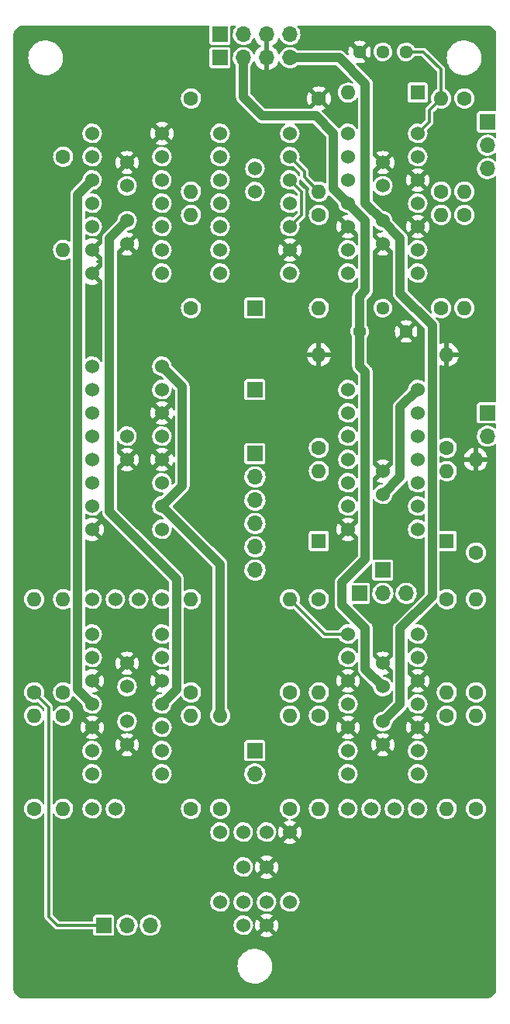
<source format=gbl>
G04 #@! TF.GenerationSoftware,KiCad,Pcbnew,(6.0.0)*
G04 #@! TF.CreationDate,2022-08-08T23:08:48+02:00*
G04 #@! TF.ProjectId,FG-VCO-(core1),46472d56-434f-42d2-9863-6f726531292e,rev?*
G04 #@! TF.SameCoordinates,Original*
G04 #@! TF.FileFunction,Copper,L2,Bot*
G04 #@! TF.FilePolarity,Positive*
%FSLAX46Y46*%
G04 Gerber Fmt 4.6, Leading zero omitted, Abs format (unit mm)*
G04 Created by KiCad (PCBNEW (6.0.0)) date 2022-08-08 23:08:48*
%MOMM*%
%LPD*%
G01*
G04 APERTURE LIST*
G04 #@! TA.AperFunction,ComponentPad*
%ADD10C,1.600000*%
G04 #@! TD*
G04 #@! TA.AperFunction,ComponentPad*
%ADD11O,1.600000X1.600000*%
G04 #@! TD*
G04 #@! TA.AperFunction,ComponentPad*
%ADD12C,1.524000*%
G04 #@! TD*
G04 #@! TA.AperFunction,ComponentPad*
%ADD13R,1.700000X1.700000*%
G04 #@! TD*
G04 #@! TA.AperFunction,ComponentPad*
%ADD14O,1.700000X1.700000*%
G04 #@! TD*
G04 #@! TA.AperFunction,ComponentPad*
%ADD15R,1.600000X1.600000*%
G04 #@! TD*
G04 #@! TA.AperFunction,ComponentPad*
%ADD16C,1.440000*%
G04 #@! TD*
G04 #@! TA.AperFunction,Conductor*
%ADD17C,1.000000*%
G04 #@! TD*
G04 #@! TA.AperFunction,Conductor*
%ADD18C,0.300000*%
G04 #@! TD*
G04 APERTURE END LIST*
D10*
X50800000Y-73025000D03*
D11*
X50800000Y-62865000D03*
D12*
X16510000Y-27305000D03*
X16510000Y-24765000D03*
X16510000Y-22225000D03*
X16510000Y-19685000D03*
X16510000Y-17145000D03*
X16510000Y-14605000D03*
X16510000Y-12065000D03*
X8890000Y-12065000D03*
X8890000Y-14605000D03*
X8890000Y-17145000D03*
X8890000Y-19685000D03*
X8890000Y-22225000D03*
X8890000Y-24765000D03*
X8890000Y-27305000D03*
D10*
X46990000Y-18415000D03*
D11*
X46990000Y-8255000D03*
D10*
X33655000Y-46355000D03*
D11*
X33655000Y-36195000D03*
D12*
X12700000Y-24130000D03*
X12700000Y-21590000D03*
D10*
X19685000Y-31115000D03*
D11*
X19685000Y-20955000D03*
D12*
X25400000Y-98425000D03*
X27940000Y-98425000D03*
D10*
X47625000Y-46355000D03*
D11*
X47625000Y-36195000D03*
D10*
X33655000Y-62865000D03*
D11*
X33655000Y-73025000D03*
D10*
X47625000Y-62865000D03*
D11*
X47625000Y-73025000D03*
D10*
X46990000Y-31115000D03*
D11*
X46990000Y-20955000D03*
D10*
X5715000Y-75565000D03*
D11*
X5715000Y-85725000D03*
D12*
X11430000Y-62865000D03*
X8890000Y-62865000D03*
X12700000Y-69850000D03*
X12700000Y-72390000D03*
X26670000Y-15875000D03*
X26670000Y-18415000D03*
D13*
X26670000Y-40005000D03*
D12*
X41910000Y-85725000D03*
X44450000Y-85725000D03*
X36830000Y-40005000D03*
X36830000Y-42545000D03*
X36830000Y-45085000D03*
X36830000Y-47625000D03*
X36830000Y-50165000D03*
X36830000Y-52705000D03*
X36830000Y-55245000D03*
X44450000Y-55245000D03*
X44450000Y-52705000D03*
X44450000Y-50165000D03*
X44450000Y-47625000D03*
X44450000Y-45085000D03*
X44450000Y-42545000D03*
X44450000Y-40005000D03*
D13*
X22860000Y-3810000D03*
D14*
X25400000Y-3810000D03*
X27940000Y-3810000D03*
X30480000Y-3810000D03*
D10*
X22860000Y-85725000D03*
D11*
X22860000Y-75565000D03*
D10*
X50800000Y-57785000D03*
D11*
X50800000Y-47625000D03*
D10*
X5715000Y-73025000D03*
D11*
X5715000Y-62865000D03*
D12*
X40640000Y-48895000D03*
X40640000Y-51435000D03*
D10*
X2540000Y-73025000D03*
D11*
X2540000Y-62865000D03*
D15*
X47625000Y-56515000D03*
D11*
X47625000Y-48895000D03*
D13*
X38100000Y-62230000D03*
D14*
X40640000Y-62230000D03*
X43180000Y-62230000D03*
D10*
X33655000Y-20955000D03*
D11*
X33655000Y-31115000D03*
D12*
X12700000Y-76200000D03*
X12700000Y-78740000D03*
X25400000Y-92075000D03*
X27940000Y-92075000D03*
D13*
X10160000Y-98425000D03*
D14*
X12700000Y-98425000D03*
X15240000Y-98425000D03*
D15*
X33655000Y-56515000D03*
D11*
X33655000Y-48895000D03*
D10*
X30480000Y-73025000D03*
D11*
X30480000Y-62865000D03*
D10*
X47625000Y-75565000D03*
D11*
X47625000Y-85725000D03*
D12*
X40640000Y-78740000D03*
X40640000Y-76200000D03*
D16*
X38100000Y-3175000D03*
X40640000Y-3175000D03*
X43180000Y-3175000D03*
D10*
X5715000Y-14605000D03*
D11*
X5715000Y-24765000D03*
D13*
X40640000Y-59690000D03*
D10*
X19685000Y-85725000D03*
D11*
X19685000Y-75565000D03*
D12*
X13970000Y-62865000D03*
X16510000Y-62865000D03*
D13*
X26670000Y-79375000D03*
D14*
X26670000Y-81915000D03*
D12*
X12700000Y-15240000D03*
X12700000Y-17780000D03*
X44450000Y-81915000D03*
X44450000Y-79375000D03*
X44450000Y-76835000D03*
X44450000Y-74295000D03*
X44450000Y-71755000D03*
X44450000Y-69215000D03*
X44450000Y-66675000D03*
X36830000Y-66675000D03*
X36830000Y-69215000D03*
X36830000Y-71755000D03*
X36830000Y-74295000D03*
X36830000Y-76835000D03*
X36830000Y-79375000D03*
X36830000Y-81915000D03*
D16*
X43180000Y-33655000D03*
X40640000Y-31115000D03*
X38100000Y-33655000D03*
D12*
X40640000Y-17780000D03*
X40640000Y-15240000D03*
X30480000Y-27305000D03*
X30480000Y-24765000D03*
X30480000Y-22225000D03*
X30480000Y-19685000D03*
X30480000Y-17145000D03*
X30480000Y-14605000D03*
X30480000Y-12065000D03*
X22860000Y-12065000D03*
X22860000Y-14605000D03*
X22860000Y-17145000D03*
X22860000Y-19685000D03*
X22860000Y-22225000D03*
X22860000Y-24765000D03*
X22860000Y-27305000D03*
D10*
X50800000Y-85725000D03*
D11*
X50800000Y-75565000D03*
D10*
X30480000Y-85725000D03*
D11*
X30480000Y-75565000D03*
D12*
X8890000Y-66675000D03*
X8890000Y-69215000D03*
X8890000Y-71755000D03*
X8890000Y-74295000D03*
X8890000Y-76835000D03*
X8890000Y-79375000D03*
X8890000Y-81915000D03*
X16510000Y-81915000D03*
X16510000Y-79375000D03*
X16510000Y-76835000D03*
X16510000Y-74295000D03*
X16510000Y-71755000D03*
X16510000Y-69215000D03*
X16510000Y-66675000D03*
X11430000Y-85725000D03*
X8890000Y-85725000D03*
X39370000Y-85725000D03*
X36830000Y-85725000D03*
D13*
X26670000Y-31115000D03*
D10*
X33655000Y-75565000D03*
D11*
X33655000Y-85725000D03*
D12*
X36830000Y-12065000D03*
X36830000Y-14605000D03*
X36830000Y-17145000D03*
X36830000Y-19685000D03*
X36830000Y-22225000D03*
X36830000Y-24765000D03*
X36830000Y-27305000D03*
X44450000Y-27305000D03*
X44450000Y-24765000D03*
X44450000Y-22225000D03*
X44450000Y-19685000D03*
X44450000Y-17145000D03*
X44450000Y-14605000D03*
X44450000Y-12065000D03*
X8890000Y-37465000D03*
X8890000Y-40005000D03*
X8890000Y-42545000D03*
X8890000Y-45085000D03*
X8890000Y-47625000D03*
X8890000Y-50165000D03*
X8890000Y-52705000D03*
X8890000Y-55245000D03*
X16510000Y-55245000D03*
X16510000Y-52705000D03*
X16510000Y-50165000D03*
X16510000Y-47625000D03*
X16510000Y-45085000D03*
X16510000Y-42545000D03*
X16510000Y-40005000D03*
X16510000Y-37465000D03*
X12700000Y-47625000D03*
X12700000Y-45085000D03*
D10*
X19685000Y-8255000D03*
D11*
X19685000Y-18415000D03*
D10*
X49530000Y-8255000D03*
D11*
X49530000Y-18415000D03*
D12*
X40640000Y-72390000D03*
X40640000Y-69850000D03*
D10*
X2540000Y-85725000D03*
D11*
X2540000Y-75565000D03*
D12*
X40640000Y-24130000D03*
X40640000Y-21590000D03*
D10*
X49530000Y-20955000D03*
D11*
X49530000Y-31115000D03*
D10*
X19685000Y-73025000D03*
D11*
X19685000Y-62865000D03*
D15*
X44450000Y-7620000D03*
D11*
X36830000Y-7620000D03*
D12*
X30480000Y-88265000D03*
X27940000Y-88265000D03*
X25400000Y-88265000D03*
X22860000Y-88265000D03*
X22860000Y-95885000D03*
X25400000Y-95885000D03*
X27940000Y-95885000D03*
X30480000Y-95885000D03*
D10*
X33655000Y-8255000D03*
D11*
X33655000Y-18415000D03*
D13*
X26670000Y-46990000D03*
D14*
X26670000Y-49530000D03*
X26670000Y-52070000D03*
X26670000Y-54610000D03*
X26670000Y-57150000D03*
X26670000Y-59690000D03*
D13*
X52070000Y-10810000D03*
D14*
X52070000Y-13350000D03*
X52070000Y-15890000D03*
D13*
X22860000Y-1270000D03*
D14*
X25400000Y-1270000D03*
X27940000Y-1270000D03*
X30480000Y-1270000D03*
D13*
X52070000Y-42545000D03*
D14*
X52070000Y-45085000D03*
D17*
X38735000Y-58485978D02*
X38735000Y-38100000D01*
X36830000Y-19685000D02*
X35242500Y-18097500D01*
X40640000Y-72390000D02*
X38735000Y-70485000D01*
X38735000Y-38100000D02*
X38100000Y-37465000D01*
X38100000Y-37465000D02*
X38100000Y-33655000D01*
X7302500Y-18732500D02*
X8890000Y-17145000D01*
X35242500Y-18097500D02*
X35242500Y-12065000D01*
X38735000Y-21590000D02*
X38735000Y-29210000D01*
X25400000Y-8096250D02*
X25400000Y-4445000D01*
X7302500Y-72390000D02*
X7302500Y-18732500D01*
X38735000Y-66040000D02*
X36195000Y-63500000D01*
X38100000Y-29845000D02*
X38100000Y-33655000D01*
X36830000Y-19685000D02*
X38735000Y-21590000D01*
X38735000Y-70485000D02*
X38735000Y-66040000D01*
X8890000Y-74295000D02*
X7302500Y-72707500D01*
X33337500Y-10160000D02*
X27463750Y-10160000D01*
X38735000Y-29210000D02*
X38100000Y-29845000D01*
X35242500Y-12065000D02*
X33337500Y-10160000D01*
X36195000Y-63500000D02*
X36195000Y-61025978D01*
X36195000Y-61025978D02*
X38735000Y-58485978D01*
X27463750Y-10160000D02*
X25400000Y-8096250D01*
X38735000Y-6667500D02*
X35877500Y-3810000D01*
X10795000Y-23495000D02*
X12700000Y-21590000D01*
X46037500Y-33020000D02*
X42545000Y-29527500D01*
X46037500Y-62547500D02*
X46037500Y-33020000D01*
X42545000Y-23495000D02*
X40640000Y-21590000D01*
X35877500Y-3810000D02*
X30480000Y-3810000D01*
X42545000Y-74295000D02*
X42545000Y-66040000D01*
X40640000Y-76200000D02*
X42545000Y-74295000D01*
X18097500Y-60642500D02*
X10795000Y-53340000D01*
X42545000Y-29527500D02*
X42545000Y-23495000D01*
X10795000Y-53340000D02*
X10795000Y-23495000D01*
X16510000Y-74295000D02*
X18097500Y-72707500D01*
X18097500Y-72707500D02*
X18097500Y-60960000D01*
X42545000Y-66040000D02*
X46037500Y-62547500D01*
X38735000Y-19685000D02*
X38735000Y-6667500D01*
X40640000Y-21590000D02*
X38735000Y-19685000D01*
X18732500Y-39687500D02*
X18732500Y-50482500D01*
X22860000Y-59055000D02*
X22860000Y-75247500D01*
X42545000Y-49530000D02*
X42545000Y-41910000D01*
X42545000Y-41910000D02*
X44450000Y-40005000D01*
X16510000Y-37465000D02*
X18732500Y-39687500D01*
X16510000Y-52705000D02*
X22860000Y-59055000D01*
X18732500Y-50482500D02*
X16510000Y-52705000D01*
X40640000Y-51435000D02*
X42545000Y-49530000D01*
D18*
X30480000Y-14605000D02*
X32067500Y-16192500D01*
X32067500Y-16827500D02*
X33655000Y-18415000D01*
X32067500Y-16192500D02*
X32067500Y-16827500D01*
X30480000Y-62865000D02*
X34290000Y-66675000D01*
X34290000Y-66675000D02*
X36830000Y-66675000D01*
X4127500Y-97472500D02*
X4127500Y-74612500D01*
X10160000Y-98425000D02*
X5080000Y-98425000D01*
X5080000Y-98425000D02*
X4127500Y-97472500D01*
X4127500Y-74612500D02*
X2540000Y-73025000D01*
X31750000Y-18415000D02*
X30480000Y-17145000D01*
X30480000Y-22225000D02*
X31750000Y-20955000D01*
X31750000Y-20955000D02*
X31750000Y-18415000D01*
X45720000Y-10795000D02*
X45720000Y-9525000D01*
X46990000Y-8255000D02*
X46990000Y-5080000D01*
X44450000Y-12065000D02*
X45720000Y-10795000D01*
X46990000Y-5080000D02*
X45085000Y-3175000D01*
X45085000Y-3175000D02*
X43180000Y-3175000D01*
X45720000Y-9525000D02*
X46990000Y-8255000D01*
G04 #@! TA.AperFunction,Conductor*
G36*
X21668691Y-318907D02*
G01*
X21704655Y-368407D01*
X21709500Y-399000D01*
X21709500Y-2164646D01*
X21712618Y-2190846D01*
X21758061Y-2293153D01*
X21764529Y-2299610D01*
X21764530Y-2299611D01*
X21791959Y-2326992D01*
X21837287Y-2372241D01*
X21845645Y-2375936D01*
X21932864Y-2414496D01*
X21932866Y-2414496D01*
X21939673Y-2417506D01*
X21947067Y-2418368D01*
X21962378Y-2420153D01*
X21965354Y-2420500D01*
X23754646Y-2420500D01*
X23772561Y-2418368D01*
X23773469Y-2418260D01*
X23773470Y-2418260D01*
X23780846Y-2417382D01*
X23883153Y-2371939D01*
X23962241Y-2292713D01*
X23985324Y-2240502D01*
X24004496Y-2197136D01*
X24004496Y-2197134D01*
X24007506Y-2190327D01*
X24010500Y-2164646D01*
X24010500Y-399000D01*
X24029407Y-340809D01*
X24078907Y-304845D01*
X24109500Y-300000D01*
X24498001Y-300000D01*
X24556192Y-318907D01*
X24592156Y-368407D01*
X24592156Y-429593D01*
X24567302Y-467315D01*
X24568416Y-468372D01*
X24565293Y-471663D01*
X24561881Y-474655D01*
X24559073Y-478217D01*
X24439570Y-629807D01*
X24430976Y-640708D01*
X24428862Y-644726D01*
X24345383Y-803394D01*
X24332523Y-827836D01*
X24308885Y-903963D01*
X24274097Y-1016000D01*
X24269820Y-1029773D01*
X24244967Y-1239754D01*
X24258796Y-1450749D01*
X24259912Y-1455142D01*
X24259912Y-1455144D01*
X24282487Y-1544032D01*
X24310845Y-1655690D01*
X24312747Y-1659815D01*
X24312747Y-1659816D01*
X24351518Y-1743916D01*
X24399369Y-1847714D01*
X24521405Y-2020391D01*
X24672865Y-2167937D01*
X24676638Y-2170458D01*
X24844899Y-2282887D01*
X24844902Y-2282889D01*
X24848677Y-2285411D01*
X24945460Y-2326992D01*
X25038774Y-2367083D01*
X25038778Y-2367084D01*
X25042953Y-2368878D01*
X25072881Y-2375650D01*
X25244760Y-2414543D01*
X25244765Y-2414544D01*
X25249186Y-2415544D01*
X25354828Y-2419695D01*
X25455937Y-2423668D01*
X25455938Y-2423668D01*
X25460470Y-2423846D01*
X25669730Y-2393504D01*
X25674029Y-2392045D01*
X25674032Y-2392044D01*
X25865654Y-2326997D01*
X25869955Y-2325537D01*
X25875250Y-2322572D01*
X26021795Y-2240502D01*
X26054442Y-2222219D01*
X26217012Y-2087012D01*
X26352219Y-1924442D01*
X26455537Y-1739955D01*
X26465488Y-1710640D01*
X26502097Y-1661615D01*
X26560531Y-1643471D01*
X26618469Y-1663139D01*
X26650960Y-1705217D01*
X26722183Y-1880620D01*
X26725840Y-1887860D01*
X26838266Y-2071322D01*
X26843056Y-2077867D01*
X26983935Y-2240502D01*
X26989729Y-2246176D01*
X27155292Y-2383629D01*
X27161921Y-2388271D01*
X27274708Y-2454178D01*
X27315411Y-2499861D01*
X27321487Y-2560744D01*
X27290618Y-2613571D01*
X27270472Y-2627468D01*
X27217483Y-2655052D01*
X27210627Y-2659369D01*
X27038544Y-2788573D01*
X27032491Y-2793947D01*
X26883830Y-2949513D01*
X26878727Y-2955814D01*
X26757466Y-3133575D01*
X26753468Y-3140613D01*
X26662871Y-3335790D01*
X26660073Y-3343394D01*
X26654832Y-3362292D01*
X26621062Y-3413314D01*
X26563751Y-3434741D01*
X26504791Y-3418389D01*
X26470643Y-3379622D01*
X26462853Y-3363824D01*
X26385165Y-3206290D01*
X26282961Y-3069422D01*
X26261367Y-3040504D01*
X26261366Y-3040503D01*
X26258651Y-3036867D01*
X26103381Y-2893337D01*
X26096752Y-2889154D01*
X25928391Y-2782926D01*
X25924554Y-2780505D01*
X25728160Y-2702152D01*
X25520775Y-2660901D01*
X25416599Y-2659537D01*
X25313886Y-2658192D01*
X25313881Y-2658192D01*
X25309346Y-2658133D01*
X25304873Y-2658902D01*
X25304868Y-2658902D01*
X25201601Y-2676647D01*
X25100953Y-2693941D01*
X24902575Y-2767127D01*
X24898676Y-2769446D01*
X24898671Y-2769449D01*
X24724762Y-2872914D01*
X24720856Y-2875238D01*
X24717441Y-2878233D01*
X24717438Y-2878235D01*
X24678433Y-2912442D01*
X24561881Y-3014655D01*
X24559073Y-3018217D01*
X24434848Y-3175797D01*
X24430976Y-3180708D01*
X24428862Y-3184726D01*
X24339123Y-3355292D01*
X24332523Y-3367836D01*
X24310603Y-3438430D01*
X24273849Y-3556799D01*
X24269820Y-3569773D01*
X24269286Y-3574283D01*
X24269286Y-3574284D01*
X24246584Y-3766096D01*
X24244967Y-3779754D01*
X24248943Y-3840416D01*
X24254197Y-3920575D01*
X24258796Y-3990749D01*
X24259912Y-3995142D01*
X24259912Y-3995144D01*
X24289669Y-4112312D01*
X24310845Y-4195690D01*
X24312747Y-4199815D01*
X24312747Y-4199816D01*
X24351518Y-4283916D01*
X24399369Y-4387714D01*
X24521405Y-4560391D01*
X24524653Y-4563555D01*
X24569581Y-4607322D01*
X24598070Y-4661470D01*
X24599500Y-4678236D01*
X24599500Y-8087259D01*
X24599495Y-8088296D01*
X24598559Y-8177657D01*
X24607905Y-8220882D01*
X24609524Y-8230769D01*
X24612896Y-8260828D01*
X24614454Y-8274722D01*
X24616272Y-8279942D01*
X24616273Y-8279947D01*
X24625892Y-8307567D01*
X24629163Y-8319205D01*
X24636511Y-8353192D01*
X24638849Y-8358206D01*
X24638851Y-8358212D01*
X24655201Y-8393274D01*
X24658970Y-8402556D01*
X24673515Y-8444323D01*
X24676446Y-8449013D01*
X24691944Y-8473816D01*
X24697710Y-8484437D01*
X24710070Y-8510943D01*
X24710074Y-8510950D01*
X24712409Y-8515957D01*
X24715796Y-8520323D01*
X24715800Y-8520330D01*
X24739520Y-8550909D01*
X24745251Y-8559123D01*
X24768684Y-8596625D01*
X24796939Y-8625078D01*
X24797602Y-8625787D01*
X24798099Y-8626427D01*
X24823959Y-8652287D01*
X24824202Y-8652532D01*
X24892838Y-8721649D01*
X24892845Y-8721655D01*
X24895230Y-8724057D01*
X24896231Y-8724692D01*
X24897524Y-8725852D01*
X26891384Y-10719712D01*
X26892113Y-10720449D01*
X26954609Y-10784268D01*
X26964320Y-10790526D01*
X26991786Y-10808227D01*
X26999920Y-10814071D01*
X27034484Y-10841663D01*
X27039468Y-10844072D01*
X27039472Y-10844075D01*
X27065789Y-10856797D01*
X27076327Y-10862710D01*
X27105567Y-10881554D01*
X27147142Y-10896686D01*
X27156348Y-10900576D01*
X27191188Y-10917418D01*
X27191191Y-10917419D01*
X27196172Y-10919827D01*
X27201557Y-10921070D01*
X27201559Y-10921071D01*
X27215237Y-10924229D01*
X27230063Y-10927651D01*
X27241648Y-10931084D01*
X27269119Y-10941083D01*
X27269126Y-10941085D01*
X27274328Y-10942978D01*
X27307191Y-10947130D01*
X27318204Y-10948521D01*
X27328065Y-10950277D01*
X27345372Y-10954272D01*
X27371161Y-10960226D01*
X27411242Y-10960366D01*
X27412231Y-10960399D01*
X27413033Y-10960500D01*
X27449582Y-10960500D01*
X27449930Y-10960501D01*
X27550750Y-10960853D01*
X27551909Y-10960594D01*
X27553644Y-10960500D01*
X29896210Y-10960500D01*
X29954401Y-10979407D01*
X29990365Y-11028907D01*
X29990365Y-11090093D01*
X29954401Y-11139593D01*
X29942075Y-11147234D01*
X29895399Y-11171636D01*
X29891623Y-11174672D01*
X29891620Y-11174674D01*
X29736783Y-11299167D01*
X29733011Y-11302200D01*
X29729902Y-11305905D01*
X29729899Y-11305908D01*
X29624517Y-11431497D01*
X29599075Y-11461818D01*
X29596739Y-11466066D01*
X29596739Y-11466067D01*
X29542556Y-11564625D01*
X29498693Y-11644411D01*
X29435690Y-11843025D01*
X29412463Y-12050093D01*
X29414077Y-12069309D01*
X29428517Y-12241268D01*
X29429899Y-12257730D01*
X29431232Y-12262378D01*
X29431232Y-12262379D01*
X29481137Y-12436416D01*
X29487333Y-12458025D01*
X29489548Y-12462335D01*
X29580364Y-12639045D01*
X29580367Y-12639049D01*
X29582577Y-12643350D01*
X29712003Y-12806646D01*
X29715690Y-12809784D01*
X29715692Y-12809786D01*
X29749027Y-12838156D01*
X29870683Y-12941693D01*
X30052571Y-13043346D01*
X30057169Y-13044840D01*
X30246135Y-13106239D01*
X30246137Y-13106240D01*
X30250740Y-13107735D01*
X30457641Y-13132407D01*
X30462463Y-13132036D01*
X30462466Y-13132036D01*
X30660566Y-13116793D01*
X30660571Y-13116792D01*
X30665394Y-13116421D01*
X30866085Y-13060387D01*
X30870398Y-13058208D01*
X30870404Y-13058206D01*
X31047750Y-12968622D01*
X31047752Y-12968620D01*
X31052071Y-12966439D01*
X31055888Y-12963457D01*
X31212451Y-12841137D01*
X31212453Y-12841135D01*
X31216266Y-12838156D01*
X31352417Y-12680423D01*
X31399420Y-12597684D01*
X31452951Y-12503453D01*
X31452952Y-12503451D01*
X31455339Y-12499249D01*
X31518476Y-12309449D01*
X31519582Y-12306125D01*
X31519582Y-12306123D01*
X31521109Y-12301534D01*
X31547225Y-12094810D01*
X31547641Y-12065000D01*
X31527308Y-11857627D01*
X31467083Y-11658154D01*
X31369261Y-11474176D01*
X31237567Y-11312704D01*
X31077017Y-11179885D01*
X31015430Y-11146585D01*
X30973236Y-11102276D01*
X30965143Y-11041629D01*
X30994245Y-10987807D01*
X31049424Y-10961370D01*
X31062517Y-10960500D01*
X32964914Y-10960500D01*
X33023105Y-10979407D01*
X33034918Y-10989496D01*
X34413004Y-12367582D01*
X34440781Y-12422099D01*
X34442000Y-12437586D01*
X34442000Y-17430698D01*
X34423093Y-17488889D01*
X34373593Y-17524853D01*
X34312407Y-17524853D01*
X34290172Y-17514425D01*
X34281958Y-17509242D01*
X34156757Y-17430246D01*
X33968898Y-17355298D01*
X33770526Y-17315839D01*
X33670930Y-17314535D01*
X33572826Y-17313251D01*
X33572821Y-17313251D01*
X33568286Y-17313192D01*
X33563813Y-17313961D01*
X33563808Y-17313961D01*
X33465245Y-17330898D01*
X33368949Y-17347444D01*
X33322920Y-17364425D01*
X33261783Y-17366827D01*
X33218651Y-17341548D01*
X32546996Y-16669893D01*
X32519219Y-16615376D01*
X32518000Y-16599889D01*
X32518000Y-16225127D01*
X32518686Y-16213491D01*
X32521994Y-16185538D01*
X32522864Y-16178190D01*
X32518398Y-16153733D01*
X32512252Y-16120086D01*
X32511741Y-16117017D01*
X32507300Y-16087475D01*
X32502949Y-16058538D01*
X32499821Y-16052025D01*
X32498525Y-16044927D01*
X32471301Y-15992518D01*
X32469912Y-15989738D01*
X32447513Y-15943092D01*
X32447511Y-15943089D01*
X32444309Y-15936421D01*
X32440203Y-15931979D01*
X32438680Y-15929719D01*
X32436079Y-15924712D01*
X32431775Y-15919672D01*
X32394143Y-15882040D01*
X32391449Y-15879237D01*
X32357376Y-15842376D01*
X32357373Y-15842374D01*
X32352354Y-15836944D01*
X32346290Y-15833422D01*
X32338965Y-15826862D01*
X31522540Y-15010437D01*
X31494763Y-14955920D01*
X31498605Y-14909184D01*
X31519582Y-14846125D01*
X31519582Y-14846123D01*
X31521109Y-14841534D01*
X31523038Y-14826270D01*
X31543320Y-14665717D01*
X31547225Y-14634810D01*
X31547641Y-14605000D01*
X31527308Y-14397627D01*
X31467083Y-14198154D01*
X31369261Y-14014176D01*
X31237567Y-13852704D01*
X31107249Y-13744895D01*
X31080744Y-13722968D01*
X31080742Y-13722967D01*
X31077017Y-13719885D01*
X30893728Y-13620781D01*
X30829494Y-13600897D01*
X30699300Y-13560595D01*
X30699296Y-13560594D01*
X30694679Y-13559165D01*
X30689872Y-13558660D01*
X30689868Y-13558659D01*
X30492269Y-13537891D01*
X30492267Y-13537891D01*
X30487453Y-13537385D01*
X30419720Y-13543549D01*
X30284764Y-13555831D01*
X30284761Y-13555832D01*
X30279944Y-13556270D01*
X30275302Y-13557636D01*
X30275298Y-13557637D01*
X30084702Y-13613733D01*
X30084699Y-13613734D01*
X30080055Y-13615101D01*
X29895399Y-13711636D01*
X29891623Y-13714672D01*
X29891620Y-13714674D01*
X29736783Y-13839167D01*
X29733011Y-13842200D01*
X29729902Y-13845905D01*
X29729899Y-13845908D01*
X29612653Y-13985636D01*
X29599075Y-14001818D01*
X29596739Y-14006066D01*
X29596739Y-14006067D01*
X29546919Y-14096689D01*
X29498693Y-14184411D01*
X29435690Y-14383025D01*
X29428505Y-14447083D01*
X29417610Y-14544212D01*
X29412463Y-14590093D01*
X29415985Y-14632036D01*
X29428517Y-14781268D01*
X29429899Y-14797730D01*
X29431232Y-14802378D01*
X29431232Y-14802379D01*
X29483505Y-14984674D01*
X29487333Y-14998025D01*
X29489548Y-15002335D01*
X29580364Y-15179045D01*
X29580367Y-15179049D01*
X29582577Y-15183350D01*
X29712003Y-15346646D01*
X29715690Y-15349784D01*
X29715692Y-15349786D01*
X29758837Y-15386505D01*
X29870683Y-15481693D01*
X30052571Y-15583346D01*
X30057169Y-15584840D01*
X30246135Y-15646239D01*
X30246137Y-15646240D01*
X30250740Y-15647735D01*
X30457641Y-15672407D01*
X30462463Y-15672036D01*
X30462466Y-15672036D01*
X30660566Y-15656793D01*
X30660571Y-15656792D01*
X30665394Y-15656421D01*
X30670058Y-15655119D01*
X30689204Y-15649773D01*
X30788633Y-15622012D01*
X30849762Y-15624574D01*
X30885258Y-15647361D01*
X31588004Y-16350107D01*
X31615781Y-16404624D01*
X31617000Y-16420111D01*
X31617000Y-16623039D01*
X31598093Y-16681230D01*
X31548593Y-16717194D01*
X31487407Y-16717194D01*
X31437907Y-16681230D01*
X31430588Y-16669516D01*
X31371535Y-16558453D01*
X31369261Y-16554176D01*
X31237567Y-16392704D01*
X31186076Y-16350107D01*
X31080744Y-16262968D01*
X31080742Y-16262967D01*
X31077017Y-16259885D01*
X30893728Y-16160781D01*
X30829494Y-16140897D01*
X30699300Y-16100595D01*
X30699296Y-16100594D01*
X30694679Y-16099165D01*
X30689872Y-16098660D01*
X30689868Y-16098659D01*
X30492269Y-16077891D01*
X30492267Y-16077891D01*
X30487453Y-16077385D01*
X30419720Y-16083549D01*
X30284764Y-16095831D01*
X30284761Y-16095832D01*
X30279944Y-16096270D01*
X30275302Y-16097636D01*
X30275298Y-16097637D01*
X30084702Y-16153733D01*
X30084699Y-16153734D01*
X30080055Y-16155101D01*
X29895399Y-16251636D01*
X29891623Y-16254672D01*
X29891620Y-16254674D01*
X29783543Y-16341571D01*
X29733011Y-16382200D01*
X29729902Y-16385905D01*
X29729899Y-16385908D01*
X29622019Y-16514474D01*
X29599075Y-16541818D01*
X29596739Y-16546066D01*
X29596739Y-16546067D01*
X29543144Y-16643555D01*
X29498693Y-16724411D01*
X29435690Y-16923025D01*
X29430648Y-16967975D01*
X29413683Y-17119220D01*
X29412463Y-17130093D01*
X29417109Y-17185422D01*
X29428061Y-17315839D01*
X29429899Y-17337730D01*
X29431232Y-17342378D01*
X29431232Y-17342379D01*
X29483505Y-17524674D01*
X29487333Y-17538025D01*
X29489548Y-17542335D01*
X29580364Y-17719045D01*
X29580367Y-17719049D01*
X29582577Y-17723350D01*
X29712003Y-17886646D01*
X29715690Y-17889784D01*
X29715692Y-17889786D01*
X29818614Y-17977379D01*
X29870683Y-18021693D01*
X30052571Y-18123346D01*
X30057169Y-18124840D01*
X30246135Y-18186239D01*
X30246137Y-18186240D01*
X30250740Y-18187735D01*
X30457641Y-18212407D01*
X30462463Y-18212036D01*
X30462466Y-18212036D01*
X30660566Y-18196793D01*
X30660571Y-18196792D01*
X30665394Y-18196421D01*
X30670058Y-18195119D01*
X30689405Y-18189717D01*
X30788633Y-18162012D01*
X30849762Y-18164574D01*
X30885258Y-18187361D01*
X31270504Y-18572607D01*
X31298281Y-18627124D01*
X31299500Y-18642611D01*
X31299500Y-18773553D01*
X31280593Y-18831744D01*
X31231093Y-18867708D01*
X31169907Y-18867708D01*
X31137395Y-18849834D01*
X31080744Y-18802968D01*
X31080742Y-18802967D01*
X31077017Y-18799885D01*
X30893728Y-18700781D01*
X30804005Y-18673007D01*
X30699300Y-18640595D01*
X30699296Y-18640594D01*
X30694679Y-18639165D01*
X30689872Y-18638660D01*
X30689868Y-18638659D01*
X30492269Y-18617891D01*
X30492267Y-18617891D01*
X30487453Y-18617385D01*
X30419720Y-18623549D01*
X30284764Y-18635831D01*
X30284761Y-18635832D01*
X30279944Y-18636270D01*
X30275302Y-18637636D01*
X30275298Y-18637637D01*
X30084702Y-18693733D01*
X30084699Y-18693734D01*
X30080055Y-18695101D01*
X29895399Y-18791636D01*
X29891623Y-18794672D01*
X29891620Y-18794674D01*
X29804736Y-18864531D01*
X29733011Y-18922200D01*
X29729902Y-18925905D01*
X29729899Y-18925908D01*
X29630396Y-19044491D01*
X29599075Y-19081818D01*
X29596739Y-19086066D01*
X29596739Y-19086067D01*
X29542627Y-19184495D01*
X29498693Y-19264411D01*
X29435690Y-19463025D01*
X29430448Y-19509758D01*
X29418805Y-19613558D01*
X29412463Y-19670093D01*
X29415985Y-19712036D01*
X29428061Y-19855839D01*
X29429899Y-19877730D01*
X29431232Y-19882378D01*
X29431232Y-19882379D01*
X29482412Y-20060862D01*
X29487333Y-20078025D01*
X29489548Y-20082335D01*
X29580364Y-20259045D01*
X29580367Y-20259049D01*
X29582577Y-20263350D01*
X29712003Y-20426646D01*
X29715690Y-20429784D01*
X29715692Y-20429786D01*
X29749027Y-20458156D01*
X29870683Y-20561693D01*
X30052571Y-20663346D01*
X30057169Y-20664840D01*
X30246135Y-20726239D01*
X30246137Y-20726240D01*
X30250740Y-20727735D01*
X30457641Y-20752407D01*
X30462463Y-20752036D01*
X30462466Y-20752036D01*
X30660566Y-20736793D01*
X30660571Y-20736792D01*
X30665394Y-20736421D01*
X30866085Y-20680387D01*
X30870398Y-20678208D01*
X30870404Y-20678206D01*
X31047750Y-20588622D01*
X31047752Y-20588620D01*
X31052071Y-20586439D01*
X31077545Y-20566537D01*
X31133495Y-20522824D01*
X31139550Y-20518093D01*
X31197045Y-20497166D01*
X31255860Y-20514031D01*
X31293530Y-20562246D01*
X31299500Y-20596106D01*
X31299500Y-20727389D01*
X31280593Y-20785580D01*
X31270504Y-20797393D01*
X30885091Y-21182806D01*
X30830574Y-21210583D01*
X30785812Y-21207375D01*
X30699300Y-21180595D01*
X30699296Y-21180594D01*
X30694679Y-21179165D01*
X30689872Y-21178660D01*
X30689868Y-21178659D01*
X30492269Y-21157891D01*
X30492267Y-21157891D01*
X30487453Y-21157385D01*
X30419720Y-21163549D01*
X30284764Y-21175831D01*
X30284761Y-21175832D01*
X30279944Y-21176270D01*
X30275302Y-21177636D01*
X30275298Y-21177637D01*
X30084702Y-21233733D01*
X30084699Y-21233734D01*
X30080055Y-21235101D01*
X29895399Y-21331636D01*
X29891623Y-21334672D01*
X29891620Y-21334674D01*
X29804736Y-21404531D01*
X29733011Y-21462200D01*
X29729902Y-21465905D01*
X29729899Y-21465908D01*
X29602633Y-21617578D01*
X29599075Y-21621818D01*
X29498693Y-21804411D01*
X29435690Y-22003025D01*
X29430448Y-22049758D01*
X29413459Y-22201216D01*
X29412463Y-22210093D01*
X29414077Y-22229309D01*
X29425567Y-22366137D01*
X29429899Y-22417730D01*
X29431232Y-22422378D01*
X29431232Y-22422379D01*
X29480816Y-22595296D01*
X29487333Y-22618025D01*
X29489548Y-22622335D01*
X29580364Y-22799045D01*
X29580367Y-22799049D01*
X29582577Y-22803350D01*
X29712003Y-22966646D01*
X29715690Y-22969784D01*
X29715692Y-22969786D01*
X29823094Y-23061192D01*
X29870683Y-23101693D01*
X30052571Y-23203346D01*
X30057169Y-23204840D01*
X30246135Y-23266239D01*
X30246137Y-23266240D01*
X30250740Y-23267735D01*
X30457641Y-23292407D01*
X30462463Y-23292036D01*
X30462466Y-23292036D01*
X30545953Y-23285612D01*
X36134427Y-23285612D01*
X36134525Y-23286234D01*
X36139352Y-23291787D01*
X36189029Y-23326571D01*
X36196499Y-23330883D01*
X36390055Y-23421140D01*
X36398148Y-23424086D01*
X36604447Y-23479364D01*
X36612935Y-23480860D01*
X36825691Y-23499474D01*
X36834309Y-23499474D01*
X37047065Y-23480860D01*
X37055553Y-23479364D01*
X37261852Y-23424086D01*
X37269945Y-23421140D01*
X37463501Y-23330883D01*
X37470971Y-23326571D01*
X37517760Y-23293809D01*
X37525787Y-23283156D01*
X37525798Y-23282526D01*
X37522010Y-23276220D01*
X36841086Y-22595296D01*
X36829203Y-22589242D01*
X36824172Y-22590038D01*
X36140481Y-23273729D01*
X36134427Y-23285612D01*
X30545953Y-23285612D01*
X30660566Y-23276793D01*
X30660571Y-23276792D01*
X30665394Y-23276421D01*
X30866085Y-23220387D01*
X30870398Y-23218208D01*
X30870404Y-23218206D01*
X31047750Y-23128622D01*
X31047752Y-23128620D01*
X31052071Y-23126439D01*
X31063597Y-23117434D01*
X31212451Y-23001137D01*
X31212453Y-23001135D01*
X31216266Y-22998156D01*
X31352417Y-22840423D01*
X31455339Y-22659249D01*
X31521109Y-22461534D01*
X31547225Y-22254810D01*
X31547581Y-22229309D01*
X35555526Y-22229309D01*
X35574140Y-22442065D01*
X35575636Y-22450553D01*
X35630914Y-22656852D01*
X35633860Y-22664944D01*
X35724118Y-22858503D01*
X35728427Y-22865967D01*
X35761192Y-22912762D01*
X35771843Y-22920788D01*
X35772475Y-22920799D01*
X35778779Y-22917011D01*
X36459704Y-22236086D01*
X36465758Y-22224203D01*
X36464962Y-22219172D01*
X35781271Y-21535481D01*
X35769388Y-21529427D01*
X35768766Y-21529525D01*
X35763213Y-21534352D01*
X35728427Y-21584033D01*
X35724118Y-21591497D01*
X35633860Y-21785056D01*
X35630914Y-21793148D01*
X35575636Y-21999447D01*
X35574140Y-22007935D01*
X35555526Y-22220691D01*
X35555526Y-22229309D01*
X31547581Y-22229309D01*
X31547641Y-22225000D01*
X31531318Y-22058522D01*
X31527781Y-22022447D01*
X31527780Y-22022443D01*
X31527308Y-22017627D01*
X31523835Y-22006122D01*
X31497396Y-21918556D01*
X31498677Y-21857384D01*
X31522166Y-21819937D01*
X32045484Y-21296619D01*
X32054197Y-21288877D01*
X32076299Y-21271453D01*
X32082110Y-21266872D01*
X32115714Y-21218251D01*
X32117517Y-21215728D01*
X32148236Y-21174139D01*
X32148237Y-21174137D01*
X32152634Y-21168184D01*
X32155027Y-21161368D01*
X32159131Y-21155431D01*
X32176956Y-21099071D01*
X32177918Y-21096186D01*
X32197519Y-21040369D01*
X32197756Y-21034327D01*
X32198277Y-21031653D01*
X32199980Y-21026270D01*
X32200500Y-21019663D01*
X32200500Y-20966459D01*
X32200576Y-20962572D01*
X32200759Y-20957913D01*
X32202010Y-20926069D01*
X32550164Y-20926069D01*
X32552683Y-20964506D01*
X32562817Y-21119118D01*
X32563392Y-21127894D01*
X32564508Y-21132287D01*
X32564508Y-21132289D01*
X32597142Y-21260785D01*
X32613178Y-21323928D01*
X32697856Y-21507607D01*
X32814588Y-21672780D01*
X32959466Y-21813913D01*
X33127637Y-21926282D01*
X33313470Y-22006122D01*
X33510740Y-22050760D01*
X33712842Y-22058700D01*
X33766377Y-22050938D01*
X33908519Y-22030329D01*
X33908522Y-22030328D01*
X33913007Y-22029678D01*
X34050442Y-21983025D01*
X34100234Y-21966123D01*
X34100237Y-21966121D01*
X34104531Y-21964664D01*
X34281001Y-21865837D01*
X34436505Y-21736505D01*
X34565837Y-21581001D01*
X34664664Y-21404531D01*
X34670744Y-21386622D01*
X34728219Y-21217304D01*
X34729678Y-21213007D01*
X34734007Y-21183154D01*
X34755755Y-21033155D01*
X34758700Y-21012842D01*
X34759479Y-20983103D01*
X34760139Y-20957913D01*
X34760139Y-20957908D01*
X34760215Y-20955000D01*
X34756301Y-20912399D01*
X34742123Y-20758109D01*
X34741708Y-20753591D01*
X34686807Y-20558926D01*
X34669004Y-20522824D01*
X34599359Y-20381599D01*
X34597351Y-20377527D01*
X34476335Y-20215467D01*
X34327812Y-20078174D01*
X34320194Y-20073367D01*
X34160594Y-19972667D01*
X34156757Y-19970246D01*
X33968898Y-19895298D01*
X33770526Y-19855839D01*
X33670930Y-19854535D01*
X33572826Y-19853251D01*
X33572821Y-19853251D01*
X33568286Y-19853192D01*
X33563813Y-19853961D01*
X33563808Y-19853961D01*
X33465245Y-19870898D01*
X33368949Y-19887444D01*
X33179193Y-19957449D01*
X33005371Y-20060862D01*
X33001956Y-20063857D01*
X33001953Y-20063859D01*
X32944026Y-20114660D01*
X32853305Y-20194220D01*
X32728089Y-20353057D01*
X32633914Y-20532053D01*
X32632569Y-20536384D01*
X32632568Y-20536387D01*
X32579292Y-20707968D01*
X32573937Y-20725213D01*
X32568826Y-20768397D01*
X32553701Y-20896189D01*
X32550164Y-20926069D01*
X32202010Y-20926069D01*
X32202838Y-20905006D01*
X32201041Y-20898227D01*
X32200500Y-20888407D01*
X32200500Y-18447626D01*
X32201186Y-18435990D01*
X32201368Y-18434453D01*
X32205364Y-18400689D01*
X32204035Y-18393413D01*
X32204035Y-18393409D01*
X32194750Y-18342573D01*
X32194239Y-18339505D01*
X32186549Y-18288355D01*
X32185449Y-18281038D01*
X32182321Y-18274525D01*
X32181025Y-18267427D01*
X32156123Y-18219488D01*
X32153793Y-18215002D01*
X32152403Y-18212221D01*
X32152195Y-18211787D01*
X32126809Y-18158921D01*
X32122705Y-18154481D01*
X32121180Y-18152218D01*
X32118579Y-18147211D01*
X32114275Y-18142172D01*
X32076643Y-18104540D01*
X32073949Y-18101737D01*
X32039876Y-18064876D01*
X32039873Y-18064874D01*
X32034854Y-18059444D01*
X32028790Y-18055922D01*
X32021465Y-18049362D01*
X31522540Y-17550437D01*
X31494763Y-17495920D01*
X31498605Y-17449184D01*
X31519582Y-17386125D01*
X31519582Y-17386123D01*
X31521109Y-17381534D01*
X31522708Y-17368881D01*
X31546879Y-17177549D01*
X31547225Y-17174810D01*
X31547440Y-17174837D01*
X31569914Y-17119220D01*
X31621804Y-17086799D01*
X31682840Y-17091071D01*
X31715753Y-17112856D01*
X31740857Y-17137960D01*
X31743551Y-17140763D01*
X31777624Y-17177624D01*
X31777627Y-17177626D01*
X31782646Y-17183056D01*
X31788710Y-17186578D01*
X31796035Y-17193138D01*
X32582412Y-17979515D01*
X32610189Y-18034032D01*
X32606955Y-18078876D01*
X32579168Y-18168367D01*
X32573937Y-18185213D01*
X32550164Y-18386069D01*
X32552427Y-18420589D01*
X32562077Y-18567824D01*
X32563392Y-18587894D01*
X32564508Y-18592287D01*
X32564508Y-18592289D01*
X32593372Y-18705941D01*
X32613178Y-18783928D01*
X32697856Y-18967607D01*
X32814588Y-19132780D01*
X32959466Y-19273913D01*
X33127637Y-19386282D01*
X33313470Y-19466122D01*
X33510740Y-19510760D01*
X33712842Y-19518700D01*
X33766377Y-19510938D01*
X33908519Y-19490329D01*
X33908522Y-19490328D01*
X33913007Y-19489678D01*
X34011515Y-19456239D01*
X34100234Y-19426123D01*
X34100237Y-19426121D01*
X34104531Y-19424664D01*
X34281001Y-19325837D01*
X34436505Y-19196505D01*
X34565837Y-19041001D01*
X34664664Y-18864531D01*
X34667414Y-18856430D01*
X34704018Y-18807403D01*
X34762450Y-18789255D01*
X34820390Y-18808919D01*
X34831165Y-18818243D01*
X35744129Y-19731207D01*
X35771906Y-19785724D01*
X35772777Y-19792920D01*
X35779899Y-19877730D01*
X35781232Y-19882378D01*
X35781232Y-19882379D01*
X35832412Y-20060862D01*
X35837333Y-20078025D01*
X35839548Y-20082335D01*
X35930364Y-20259045D01*
X35930367Y-20259049D01*
X35932577Y-20263350D01*
X36062003Y-20426646D01*
X36065690Y-20429784D01*
X36065692Y-20429786D01*
X36099027Y-20458156D01*
X36220683Y-20561693D01*
X36402571Y-20663346D01*
X36407169Y-20664840D01*
X36596135Y-20726239D01*
X36596137Y-20726240D01*
X36600740Y-20727735D01*
X36693163Y-20738756D01*
X36725559Y-20742619D01*
X36783841Y-20770919D01*
X36802242Y-20789320D01*
X36830019Y-20843837D01*
X36820448Y-20904269D01*
X36777183Y-20947534D01*
X36740867Y-20957947D01*
X36612934Y-20969140D01*
X36604447Y-20970636D01*
X36398148Y-21025914D01*
X36390056Y-21028860D01*
X36196497Y-21119118D01*
X36189033Y-21123427D01*
X36142238Y-21156192D01*
X36134212Y-21166843D01*
X36134201Y-21167475D01*
X36137989Y-21173779D01*
X37878728Y-22914518D01*
X37880445Y-22915393D01*
X37923710Y-22958658D01*
X37934500Y-23003603D01*
X37934500Y-24181915D01*
X37915593Y-24240106D01*
X37866093Y-24276070D01*
X37804907Y-24276070D01*
X37755407Y-24240106D01*
X37748088Y-24228392D01*
X37721535Y-24178453D01*
X37719261Y-24174176D01*
X37587567Y-24012704D01*
X37554035Y-23984964D01*
X37430744Y-23882968D01*
X37430742Y-23882967D01*
X37427017Y-23879885D01*
X37243728Y-23780781D01*
X37179494Y-23760897D01*
X37049300Y-23720595D01*
X37049296Y-23720594D01*
X37044679Y-23719165D01*
X37039872Y-23718660D01*
X37039868Y-23718659D01*
X36842269Y-23697891D01*
X36842267Y-23697891D01*
X36837453Y-23697385D01*
X36769720Y-23703549D01*
X36634764Y-23715831D01*
X36634761Y-23715832D01*
X36629944Y-23716270D01*
X36625302Y-23717636D01*
X36625298Y-23717637D01*
X36434702Y-23773733D01*
X36434699Y-23773734D01*
X36430055Y-23775101D01*
X36245399Y-23871636D01*
X36241623Y-23874672D01*
X36241620Y-23874674D01*
X36104448Y-23984964D01*
X36083011Y-24002200D01*
X36079902Y-24005905D01*
X36079899Y-24005908D01*
X35974517Y-24131497D01*
X35949075Y-24161818D01*
X35946739Y-24166066D01*
X35946739Y-24166067D01*
X35900217Y-24250690D01*
X35848693Y-24344411D01*
X35785690Y-24543025D01*
X35762463Y-24750093D01*
X35764077Y-24769309D01*
X35775774Y-24908603D01*
X35779899Y-24957730D01*
X35781232Y-24962378D01*
X35781232Y-24962379D01*
X35831604Y-25138045D01*
X35837333Y-25158025D01*
X35839548Y-25162335D01*
X35930364Y-25339045D01*
X35930367Y-25339049D01*
X35932577Y-25343350D01*
X36062003Y-25506646D01*
X36065690Y-25509784D01*
X36065692Y-25509786D01*
X36099027Y-25538156D01*
X36220683Y-25641693D01*
X36402571Y-25743346D01*
X36407169Y-25744840D01*
X36596135Y-25806239D01*
X36596137Y-25806240D01*
X36600740Y-25807735D01*
X36807641Y-25832407D01*
X36812463Y-25832036D01*
X36812466Y-25832036D01*
X37010566Y-25816793D01*
X37010571Y-25816792D01*
X37015394Y-25816421D01*
X37216085Y-25760387D01*
X37220398Y-25758208D01*
X37220404Y-25758206D01*
X37397750Y-25668622D01*
X37397752Y-25668620D01*
X37402071Y-25666439D01*
X37418141Y-25653884D01*
X37562451Y-25541137D01*
X37562453Y-25541135D01*
X37566266Y-25538156D01*
X37702417Y-25380423D01*
X37704807Y-25376216D01*
X37704810Y-25376212D01*
X37749420Y-25297684D01*
X37794603Y-25256426D01*
X37855407Y-25249606D01*
X37908607Y-25279828D01*
X37933883Y-25335549D01*
X37934500Y-25346584D01*
X37934500Y-26721915D01*
X37915593Y-26780106D01*
X37866093Y-26816070D01*
X37804907Y-26816070D01*
X37755407Y-26780106D01*
X37748088Y-26768392D01*
X37721535Y-26718453D01*
X37719261Y-26714176D01*
X37587567Y-26552704D01*
X37427017Y-26419885D01*
X37243728Y-26320781D01*
X37179494Y-26300897D01*
X37049300Y-26260595D01*
X37049296Y-26260594D01*
X37044679Y-26259165D01*
X37039872Y-26258660D01*
X37039868Y-26258659D01*
X36842269Y-26237891D01*
X36842267Y-26237891D01*
X36837453Y-26237385D01*
X36769720Y-26243549D01*
X36634764Y-26255831D01*
X36634761Y-26255832D01*
X36629944Y-26256270D01*
X36625302Y-26257636D01*
X36625298Y-26257637D01*
X36434702Y-26313733D01*
X36434699Y-26313734D01*
X36430055Y-26315101D01*
X36245399Y-26411636D01*
X36241623Y-26414672D01*
X36241620Y-26414674D01*
X36104448Y-26524964D01*
X36083011Y-26542200D01*
X36079902Y-26545905D01*
X36079899Y-26545908D01*
X36026268Y-26609823D01*
X35949075Y-26701818D01*
X35946739Y-26706066D01*
X35946739Y-26706067D01*
X35900217Y-26790690D01*
X35848693Y-26884411D01*
X35785690Y-27083025D01*
X35762463Y-27290093D01*
X35779899Y-27497730D01*
X35837333Y-27698025D01*
X35839548Y-27702335D01*
X35930364Y-27879045D01*
X35930367Y-27879049D01*
X35932577Y-27883350D01*
X36062003Y-28046646D01*
X36065690Y-28049784D01*
X36065692Y-28049786D01*
X36099027Y-28078156D01*
X36220683Y-28181693D01*
X36402571Y-28283346D01*
X36407169Y-28284840D01*
X36596135Y-28346239D01*
X36596137Y-28346240D01*
X36600740Y-28347735D01*
X36807641Y-28372407D01*
X36812463Y-28372036D01*
X36812466Y-28372036D01*
X37010566Y-28356793D01*
X37010571Y-28356792D01*
X37015394Y-28356421D01*
X37216085Y-28300387D01*
X37220398Y-28298208D01*
X37220404Y-28298206D01*
X37397750Y-28208622D01*
X37397752Y-28208620D01*
X37402071Y-28206439D01*
X37405888Y-28203457D01*
X37562451Y-28081137D01*
X37562453Y-28081135D01*
X37566266Y-28078156D01*
X37702417Y-27920423D01*
X37704807Y-27916216D01*
X37704810Y-27916212D01*
X37749420Y-27837684D01*
X37794603Y-27796426D01*
X37855407Y-27789606D01*
X37908607Y-27819828D01*
X37933883Y-27875549D01*
X37934500Y-27886584D01*
X37934500Y-28837414D01*
X37915593Y-28895605D01*
X37905504Y-28907418D01*
X37540288Y-29272634D01*
X37539551Y-29273363D01*
X37475732Y-29335859D01*
X37472734Y-29340511D01*
X37451775Y-29373033D01*
X37445929Y-29381168D01*
X37421790Y-29411407D01*
X37418336Y-29415734D01*
X37415930Y-29420711D01*
X37415925Y-29420719D01*
X37403197Y-29447048D01*
X37397282Y-29457589D01*
X37384401Y-29477577D01*
X37378446Y-29486817D01*
X37363312Y-29528396D01*
X37359423Y-29537601D01*
X37340173Y-29577422D01*
X37333125Y-29607953D01*
X37332350Y-29611308D01*
X37328916Y-29622898D01*
X37318917Y-29650369D01*
X37318915Y-29650376D01*
X37317022Y-29655578D01*
X37314716Y-29673832D01*
X37311479Y-29699454D01*
X37309723Y-29709315D01*
X37299774Y-29752411D01*
X37299634Y-29792481D01*
X37299601Y-29793481D01*
X37299500Y-29794283D01*
X37299500Y-29830892D01*
X37299147Y-29932000D01*
X37299406Y-29933159D01*
X37299500Y-29934894D01*
X37299500Y-32985281D01*
X37280593Y-33043472D01*
X37276338Y-33048917D01*
X37257012Y-33071948D01*
X37257009Y-33071952D01*
X37253897Y-33075661D01*
X37251565Y-33079904D01*
X37251563Y-33079906D01*
X37159817Y-33246793D01*
X37157484Y-33251037D01*
X37156020Y-33255651D01*
X37156019Y-33255654D01*
X37112582Y-33392585D01*
X37096970Y-33441799D01*
X37074662Y-33640683D01*
X37091408Y-33840111D01*
X37092741Y-33844759D01*
X37092741Y-33844760D01*
X37143002Y-34020038D01*
X37146572Y-34032489D01*
X37238051Y-34210488D01*
X37241057Y-34214280D01*
X37241063Y-34214290D01*
X37278085Y-34260999D01*
X37299500Y-34322493D01*
X37299500Y-37456009D01*
X37299495Y-37457046D01*
X37298559Y-37546407D01*
X37307905Y-37589632D01*
X37309523Y-37599516D01*
X37314454Y-37643472D01*
X37316272Y-37648692D01*
X37316273Y-37648697D01*
X37325892Y-37676317D01*
X37329163Y-37687955D01*
X37336511Y-37721942D01*
X37338849Y-37726956D01*
X37338851Y-37726962D01*
X37355201Y-37762024D01*
X37358970Y-37771306D01*
X37373515Y-37813073D01*
X37376446Y-37817763D01*
X37391944Y-37842566D01*
X37397710Y-37853187D01*
X37410070Y-37879693D01*
X37410074Y-37879700D01*
X37412409Y-37884707D01*
X37415796Y-37889073D01*
X37415800Y-37889080D01*
X37439520Y-37919659D01*
X37445251Y-37927873D01*
X37468684Y-37965375D01*
X37496939Y-37993828D01*
X37497602Y-37994537D01*
X37498099Y-37995177D01*
X37523959Y-38021037D01*
X37524202Y-38021282D01*
X37592838Y-38090399D01*
X37592845Y-38090405D01*
X37595230Y-38092807D01*
X37596231Y-38093442D01*
X37597524Y-38094602D01*
X37905504Y-38402582D01*
X37933281Y-38457099D01*
X37934500Y-38472586D01*
X37934500Y-39421915D01*
X37915593Y-39480106D01*
X37866093Y-39516070D01*
X37804907Y-39516070D01*
X37755407Y-39480106D01*
X37748088Y-39468392D01*
X37721535Y-39418453D01*
X37719261Y-39414176D01*
X37587567Y-39252704D01*
X37508296Y-39187125D01*
X37430744Y-39122968D01*
X37430742Y-39122967D01*
X37427017Y-39119885D01*
X37243728Y-39020781D01*
X37179494Y-39000897D01*
X37049300Y-38960595D01*
X37049296Y-38960594D01*
X37044679Y-38959165D01*
X37039872Y-38958660D01*
X37039868Y-38958659D01*
X36842269Y-38937891D01*
X36842267Y-38937891D01*
X36837453Y-38937385D01*
X36769720Y-38943549D01*
X36634764Y-38955831D01*
X36634761Y-38955832D01*
X36629944Y-38956270D01*
X36625302Y-38957636D01*
X36625298Y-38957637D01*
X36434702Y-39013733D01*
X36434699Y-39013734D01*
X36430055Y-39015101D01*
X36245399Y-39111636D01*
X36241623Y-39114672D01*
X36241620Y-39114674D01*
X36094640Y-39232850D01*
X36083011Y-39242200D01*
X36079902Y-39245905D01*
X36079899Y-39245908D01*
X35952192Y-39398103D01*
X35949075Y-39401818D01*
X35946739Y-39406066D01*
X35946739Y-39406067D01*
X35893009Y-39503801D01*
X35848693Y-39584411D01*
X35785690Y-39783025D01*
X35762463Y-39990093D01*
X35779899Y-40197730D01*
X35837333Y-40398025D01*
X35839548Y-40402335D01*
X35930364Y-40579045D01*
X35930367Y-40579049D01*
X35932577Y-40583350D01*
X36062003Y-40746646D01*
X36065690Y-40749784D01*
X36065692Y-40749786D01*
X36099027Y-40778156D01*
X36220683Y-40881693D01*
X36402571Y-40983346D01*
X36407169Y-40984840D01*
X36596135Y-41046239D01*
X36596137Y-41046240D01*
X36600740Y-41047735D01*
X36807641Y-41072407D01*
X36812463Y-41072036D01*
X36812466Y-41072036D01*
X37010566Y-41056793D01*
X37010571Y-41056792D01*
X37015394Y-41056421D01*
X37216085Y-41000387D01*
X37220398Y-40998208D01*
X37220404Y-40998206D01*
X37397750Y-40908622D01*
X37397752Y-40908620D01*
X37402071Y-40906439D01*
X37405888Y-40903457D01*
X37562451Y-40781137D01*
X37562453Y-40781135D01*
X37566266Y-40778156D01*
X37702417Y-40620423D01*
X37704807Y-40616216D01*
X37704810Y-40616212D01*
X37749420Y-40537684D01*
X37794603Y-40496426D01*
X37855407Y-40489606D01*
X37908607Y-40519828D01*
X37933883Y-40575549D01*
X37934500Y-40586584D01*
X37934500Y-41961915D01*
X37915593Y-42020106D01*
X37866093Y-42056070D01*
X37804907Y-42056070D01*
X37755407Y-42020106D01*
X37748088Y-42008392D01*
X37721535Y-41958453D01*
X37719261Y-41954176D01*
X37587567Y-41792704D01*
X37553419Y-41764454D01*
X37430744Y-41662968D01*
X37430742Y-41662967D01*
X37427017Y-41659885D01*
X37243728Y-41560781D01*
X37179494Y-41540897D01*
X37049300Y-41500595D01*
X37049296Y-41500594D01*
X37044679Y-41499165D01*
X37039872Y-41498660D01*
X37039868Y-41498659D01*
X36842269Y-41477891D01*
X36842267Y-41477891D01*
X36837453Y-41477385D01*
X36769720Y-41483549D01*
X36634764Y-41495831D01*
X36634761Y-41495832D01*
X36629944Y-41496270D01*
X36625302Y-41497636D01*
X36625298Y-41497637D01*
X36434702Y-41553733D01*
X36434699Y-41553734D01*
X36430055Y-41555101D01*
X36245399Y-41651636D01*
X36241623Y-41654672D01*
X36241620Y-41654674D01*
X36092818Y-41774315D01*
X36083011Y-41782200D01*
X36079902Y-41785905D01*
X36079899Y-41785908D01*
X35974517Y-41911497D01*
X35949075Y-41941818D01*
X35946739Y-41946066D01*
X35946739Y-41946067D01*
X35886264Y-42056070D01*
X35848693Y-42124411D01*
X35785690Y-42323025D01*
X35762463Y-42530093D01*
X35779899Y-42737730D01*
X35781232Y-42742378D01*
X35781232Y-42742379D01*
X35830816Y-42915296D01*
X35837333Y-42938025D01*
X35839548Y-42942335D01*
X35930364Y-43119045D01*
X35930367Y-43119049D01*
X35932577Y-43123350D01*
X36062003Y-43286646D01*
X36065690Y-43289784D01*
X36065692Y-43289786D01*
X36099027Y-43318156D01*
X36220683Y-43421693D01*
X36402571Y-43523346D01*
X36407169Y-43524840D01*
X36596135Y-43586239D01*
X36596137Y-43586240D01*
X36600740Y-43587735D01*
X36807641Y-43612407D01*
X36812463Y-43612036D01*
X36812466Y-43612036D01*
X37010566Y-43596793D01*
X37010571Y-43596792D01*
X37015394Y-43596421D01*
X37216085Y-43540387D01*
X37220398Y-43538208D01*
X37220404Y-43538206D01*
X37397750Y-43448622D01*
X37397752Y-43448620D01*
X37402071Y-43446439D01*
X37405888Y-43443457D01*
X37562451Y-43321137D01*
X37562453Y-43321135D01*
X37566266Y-43318156D01*
X37702417Y-43160423D01*
X37704806Y-43156218D01*
X37704810Y-43156212D01*
X37749420Y-43077684D01*
X37794603Y-43036426D01*
X37855407Y-43029606D01*
X37908607Y-43059828D01*
X37933883Y-43115549D01*
X37934500Y-43126584D01*
X37934500Y-44501915D01*
X37915593Y-44560106D01*
X37866093Y-44596070D01*
X37804907Y-44596070D01*
X37755407Y-44560106D01*
X37748088Y-44548392D01*
X37721535Y-44498453D01*
X37719261Y-44494176D01*
X37587567Y-44332704D01*
X37571204Y-44319167D01*
X37430744Y-44202968D01*
X37430742Y-44202967D01*
X37427017Y-44199885D01*
X37243728Y-44100781D01*
X37179494Y-44080897D01*
X37049300Y-44040595D01*
X37049296Y-44040594D01*
X37044679Y-44039165D01*
X37039872Y-44038660D01*
X37039868Y-44038659D01*
X36842269Y-44017891D01*
X36842267Y-44017891D01*
X36837453Y-44017385D01*
X36769720Y-44023549D01*
X36634764Y-44035831D01*
X36634761Y-44035832D01*
X36629944Y-44036270D01*
X36625302Y-44037636D01*
X36625298Y-44037637D01*
X36434702Y-44093733D01*
X36434699Y-44093734D01*
X36430055Y-44095101D01*
X36245399Y-44191636D01*
X36241623Y-44194672D01*
X36241620Y-44194674D01*
X36086783Y-44319167D01*
X36083011Y-44322200D01*
X36079902Y-44325905D01*
X36079899Y-44325908D01*
X35952192Y-44478103D01*
X35949075Y-44481818D01*
X35946739Y-44486066D01*
X35946739Y-44486067D01*
X35900217Y-44570690D01*
X35848693Y-44664411D01*
X35785690Y-44863025D01*
X35785150Y-44867842D01*
X35763676Y-45059282D01*
X35762463Y-45070093D01*
X35765985Y-45112036D01*
X35778061Y-45255839D01*
X35779899Y-45277730D01*
X35781232Y-45282378D01*
X35781232Y-45282379D01*
X35835230Y-45470690D01*
X35837333Y-45478025D01*
X35839548Y-45482335D01*
X35930364Y-45659045D01*
X35930367Y-45659049D01*
X35932577Y-45663350D01*
X36062003Y-45826646D01*
X36065690Y-45829784D01*
X36065692Y-45829786D01*
X36150558Y-45902012D01*
X36220683Y-45961693D01*
X36402571Y-46063346D01*
X36407169Y-46064840D01*
X36596135Y-46126239D01*
X36596137Y-46126240D01*
X36600740Y-46127735D01*
X36807641Y-46152407D01*
X36812463Y-46152036D01*
X36812466Y-46152036D01*
X37010566Y-46136793D01*
X37010571Y-46136792D01*
X37015394Y-46136421D01*
X37216085Y-46080387D01*
X37220398Y-46078208D01*
X37220404Y-46078206D01*
X37397750Y-45988622D01*
X37397752Y-45988620D01*
X37402071Y-45986439D01*
X37405888Y-45983457D01*
X37562451Y-45861137D01*
X37562453Y-45861135D01*
X37566266Y-45858156D01*
X37702417Y-45700423D01*
X37704807Y-45696216D01*
X37704810Y-45696212D01*
X37749420Y-45617684D01*
X37794603Y-45576426D01*
X37855407Y-45569606D01*
X37908607Y-45599828D01*
X37933883Y-45655549D01*
X37934500Y-45666584D01*
X37934500Y-47041915D01*
X37915593Y-47100106D01*
X37866093Y-47136070D01*
X37804907Y-47136070D01*
X37755407Y-47100106D01*
X37748088Y-47088392D01*
X37721535Y-47038453D01*
X37719261Y-47034176D01*
X37587567Y-46872704D01*
X37571204Y-46859167D01*
X37430744Y-46742968D01*
X37430742Y-46742967D01*
X37427017Y-46739885D01*
X37243728Y-46640781D01*
X37154005Y-46613007D01*
X37049300Y-46580595D01*
X37049296Y-46580594D01*
X37044679Y-46579165D01*
X37039872Y-46578660D01*
X37039868Y-46578659D01*
X36842269Y-46557891D01*
X36842267Y-46557891D01*
X36837453Y-46557385D01*
X36769720Y-46563549D01*
X36634764Y-46575831D01*
X36634761Y-46575832D01*
X36629944Y-46576270D01*
X36625302Y-46577636D01*
X36625298Y-46577637D01*
X36434702Y-46633733D01*
X36434699Y-46633734D01*
X36430055Y-46635101D01*
X36245399Y-46731636D01*
X36241623Y-46734672D01*
X36241620Y-46734674D01*
X36154736Y-46804531D01*
X36083011Y-46862200D01*
X36079902Y-46865905D01*
X36079899Y-46865908D01*
X35980396Y-46984491D01*
X35949075Y-47021818D01*
X35946739Y-47026066D01*
X35946739Y-47026067D01*
X35900217Y-47110690D01*
X35848693Y-47204411D01*
X35785690Y-47403025D01*
X35762463Y-47610093D01*
X35763339Y-47620526D01*
X35778061Y-47795839D01*
X35779899Y-47817730D01*
X35781232Y-47822378D01*
X35781232Y-47822379D01*
X35835810Y-48012713D01*
X35837333Y-48018025D01*
X35839548Y-48022335D01*
X35930364Y-48199045D01*
X35930367Y-48199049D01*
X35932577Y-48203350D01*
X36062003Y-48366646D01*
X36065690Y-48369784D01*
X36065692Y-48369786D01*
X36174699Y-48462558D01*
X36220683Y-48501693D01*
X36402571Y-48603346D01*
X36407169Y-48604840D01*
X36596135Y-48666239D01*
X36596137Y-48666240D01*
X36600740Y-48667735D01*
X36807641Y-48692407D01*
X36812463Y-48692036D01*
X36812466Y-48692036D01*
X37010566Y-48676793D01*
X37010571Y-48676792D01*
X37015394Y-48676421D01*
X37216085Y-48620387D01*
X37220398Y-48618208D01*
X37220404Y-48618206D01*
X37397750Y-48528622D01*
X37397752Y-48528620D01*
X37402071Y-48526439D01*
X37405888Y-48523457D01*
X37562451Y-48401137D01*
X37562453Y-48401135D01*
X37566266Y-48398156D01*
X37702417Y-48240423D01*
X37704806Y-48236218D01*
X37704810Y-48236212D01*
X37749420Y-48157684D01*
X37794603Y-48116426D01*
X37855407Y-48109606D01*
X37908607Y-48139828D01*
X37933883Y-48195549D01*
X37934500Y-48206584D01*
X37934500Y-49581915D01*
X37915593Y-49640106D01*
X37866093Y-49676070D01*
X37804907Y-49676070D01*
X37755407Y-49640106D01*
X37748088Y-49628392D01*
X37723867Y-49582839D01*
X37719261Y-49574176D01*
X37587567Y-49412704D01*
X37571204Y-49399167D01*
X37430744Y-49282968D01*
X37430742Y-49282967D01*
X37427017Y-49279885D01*
X37243728Y-49180781D01*
X37154005Y-49153007D01*
X37049300Y-49120595D01*
X37049296Y-49120594D01*
X37044679Y-49119165D01*
X37039872Y-49118660D01*
X37039868Y-49118659D01*
X36842269Y-49097891D01*
X36842267Y-49097891D01*
X36837453Y-49097385D01*
X36769720Y-49103549D01*
X36634764Y-49115831D01*
X36634761Y-49115832D01*
X36629944Y-49116270D01*
X36625302Y-49117636D01*
X36625298Y-49117637D01*
X36434702Y-49173733D01*
X36434699Y-49173734D01*
X36430055Y-49175101D01*
X36245399Y-49271636D01*
X36241623Y-49274672D01*
X36241620Y-49274674D01*
X36154736Y-49344531D01*
X36083011Y-49402200D01*
X36079902Y-49405905D01*
X36079899Y-49405908D01*
X35952192Y-49558103D01*
X35949075Y-49561818D01*
X35946739Y-49566066D01*
X35946739Y-49566067D01*
X35900081Y-49650937D01*
X35848693Y-49744411D01*
X35785690Y-49943025D01*
X35778860Y-50003916D01*
X35767217Y-50107714D01*
X35762463Y-50150093D01*
X35765985Y-50192036D01*
X35778930Y-50346186D01*
X35779899Y-50357730D01*
X35781232Y-50362378D01*
X35781232Y-50362379D01*
X35833505Y-50544674D01*
X35837333Y-50558025D01*
X35839548Y-50562335D01*
X35930364Y-50739045D01*
X35930367Y-50739049D01*
X35932577Y-50743350D01*
X36062003Y-50906646D01*
X36065690Y-50909784D01*
X36065692Y-50909786D01*
X36156406Y-50986989D01*
X36220683Y-51041693D01*
X36402571Y-51143346D01*
X36407169Y-51144840D01*
X36596135Y-51206239D01*
X36596137Y-51206240D01*
X36600740Y-51207735D01*
X36807641Y-51232407D01*
X36812463Y-51232036D01*
X36812466Y-51232036D01*
X37010566Y-51216793D01*
X37010571Y-51216792D01*
X37015394Y-51216421D01*
X37216085Y-51160387D01*
X37220398Y-51158208D01*
X37220404Y-51158206D01*
X37397750Y-51068622D01*
X37397752Y-51068620D01*
X37402071Y-51066439D01*
X37417817Y-51054137D01*
X37562451Y-50941137D01*
X37562453Y-50941135D01*
X37566266Y-50938156D01*
X37702417Y-50780423D01*
X37704806Y-50776218D01*
X37704810Y-50776212D01*
X37749420Y-50697684D01*
X37794603Y-50656426D01*
X37855407Y-50649606D01*
X37908607Y-50679828D01*
X37933883Y-50735549D01*
X37934500Y-50746584D01*
X37934500Y-52121915D01*
X37915593Y-52180106D01*
X37866093Y-52216070D01*
X37804907Y-52216070D01*
X37755407Y-52180106D01*
X37748088Y-52168392D01*
X37721535Y-52118453D01*
X37719261Y-52114176D01*
X37587567Y-51952704D01*
X37554664Y-51925484D01*
X37430744Y-51822968D01*
X37430742Y-51822967D01*
X37427017Y-51819885D01*
X37243728Y-51720781D01*
X37179494Y-51700897D01*
X37049300Y-51660595D01*
X37049296Y-51660594D01*
X37044679Y-51659165D01*
X37039872Y-51658660D01*
X37039868Y-51658659D01*
X36842269Y-51637891D01*
X36842267Y-51637891D01*
X36837453Y-51637385D01*
X36769720Y-51643549D01*
X36634764Y-51655831D01*
X36634761Y-51655832D01*
X36629944Y-51656270D01*
X36625302Y-51657636D01*
X36625298Y-51657637D01*
X36434702Y-51713733D01*
X36434699Y-51713734D01*
X36430055Y-51715101D01*
X36245399Y-51811636D01*
X36241623Y-51814672D01*
X36241620Y-51814674D01*
X36103801Y-51925484D01*
X36083011Y-51942200D01*
X36079902Y-51945905D01*
X36079899Y-51945908D01*
X35973328Y-52072914D01*
X35949075Y-52101818D01*
X35946739Y-52106066D01*
X35946739Y-52106067D01*
X35892627Y-52204495D01*
X35848693Y-52284411D01*
X35785690Y-52483025D01*
X35785150Y-52487842D01*
X35767217Y-52647714D01*
X35762463Y-52690093D01*
X35766218Y-52734810D01*
X35778706Y-52883519D01*
X35779899Y-52897730D01*
X35781232Y-52902378D01*
X35781232Y-52902379D01*
X35811640Y-53008422D01*
X35837333Y-53098025D01*
X35839548Y-53102335D01*
X35930364Y-53279045D01*
X35930367Y-53279049D01*
X35932577Y-53283350D01*
X36062003Y-53446646D01*
X36065690Y-53449784D01*
X36065692Y-53449786D01*
X36139939Y-53512975D01*
X36220683Y-53581693D01*
X36402571Y-53683346D01*
X36407169Y-53684840D01*
X36596135Y-53746239D01*
X36596137Y-53746240D01*
X36600740Y-53747735D01*
X36807641Y-53772407D01*
X36812463Y-53772036D01*
X36812466Y-53772036D01*
X37010566Y-53756793D01*
X37010571Y-53756792D01*
X37015394Y-53756421D01*
X37216085Y-53700387D01*
X37220398Y-53698208D01*
X37220404Y-53698206D01*
X37397750Y-53608622D01*
X37397752Y-53608620D01*
X37402071Y-53606439D01*
X37405888Y-53603457D01*
X37562451Y-53481137D01*
X37562453Y-53481135D01*
X37566266Y-53478156D01*
X37702417Y-53320423D01*
X37704806Y-53316218D01*
X37704810Y-53316212D01*
X37749420Y-53237684D01*
X37794603Y-53196426D01*
X37855407Y-53189606D01*
X37908607Y-53219828D01*
X37933883Y-53275549D01*
X37934500Y-53286584D01*
X37934500Y-54464964D01*
X37915593Y-54523155D01*
X37886489Y-54549823D01*
X37881223Y-54552987D01*
X37200296Y-55233914D01*
X37194242Y-55245797D01*
X37195038Y-55250828D01*
X37878728Y-55934518D01*
X37880445Y-55935393D01*
X37923710Y-55978658D01*
X37934500Y-56023603D01*
X37934500Y-58113392D01*
X37915593Y-58171583D01*
X37905504Y-58183396D01*
X35635288Y-60453612D01*
X35634551Y-60454341D01*
X35570732Y-60516837D01*
X35567734Y-60521489D01*
X35546775Y-60554011D01*
X35540929Y-60562146D01*
X35516790Y-60592385D01*
X35513336Y-60596712D01*
X35510930Y-60601689D01*
X35510925Y-60601697D01*
X35498197Y-60628026D01*
X35492282Y-60638567D01*
X35489929Y-60642219D01*
X35473446Y-60667795D01*
X35458312Y-60709374D01*
X35454423Y-60718579D01*
X35435173Y-60758400D01*
X35428137Y-60788878D01*
X35427350Y-60792286D01*
X35423916Y-60803876D01*
X35413917Y-60831347D01*
X35413915Y-60831354D01*
X35412022Y-60836556D01*
X35411124Y-60843668D01*
X35406479Y-60880432D01*
X35404723Y-60890293D01*
X35394774Y-60933389D01*
X35394634Y-60973459D01*
X35394601Y-60974459D01*
X35394500Y-60975261D01*
X35394500Y-61011870D01*
X35394147Y-61112978D01*
X35394406Y-61114137D01*
X35394500Y-61115872D01*
X35394500Y-63491009D01*
X35394495Y-63492046D01*
X35393559Y-63581407D01*
X35398195Y-63602849D01*
X35402905Y-63624632D01*
X35404523Y-63634516D01*
X35409454Y-63678472D01*
X35411272Y-63683692D01*
X35411273Y-63683697D01*
X35420892Y-63711317D01*
X35424163Y-63722955D01*
X35431511Y-63756942D01*
X35433849Y-63761956D01*
X35433851Y-63761962D01*
X35450201Y-63797024D01*
X35453970Y-63806306D01*
X35468515Y-63848073D01*
X35471446Y-63852763D01*
X35486944Y-63877566D01*
X35492710Y-63888187D01*
X35505070Y-63914693D01*
X35505074Y-63914700D01*
X35507409Y-63919707D01*
X35510796Y-63924073D01*
X35510800Y-63924080D01*
X35534520Y-63954659D01*
X35540251Y-63962873D01*
X35563684Y-64000375D01*
X35591939Y-64028828D01*
X35592602Y-64029537D01*
X35593099Y-64030177D01*
X35618959Y-64056037D01*
X35619202Y-64056282D01*
X35687838Y-64125399D01*
X35687845Y-64125405D01*
X35690230Y-64127807D01*
X35691231Y-64128442D01*
X35692524Y-64129602D01*
X37011715Y-65448793D01*
X37039492Y-65503310D01*
X37029921Y-65563742D01*
X36986656Y-65607007D01*
X36931363Y-65617255D01*
X36842269Y-65607891D01*
X36842267Y-65607891D01*
X36837453Y-65607385D01*
X36769720Y-65613549D01*
X36634764Y-65625831D01*
X36634761Y-65625832D01*
X36629944Y-65626270D01*
X36625302Y-65627636D01*
X36625298Y-65627637D01*
X36434702Y-65683733D01*
X36434699Y-65683734D01*
X36430055Y-65685101D01*
X36245399Y-65781636D01*
X36241623Y-65784672D01*
X36241620Y-65784674D01*
X36086783Y-65909167D01*
X36083011Y-65912200D01*
X36079902Y-65915905D01*
X36079899Y-65915908D01*
X35987321Y-66026238D01*
X35949075Y-66071818D01*
X35946739Y-66076066D01*
X35946739Y-66076067D01*
X35893343Y-66173194D01*
X35848741Y-66215078D01*
X35806589Y-66224500D01*
X34517611Y-66224500D01*
X34459420Y-66205593D01*
X34447607Y-66195504D01*
X31552701Y-63300598D01*
X31524924Y-63246081D01*
X31528959Y-63198771D01*
X31535563Y-63179316D01*
X31554678Y-63123007D01*
X31557792Y-63101534D01*
X31583283Y-62925717D01*
X31583700Y-62922842D01*
X31585215Y-62865000D01*
X31583846Y-62850093D01*
X31582557Y-62836069D01*
X32550164Y-62836069D01*
X32553563Y-62887932D01*
X32559831Y-62983555D01*
X32563392Y-63037894D01*
X32564508Y-63042287D01*
X32564508Y-63042289D01*
X32579554Y-63101534D01*
X32613178Y-63233928D01*
X32697856Y-63417607D01*
X32814588Y-63582780D01*
X32959466Y-63723913D01*
X33127637Y-63836282D01*
X33313470Y-63916122D01*
X33510740Y-63960760D01*
X33712842Y-63968700D01*
X33766377Y-63960938D01*
X33908519Y-63940329D01*
X33908522Y-63940328D01*
X33913007Y-63939678D01*
X34011515Y-63906239D01*
X34100234Y-63876123D01*
X34100237Y-63876121D01*
X34104531Y-63874664D01*
X34281001Y-63775837D01*
X34436505Y-63646505D01*
X34565837Y-63491001D01*
X34664664Y-63314531D01*
X34668425Y-63303453D01*
X34709578Y-63182219D01*
X34729678Y-63123007D01*
X34732792Y-63101534D01*
X34758283Y-62925717D01*
X34758700Y-62922842D01*
X34760215Y-62865000D01*
X34758846Y-62850093D01*
X34742123Y-62668109D01*
X34741708Y-62663591D01*
X34686807Y-62468926D01*
X34597351Y-62287527D01*
X34476335Y-62125467D01*
X34327812Y-61988174D01*
X34323470Y-61985434D01*
X34160594Y-61882667D01*
X34156757Y-61880246D01*
X33968898Y-61805298D01*
X33770526Y-61765839D01*
X33670930Y-61764535D01*
X33572826Y-61763251D01*
X33572821Y-61763251D01*
X33568286Y-61763192D01*
X33563813Y-61763961D01*
X33563808Y-61763961D01*
X33465245Y-61780898D01*
X33368949Y-61797444D01*
X33179193Y-61867449D01*
X33175290Y-61869771D01*
X33166331Y-61875101D01*
X33005371Y-61970862D01*
X33001956Y-61973857D01*
X33001953Y-61973859D01*
X32949978Y-62019440D01*
X32853305Y-62104220D01*
X32850497Y-62107782D01*
X32742389Y-62244918D01*
X32728089Y-62263057D01*
X32633914Y-62442053D01*
X32632569Y-62446384D01*
X32632568Y-62446387D01*
X32578718Y-62619816D01*
X32573937Y-62635213D01*
X32550164Y-62836069D01*
X31582557Y-62836069D01*
X31567123Y-62668109D01*
X31566708Y-62663591D01*
X31511807Y-62468926D01*
X31422351Y-62287527D01*
X31301335Y-62125467D01*
X31152812Y-61988174D01*
X31148470Y-61985434D01*
X30985594Y-61882667D01*
X30981757Y-61880246D01*
X30793898Y-61805298D01*
X30595526Y-61765839D01*
X30495930Y-61764535D01*
X30397826Y-61763251D01*
X30397821Y-61763251D01*
X30393286Y-61763192D01*
X30388813Y-61763961D01*
X30388808Y-61763961D01*
X30290245Y-61780898D01*
X30193949Y-61797444D01*
X30004193Y-61867449D01*
X30000290Y-61869771D01*
X29991331Y-61875101D01*
X29830371Y-61970862D01*
X29826956Y-61973857D01*
X29826953Y-61973859D01*
X29774978Y-62019440D01*
X29678305Y-62104220D01*
X29675497Y-62107782D01*
X29567389Y-62244918D01*
X29553089Y-62263057D01*
X29458914Y-62442053D01*
X29457569Y-62446384D01*
X29457568Y-62446387D01*
X29403718Y-62619816D01*
X29398937Y-62635213D01*
X29375164Y-62836069D01*
X29378563Y-62887932D01*
X29384831Y-62983555D01*
X29388392Y-63037894D01*
X29389508Y-63042287D01*
X29389508Y-63042289D01*
X29404554Y-63101534D01*
X29438178Y-63233928D01*
X29522856Y-63417607D01*
X29639588Y-63582780D01*
X29784466Y-63723913D01*
X29952637Y-63836282D01*
X30138470Y-63916122D01*
X30335740Y-63960760D01*
X30537842Y-63968700D01*
X30591377Y-63960938D01*
X30733519Y-63940329D01*
X30733522Y-63940328D01*
X30738007Y-63939678D01*
X30813771Y-63913959D01*
X30874951Y-63913158D01*
X30915598Y-63937701D01*
X33948381Y-66970484D01*
X33956122Y-66979196D01*
X33978128Y-67007110D01*
X33984215Y-67011317D01*
X33984216Y-67011318D01*
X34026733Y-67040703D01*
X34029263Y-67042511D01*
X34076817Y-67077635D01*
X34083634Y-67080029D01*
X34089569Y-67084131D01*
X34096622Y-67086362D01*
X34096625Y-67086363D01*
X34128390Y-67096409D01*
X34145904Y-67101948D01*
X34148841Y-67102928D01*
X34197648Y-67120068D01*
X34197650Y-67120068D01*
X34204631Y-67122520D01*
X34210673Y-67122758D01*
X34213353Y-67123280D01*
X34218730Y-67124980D01*
X34225337Y-67125500D01*
X34278531Y-67125500D01*
X34282417Y-67125576D01*
X34332604Y-67127548D01*
X34332606Y-67127548D01*
X34339994Y-67127838D01*
X34346772Y-67126041D01*
X34356598Y-67125500D01*
X35806441Y-67125500D01*
X35864632Y-67144407D01*
X35894493Y-67179247D01*
X35932577Y-67253350D01*
X36062003Y-67416646D01*
X36065690Y-67419784D01*
X36065692Y-67419786D01*
X36099027Y-67448156D01*
X36220683Y-67551693D01*
X36402571Y-67653346D01*
X36407169Y-67654840D01*
X36596135Y-67716239D01*
X36596137Y-67716240D01*
X36600740Y-67717735D01*
X36807641Y-67742407D01*
X36812463Y-67742036D01*
X36812466Y-67742036D01*
X37010566Y-67726793D01*
X37010571Y-67726792D01*
X37015394Y-67726421D01*
X37216085Y-67670387D01*
X37220398Y-67668208D01*
X37220404Y-67668206D01*
X37397750Y-67578622D01*
X37397752Y-67578620D01*
X37402071Y-67576439D01*
X37405888Y-67573457D01*
X37562451Y-67451137D01*
X37562453Y-67451135D01*
X37566266Y-67448156D01*
X37702417Y-67290423D01*
X37704807Y-67286216D01*
X37704810Y-67286212D01*
X37749420Y-67207684D01*
X37794603Y-67166426D01*
X37855407Y-67159606D01*
X37908607Y-67189828D01*
X37933883Y-67245549D01*
X37934500Y-67256584D01*
X37934500Y-68631915D01*
X37915593Y-68690106D01*
X37866093Y-68726070D01*
X37804907Y-68726070D01*
X37755407Y-68690106D01*
X37748088Y-68678392D01*
X37721535Y-68628453D01*
X37719261Y-68624176D01*
X37587567Y-68462704D01*
X37454894Y-68352947D01*
X37430744Y-68332968D01*
X37430742Y-68332967D01*
X37427017Y-68329885D01*
X37243728Y-68230781D01*
X37179494Y-68210897D01*
X37049300Y-68170595D01*
X37049296Y-68170594D01*
X37044679Y-68169165D01*
X37039872Y-68168660D01*
X37039868Y-68168659D01*
X36842269Y-68147891D01*
X36842267Y-68147891D01*
X36837453Y-68147385D01*
X36769720Y-68153549D01*
X36634764Y-68165831D01*
X36634761Y-68165832D01*
X36629944Y-68166270D01*
X36625302Y-68167636D01*
X36625298Y-68167637D01*
X36434702Y-68223733D01*
X36434699Y-68223734D01*
X36430055Y-68225101D01*
X36245399Y-68321636D01*
X36241623Y-68324672D01*
X36241620Y-68324674D01*
X36086783Y-68449167D01*
X36083011Y-68452200D01*
X36079902Y-68455905D01*
X36079899Y-68455908D01*
X35962653Y-68595636D01*
X35949075Y-68611818D01*
X35946739Y-68616066D01*
X35946739Y-68616067D01*
X35900217Y-68700690D01*
X35848693Y-68794411D01*
X35785690Y-68993025D01*
X35785150Y-68997842D01*
X35767610Y-69154212D01*
X35762463Y-69200093D01*
X35779899Y-69407730D01*
X35837333Y-69608025D01*
X35839548Y-69612335D01*
X35930364Y-69789045D01*
X35930367Y-69789049D01*
X35932577Y-69793350D01*
X36062003Y-69956646D01*
X36065690Y-69959784D01*
X36065692Y-69959786D01*
X36099027Y-69988156D01*
X36220683Y-70091693D01*
X36402571Y-70193346D01*
X36407169Y-70194840D01*
X36596135Y-70256239D01*
X36596137Y-70256240D01*
X36600740Y-70257735D01*
X36807641Y-70282407D01*
X36812463Y-70282036D01*
X36812466Y-70282036D01*
X37010566Y-70266793D01*
X37010571Y-70266792D01*
X37015394Y-70266421D01*
X37216085Y-70210387D01*
X37220398Y-70208208D01*
X37220404Y-70208206D01*
X37397750Y-70118622D01*
X37397752Y-70118620D01*
X37402071Y-70116439D01*
X37405888Y-70113457D01*
X37562451Y-69991137D01*
X37562453Y-69991135D01*
X37566266Y-69988156D01*
X37702417Y-69830423D01*
X37704807Y-69826216D01*
X37704810Y-69826212D01*
X37749420Y-69747684D01*
X37794603Y-69706426D01*
X37855407Y-69699606D01*
X37908607Y-69729828D01*
X37933883Y-69785549D01*
X37934500Y-69796584D01*
X37934500Y-70476009D01*
X37934495Y-70477046D01*
X37933559Y-70566407D01*
X37942905Y-70609632D01*
X37944524Y-70619519D01*
X37948168Y-70652003D01*
X37949454Y-70663472D01*
X37951272Y-70668692D01*
X37951273Y-70668697D01*
X37960892Y-70696317D01*
X37964163Y-70707955D01*
X37971511Y-70741942D01*
X37973849Y-70746956D01*
X37973851Y-70746962D01*
X37990201Y-70782024D01*
X37993970Y-70791306D01*
X38008515Y-70833073D01*
X38011446Y-70837763D01*
X38026944Y-70862566D01*
X38032710Y-70873187D01*
X38045070Y-70899693D01*
X38045074Y-70899700D01*
X38047409Y-70904707D01*
X38050796Y-70909073D01*
X38050800Y-70909080D01*
X38074520Y-70939659D01*
X38080251Y-70947873D01*
X38103684Y-70985375D01*
X38131939Y-71013828D01*
X38132602Y-71014537D01*
X38133099Y-71015177D01*
X38158959Y-71041037D01*
X38159202Y-71041282D01*
X38227838Y-71110399D01*
X38227845Y-71110405D01*
X38230230Y-71112807D01*
X38231231Y-71113442D01*
X38232524Y-71114602D01*
X39554129Y-72436207D01*
X39581906Y-72490724D01*
X39582777Y-72497920D01*
X39589899Y-72582730D01*
X39591232Y-72587378D01*
X39591232Y-72587379D01*
X39603146Y-72628926D01*
X39647333Y-72783025D01*
X39649548Y-72787335D01*
X39740364Y-72964045D01*
X39740367Y-72964049D01*
X39742577Y-72968350D01*
X39872003Y-73131646D01*
X39875690Y-73134784D01*
X39875692Y-73134786D01*
X39963236Y-73209291D01*
X40030683Y-73266693D01*
X40212571Y-73368346D01*
X40217169Y-73369840D01*
X40406135Y-73431239D01*
X40406137Y-73431240D01*
X40410740Y-73432735D01*
X40617641Y-73457407D01*
X40622463Y-73457036D01*
X40622466Y-73457036D01*
X40820566Y-73441793D01*
X40820571Y-73441792D01*
X40825394Y-73441421D01*
X41026085Y-73385387D01*
X41030398Y-73383208D01*
X41030404Y-73383206D01*
X41207750Y-73293622D01*
X41207752Y-73293620D01*
X41212071Y-73291439D01*
X41217364Y-73287304D01*
X41372451Y-73166137D01*
X41372453Y-73166135D01*
X41376266Y-73163156D01*
X41512417Y-73005423D01*
X41514807Y-73001216D01*
X41514810Y-73001212D01*
X41559420Y-72922684D01*
X41604603Y-72881426D01*
X41665407Y-72874606D01*
X41718607Y-72904828D01*
X41743883Y-72960549D01*
X41744500Y-72971584D01*
X41744500Y-73922414D01*
X41725593Y-73980605D01*
X41715504Y-73992418D01*
X40593678Y-75114244D01*
X40539161Y-75142021D01*
X40532647Y-75142833D01*
X40444764Y-75150831D01*
X40444761Y-75150832D01*
X40439944Y-75151270D01*
X40435302Y-75152636D01*
X40435298Y-75152637D01*
X40244702Y-75208733D01*
X40244699Y-75208734D01*
X40240055Y-75210101D01*
X40055399Y-75306636D01*
X40051623Y-75309672D01*
X40051620Y-75309674D01*
X39978942Y-75368109D01*
X39893011Y-75437200D01*
X39889902Y-75440905D01*
X39889899Y-75440908D01*
X39772653Y-75580636D01*
X39759075Y-75596818D01*
X39756739Y-75601066D01*
X39756739Y-75601067D01*
X39737582Y-75635914D01*
X39658693Y-75779411D01*
X39595690Y-75978025D01*
X39595150Y-75982842D01*
X39574544Y-76166545D01*
X39572463Y-76185093D01*
X39589899Y-76392730D01*
X39591232Y-76397378D01*
X39591232Y-76397379D01*
X39641432Y-76572445D01*
X39647333Y-76593025D01*
X39649548Y-76597335D01*
X39740364Y-76774045D01*
X39740367Y-76774049D01*
X39742577Y-76778350D01*
X39872003Y-76941646D01*
X39875690Y-76944784D01*
X39875692Y-76944786D01*
X39978614Y-77032379D01*
X40030683Y-77076693D01*
X40212571Y-77178346D01*
X40217169Y-77179840D01*
X40406135Y-77241239D01*
X40406137Y-77241240D01*
X40410740Y-77242735D01*
X40617641Y-77267407D01*
X40622463Y-77267036D01*
X40622466Y-77267036D01*
X40820566Y-77251793D01*
X40820571Y-77251792D01*
X40825394Y-77251421D01*
X41026085Y-77195387D01*
X41030398Y-77193208D01*
X41030404Y-77193206D01*
X41207750Y-77103622D01*
X41207752Y-77103620D01*
X41212071Y-77101439D01*
X41215888Y-77098457D01*
X41372451Y-76976137D01*
X41372453Y-76976135D01*
X41376266Y-76973156D01*
X41491799Y-76839309D01*
X43175526Y-76839309D01*
X43194140Y-77052065D01*
X43195636Y-77060553D01*
X43250914Y-77266852D01*
X43253860Y-77274944D01*
X43344118Y-77468503D01*
X43348427Y-77475967D01*
X43381192Y-77522762D01*
X43391843Y-77530788D01*
X43392475Y-77530799D01*
X43398779Y-77527011D01*
X44079704Y-76846086D01*
X44084946Y-76835797D01*
X44814242Y-76835797D01*
X44815038Y-76840828D01*
X45498729Y-77524519D01*
X45510612Y-77530573D01*
X45511234Y-77530475D01*
X45516787Y-77525648D01*
X45551573Y-77475967D01*
X45555882Y-77468503D01*
X45646140Y-77274944D01*
X45649086Y-77266852D01*
X45704364Y-77060553D01*
X45705860Y-77052065D01*
X45724474Y-76839309D01*
X45724474Y-76830691D01*
X45705860Y-76617935D01*
X45704364Y-76609447D01*
X45649086Y-76403148D01*
X45646140Y-76395056D01*
X45555882Y-76201497D01*
X45551573Y-76194033D01*
X45518808Y-76147238D01*
X45508157Y-76139212D01*
X45507525Y-76139201D01*
X45501221Y-76142989D01*
X44820296Y-76823914D01*
X44814242Y-76835797D01*
X44084946Y-76835797D01*
X44085758Y-76834203D01*
X44084962Y-76829172D01*
X43401271Y-76145481D01*
X43389388Y-76139427D01*
X43388766Y-76139525D01*
X43383213Y-76144352D01*
X43348427Y-76194033D01*
X43344118Y-76201497D01*
X43253860Y-76395056D01*
X43250914Y-76403148D01*
X43195636Y-76609447D01*
X43194140Y-76617935D01*
X43175526Y-76830691D01*
X43175526Y-76839309D01*
X41491799Y-76839309D01*
X41512417Y-76815423D01*
X41596137Y-76668050D01*
X41612951Y-76638453D01*
X41612952Y-76638451D01*
X41615339Y-76634249D01*
X41681109Y-76436534D01*
X41682704Y-76423913D01*
X41687523Y-76385764D01*
X41697910Y-76303549D01*
X41726124Y-76245954D01*
X42194603Y-75777475D01*
X43754201Y-75777475D01*
X43757989Y-75783779D01*
X44438914Y-76464704D01*
X44450797Y-76470758D01*
X44455828Y-76469962D01*
X45139519Y-75786271D01*
X45145573Y-75774388D01*
X45145475Y-75773766D01*
X45140648Y-75768213D01*
X45090971Y-75733429D01*
X45083501Y-75729117D01*
X44889945Y-75638860D01*
X44881852Y-75635914D01*
X44675553Y-75580636D01*
X44667065Y-75579140D01*
X44454309Y-75560526D01*
X44445691Y-75560526D01*
X44232935Y-75579140D01*
X44224447Y-75580636D01*
X44018148Y-75635914D01*
X44010056Y-75638860D01*
X43816497Y-75729118D01*
X43809033Y-75733427D01*
X43762238Y-75766192D01*
X43754212Y-75776843D01*
X43754201Y-75777475D01*
X42194603Y-75777475D01*
X42436009Y-75536069D01*
X46520164Y-75536069D01*
X46520461Y-75540597D01*
X46532817Y-75729118D01*
X46533392Y-75737894D01*
X46534508Y-75742287D01*
X46534508Y-75742289D01*
X46582062Y-75929534D01*
X46583178Y-75933928D01*
X46667856Y-76117607D01*
X46784588Y-76282780D01*
X46929466Y-76423913D01*
X47097637Y-76536282D01*
X47283470Y-76616122D01*
X47480740Y-76660760D01*
X47682842Y-76668700D01*
X47736377Y-76660938D01*
X47878519Y-76640329D01*
X47878522Y-76640328D01*
X47883007Y-76639678D01*
X48020442Y-76593025D01*
X48070234Y-76576123D01*
X48070237Y-76576121D01*
X48074531Y-76574664D01*
X48251001Y-76475837D01*
X48406505Y-76346505D01*
X48535837Y-76191001D01*
X48538057Y-76187038D01*
X48564665Y-76139525D01*
X48634664Y-76014531D01*
X48642100Y-75992627D01*
X48698219Y-75827304D01*
X48699678Y-75823007D01*
X48704007Y-75793154D01*
X48718492Y-75693249D01*
X48728700Y-75622842D01*
X48729479Y-75593103D01*
X48730139Y-75567913D01*
X48730139Y-75567908D01*
X48730215Y-75565000D01*
X48727557Y-75536069D01*
X49695164Y-75536069D01*
X49695461Y-75540597D01*
X49707817Y-75729118D01*
X49708392Y-75737894D01*
X49709508Y-75742287D01*
X49709508Y-75742289D01*
X49757062Y-75929534D01*
X49758178Y-75933928D01*
X49842856Y-76117607D01*
X49959588Y-76282780D01*
X50104466Y-76423913D01*
X50272637Y-76536282D01*
X50458470Y-76616122D01*
X50655740Y-76660760D01*
X50857842Y-76668700D01*
X50911377Y-76660938D01*
X51053519Y-76640329D01*
X51053522Y-76640328D01*
X51058007Y-76639678D01*
X51195442Y-76593025D01*
X51245234Y-76576123D01*
X51245237Y-76576121D01*
X51249531Y-76574664D01*
X51426001Y-76475837D01*
X51581505Y-76346505D01*
X51710837Y-76191001D01*
X51713057Y-76187038D01*
X51739665Y-76139525D01*
X51809664Y-76014531D01*
X51817100Y-75992627D01*
X51873219Y-75827304D01*
X51874678Y-75823007D01*
X51879007Y-75793154D01*
X51893492Y-75693249D01*
X51903700Y-75622842D01*
X51904479Y-75593103D01*
X51905139Y-75567913D01*
X51905139Y-75567908D01*
X51905215Y-75565000D01*
X51894154Y-75444619D01*
X51887123Y-75368109D01*
X51886708Y-75363591D01*
X51831807Y-75168926D01*
X51814004Y-75132824D01*
X51744359Y-74991599D01*
X51744357Y-74991595D01*
X51742351Y-74987527D01*
X51621335Y-74825467D01*
X51472812Y-74688174D01*
X51465194Y-74683367D01*
X51305594Y-74582667D01*
X51301757Y-74580246D01*
X51113898Y-74505298D01*
X50915526Y-74465839D01*
X50815930Y-74464535D01*
X50717826Y-74463251D01*
X50717821Y-74463251D01*
X50713286Y-74463192D01*
X50708813Y-74463961D01*
X50708808Y-74463961D01*
X50610245Y-74480898D01*
X50513949Y-74497444D01*
X50324193Y-74567449D01*
X50150371Y-74670862D01*
X50146956Y-74673857D01*
X50146953Y-74673859D01*
X50089475Y-74724266D01*
X49998305Y-74804220D01*
X49873089Y-74963057D01*
X49778914Y-75142053D01*
X49777569Y-75146384D01*
X49777568Y-75146387D01*
X49724292Y-75317968D01*
X49718937Y-75335213D01*
X49695164Y-75536069D01*
X48727557Y-75536069D01*
X48719154Y-75444619D01*
X48712123Y-75368109D01*
X48711708Y-75363591D01*
X48656807Y-75168926D01*
X48639004Y-75132824D01*
X48569359Y-74991599D01*
X48569357Y-74991595D01*
X48567351Y-74987527D01*
X48446335Y-74825467D01*
X48297812Y-74688174D01*
X48290194Y-74683367D01*
X48130594Y-74582667D01*
X48126757Y-74580246D01*
X47938898Y-74505298D01*
X47740526Y-74465839D01*
X47640930Y-74464535D01*
X47542826Y-74463251D01*
X47542821Y-74463251D01*
X47538286Y-74463192D01*
X47533813Y-74463961D01*
X47533808Y-74463961D01*
X47435245Y-74480898D01*
X47338949Y-74497444D01*
X47149193Y-74567449D01*
X46975371Y-74670862D01*
X46971956Y-74673857D01*
X46971953Y-74673859D01*
X46914475Y-74724266D01*
X46823305Y-74804220D01*
X46698089Y-74963057D01*
X46603914Y-75142053D01*
X46602569Y-75146384D01*
X46602568Y-75146387D01*
X46549292Y-75317968D01*
X46543937Y-75335213D01*
X46520164Y-75536069D01*
X42436009Y-75536069D01*
X43104712Y-74867366D01*
X43105449Y-74866637D01*
X43165315Y-74808012D01*
X43169268Y-74804141D01*
X43193225Y-74766967D01*
X43199071Y-74758832D01*
X43223210Y-74728593D01*
X43223211Y-74728592D01*
X43226664Y-74724266D01*
X43229070Y-74719289D01*
X43229075Y-74719281D01*
X43241803Y-74692952D01*
X43247718Y-74682411D01*
X43263556Y-74657835D01*
X43266554Y-74653183D01*
X43267849Y-74649626D01*
X43310215Y-74606361D01*
X43370544Y-74596156D01*
X43425348Y-74623360D01*
X43451247Y-74666804D01*
X43455995Y-74683362D01*
X43455997Y-74683367D01*
X43457333Y-74688025D01*
X43459548Y-74692335D01*
X43550364Y-74869045D01*
X43550367Y-74869049D01*
X43552577Y-74873350D01*
X43682003Y-75036646D01*
X43685690Y-75039784D01*
X43685692Y-75039786D01*
X43794496Y-75132385D01*
X43840683Y-75171693D01*
X44022571Y-75273346D01*
X44027169Y-75274840D01*
X44216135Y-75336239D01*
X44216137Y-75336240D01*
X44220740Y-75337735D01*
X44427641Y-75362407D01*
X44432463Y-75362036D01*
X44432466Y-75362036D01*
X44630566Y-75346793D01*
X44630571Y-75346792D01*
X44635394Y-75346421D01*
X44836085Y-75290387D01*
X44840398Y-75288208D01*
X44840404Y-75288206D01*
X45017750Y-75198622D01*
X45017752Y-75198620D01*
X45022071Y-75196439D01*
X45025888Y-75193457D01*
X45182451Y-75071137D01*
X45182453Y-75071135D01*
X45186266Y-75068156D01*
X45322417Y-74910423D01*
X45371331Y-74824319D01*
X45422951Y-74733453D01*
X45422952Y-74733451D01*
X45425339Y-74729249D01*
X45475464Y-74578564D01*
X45489582Y-74536125D01*
X45489582Y-74536123D01*
X45491109Y-74531534D01*
X45494424Y-74505298D01*
X45512158Y-74364920D01*
X45517225Y-74324810D01*
X45517641Y-74295000D01*
X45501318Y-74128522D01*
X45497780Y-74092437D01*
X45497779Y-74092433D01*
X45497308Y-74087627D01*
X45437083Y-73888154D01*
X45339261Y-73704176D01*
X45207567Y-73542704D01*
X45191204Y-73529167D01*
X45050744Y-73412968D01*
X45050742Y-73412967D01*
X45047017Y-73409885D01*
X44872768Y-73315669D01*
X44867982Y-73313081D01*
X44867981Y-73313081D01*
X44863728Y-73310781D01*
X44774005Y-73283007D01*
X44669300Y-73250595D01*
X44669296Y-73250594D01*
X44664679Y-73249165D01*
X44659872Y-73248660D01*
X44659868Y-73248659D01*
X44462269Y-73227891D01*
X44462267Y-73227891D01*
X44457453Y-73227385D01*
X44389720Y-73233549D01*
X44254764Y-73245831D01*
X44254761Y-73245832D01*
X44249944Y-73246270D01*
X44245302Y-73247636D01*
X44245298Y-73247637D01*
X44054702Y-73303733D01*
X44054699Y-73303734D01*
X44050055Y-73305101D01*
X43865399Y-73401636D01*
X43861623Y-73404672D01*
X43861620Y-73404674D01*
X43774736Y-73474531D01*
X43703011Y-73532200D01*
X43699902Y-73535905D01*
X43699899Y-73535908D01*
X43600396Y-73654491D01*
X43569075Y-73691818D01*
X43543094Y-73739078D01*
X43531254Y-73760614D01*
X43486652Y-73802498D01*
X43425949Y-73810166D01*
X43372332Y-73780690D01*
X43346281Y-73725328D01*
X43345500Y-73712920D01*
X43345500Y-72815612D01*
X43754427Y-72815612D01*
X43754525Y-72816234D01*
X43759352Y-72821787D01*
X43809029Y-72856571D01*
X43816499Y-72860883D01*
X44010055Y-72951140D01*
X44018148Y-72954086D01*
X44224447Y-73009364D01*
X44232935Y-73010860D01*
X44445691Y-73029474D01*
X44454309Y-73029474D01*
X44667065Y-73010860D01*
X44675553Y-73009364D01*
X44725170Y-72996069D01*
X46520164Y-72996069D01*
X46522550Y-73032466D01*
X46531311Y-73166137D01*
X46533392Y-73197894D01*
X46534508Y-73202287D01*
X46534508Y-73202289D01*
X46562919Y-73314159D01*
X46583178Y-73393928D01*
X46667856Y-73577607D01*
X46784588Y-73742780D01*
X46929466Y-73883913D01*
X47097637Y-73996282D01*
X47283470Y-74076122D01*
X47480740Y-74120760D01*
X47682842Y-74128700D01*
X47736377Y-74120938D01*
X47878519Y-74100329D01*
X47878522Y-74100328D01*
X47883007Y-74099678D01*
X47978769Y-74067171D01*
X48070234Y-74036123D01*
X48070237Y-74036121D01*
X48074531Y-74034664D01*
X48251001Y-73935837D01*
X48406505Y-73806505D01*
X48535837Y-73651001D01*
X48634664Y-73474531D01*
X48636124Y-73470232D01*
X48673959Y-73358771D01*
X48699678Y-73283007D01*
X48702044Y-73266693D01*
X48728283Y-73085717D01*
X48728700Y-73082842D01*
X48729666Y-73045960D01*
X48730139Y-73027913D01*
X48730139Y-73027908D01*
X48730215Y-73025000D01*
X48729945Y-73022053D01*
X48727557Y-72996069D01*
X49695164Y-72996069D01*
X49697550Y-73032466D01*
X49706311Y-73166137D01*
X49708392Y-73197894D01*
X49709508Y-73202287D01*
X49709508Y-73202289D01*
X49737919Y-73314159D01*
X49758178Y-73393928D01*
X49842856Y-73577607D01*
X49959588Y-73742780D01*
X50104466Y-73883913D01*
X50272637Y-73996282D01*
X50458470Y-74076122D01*
X50655740Y-74120760D01*
X50857842Y-74128700D01*
X50911377Y-74120938D01*
X51053519Y-74100329D01*
X51053522Y-74100328D01*
X51058007Y-74099678D01*
X51153769Y-74067171D01*
X51245234Y-74036123D01*
X51245237Y-74036121D01*
X51249531Y-74034664D01*
X51426001Y-73935837D01*
X51581505Y-73806505D01*
X51710837Y-73651001D01*
X51809664Y-73474531D01*
X51811124Y-73470232D01*
X51848959Y-73358771D01*
X51874678Y-73283007D01*
X51877044Y-73266693D01*
X51903283Y-73085717D01*
X51903700Y-73082842D01*
X51904666Y-73045960D01*
X51905139Y-73027913D01*
X51905139Y-73027908D01*
X51905215Y-73025000D01*
X51904945Y-73022053D01*
X51887123Y-72828109D01*
X51886708Y-72823591D01*
X51831807Y-72628926D01*
X51742351Y-72447527D01*
X51621335Y-72285467D01*
X51472812Y-72148174D01*
X51455230Y-72137080D01*
X51305594Y-72042667D01*
X51301757Y-72040246D01*
X51113898Y-71965298D01*
X50915526Y-71925839D01*
X50815930Y-71924535D01*
X50717826Y-71923251D01*
X50717821Y-71923251D01*
X50713286Y-71923192D01*
X50708813Y-71923961D01*
X50708808Y-71923961D01*
X50610245Y-71940898D01*
X50513949Y-71957444D01*
X50324193Y-72027449D01*
X50150371Y-72130862D01*
X50146956Y-72133857D01*
X50146953Y-72133859D01*
X50102502Y-72172842D01*
X49998305Y-72264220D01*
X49995497Y-72267782D01*
X49877836Y-72417036D01*
X49873089Y-72423057D01*
X49778914Y-72602053D01*
X49777569Y-72606384D01*
X49777568Y-72606387D01*
X49724168Y-72778367D01*
X49718937Y-72795213D01*
X49695164Y-72996069D01*
X48727557Y-72996069D01*
X48712123Y-72828109D01*
X48711708Y-72823591D01*
X48656807Y-72628926D01*
X48567351Y-72447527D01*
X48446335Y-72285467D01*
X48297812Y-72148174D01*
X48280230Y-72137080D01*
X48130594Y-72042667D01*
X48126757Y-72040246D01*
X47938898Y-71965298D01*
X47740526Y-71925839D01*
X47640930Y-71924535D01*
X47542826Y-71923251D01*
X47542821Y-71923251D01*
X47538286Y-71923192D01*
X47533813Y-71923961D01*
X47533808Y-71923961D01*
X47435245Y-71940898D01*
X47338949Y-71957444D01*
X47149193Y-72027449D01*
X46975371Y-72130862D01*
X46971956Y-72133857D01*
X46971953Y-72133859D01*
X46927502Y-72172842D01*
X46823305Y-72264220D01*
X46820497Y-72267782D01*
X46702836Y-72417036D01*
X46698089Y-72423057D01*
X46603914Y-72602053D01*
X46602569Y-72606384D01*
X46602568Y-72606387D01*
X46549168Y-72778367D01*
X46543937Y-72795213D01*
X46520164Y-72996069D01*
X44725170Y-72996069D01*
X44881852Y-72954086D01*
X44889945Y-72951140D01*
X45083501Y-72860883D01*
X45090971Y-72856571D01*
X45137760Y-72823809D01*
X45145787Y-72813156D01*
X45145798Y-72812526D01*
X45142010Y-72806220D01*
X44461086Y-72125296D01*
X44449203Y-72119242D01*
X44444172Y-72120038D01*
X43760481Y-72803729D01*
X43754427Y-72815612D01*
X43345500Y-72815612D01*
X43345500Y-72535036D01*
X43364407Y-72476845D01*
X43393511Y-72450177D01*
X43398777Y-72447013D01*
X44079704Y-71766086D01*
X44084946Y-71755797D01*
X44814242Y-71755797D01*
X44815038Y-71760828D01*
X45498729Y-72444519D01*
X45510612Y-72450573D01*
X45511234Y-72450475D01*
X45516787Y-72445648D01*
X45551573Y-72395967D01*
X45555882Y-72388503D01*
X45646140Y-72194944D01*
X45649086Y-72186852D01*
X45704364Y-71980553D01*
X45705860Y-71972065D01*
X45724474Y-71759309D01*
X45724474Y-71750691D01*
X45705860Y-71537935D01*
X45704364Y-71529447D01*
X45649086Y-71323148D01*
X45646140Y-71315056D01*
X45555882Y-71121497D01*
X45551573Y-71114033D01*
X45518808Y-71067238D01*
X45508157Y-71059212D01*
X45507525Y-71059201D01*
X45501221Y-71062989D01*
X44820296Y-71743914D01*
X44814242Y-71755797D01*
X44084946Y-71755797D01*
X44085758Y-71754203D01*
X44084962Y-71749172D01*
X43401272Y-71065482D01*
X43399555Y-71064607D01*
X43356290Y-71021342D01*
X43345500Y-70976397D01*
X43345500Y-70697475D01*
X43754201Y-70697475D01*
X43757989Y-70703779D01*
X44438914Y-71384704D01*
X44450797Y-71390758D01*
X44455828Y-71389962D01*
X45139519Y-70706271D01*
X45145573Y-70694388D01*
X45145475Y-70693766D01*
X45140648Y-70688213D01*
X45090971Y-70653429D01*
X45083501Y-70649117D01*
X44889945Y-70558860D01*
X44881852Y-70555914D01*
X44675553Y-70500636D01*
X44667065Y-70499140D01*
X44454309Y-70480526D01*
X44445691Y-70480526D01*
X44232935Y-70499140D01*
X44224447Y-70500636D01*
X44018148Y-70555914D01*
X44010056Y-70558860D01*
X43816497Y-70649118D01*
X43809033Y-70653427D01*
X43762238Y-70686192D01*
X43754212Y-70696843D01*
X43754201Y-70697475D01*
X43345500Y-70697475D01*
X43345500Y-69799639D01*
X43364407Y-69741448D01*
X43413907Y-69705484D01*
X43475093Y-69705484D01*
X43524593Y-69741448D01*
X43532552Y-69754386D01*
X43552577Y-69793350D01*
X43682003Y-69956646D01*
X43685690Y-69959784D01*
X43685692Y-69959786D01*
X43719027Y-69988156D01*
X43840683Y-70091693D01*
X44022571Y-70193346D01*
X44027169Y-70194840D01*
X44216135Y-70256239D01*
X44216137Y-70256240D01*
X44220740Y-70257735D01*
X44427641Y-70282407D01*
X44432463Y-70282036D01*
X44432466Y-70282036D01*
X44630566Y-70266793D01*
X44630571Y-70266792D01*
X44635394Y-70266421D01*
X44836085Y-70210387D01*
X44840398Y-70208208D01*
X44840404Y-70208206D01*
X45017750Y-70118622D01*
X45017752Y-70118620D01*
X45022071Y-70116439D01*
X45025888Y-70113457D01*
X45182451Y-69991137D01*
X45182453Y-69991135D01*
X45186266Y-69988156D01*
X45322417Y-69830423D01*
X45347909Y-69785549D01*
X45422951Y-69653453D01*
X45422952Y-69653451D01*
X45425339Y-69649249D01*
X45491109Y-69451534D01*
X45517225Y-69244810D01*
X45517641Y-69215000D01*
X45497308Y-69007627D01*
X45437083Y-68808154D01*
X45339261Y-68624176D01*
X45207567Y-68462704D01*
X45074894Y-68352947D01*
X45050744Y-68332968D01*
X45050742Y-68332967D01*
X45047017Y-68329885D01*
X44863728Y-68230781D01*
X44799494Y-68210897D01*
X44669300Y-68170595D01*
X44669296Y-68170594D01*
X44664679Y-68169165D01*
X44659872Y-68168660D01*
X44659868Y-68168659D01*
X44462269Y-68147891D01*
X44462267Y-68147891D01*
X44457453Y-68147385D01*
X44389720Y-68153549D01*
X44254764Y-68165831D01*
X44254761Y-68165832D01*
X44249944Y-68166270D01*
X44245302Y-68167636D01*
X44245298Y-68167637D01*
X44054702Y-68223733D01*
X44054699Y-68223734D01*
X44050055Y-68225101D01*
X43865399Y-68321636D01*
X43861623Y-68324672D01*
X43861620Y-68324674D01*
X43706783Y-68449167D01*
X43703011Y-68452200D01*
X43699902Y-68455905D01*
X43699899Y-68455908D01*
X43582653Y-68595636D01*
X43569075Y-68611818D01*
X43566739Y-68616066D01*
X43566739Y-68616067D01*
X43557474Y-68632920D01*
X43532476Y-68678392D01*
X43531254Y-68680614D01*
X43486652Y-68722498D01*
X43425949Y-68730166D01*
X43372332Y-68700690D01*
X43346281Y-68645328D01*
X43345500Y-68632920D01*
X43345500Y-67259639D01*
X43364407Y-67201448D01*
X43413907Y-67165484D01*
X43475093Y-67165484D01*
X43524593Y-67201448D01*
X43532552Y-67214386D01*
X43552577Y-67253350D01*
X43682003Y-67416646D01*
X43685690Y-67419784D01*
X43685692Y-67419786D01*
X43719027Y-67448156D01*
X43840683Y-67551693D01*
X44022571Y-67653346D01*
X44027169Y-67654840D01*
X44216135Y-67716239D01*
X44216137Y-67716240D01*
X44220740Y-67717735D01*
X44427641Y-67742407D01*
X44432463Y-67742036D01*
X44432466Y-67742036D01*
X44630566Y-67726793D01*
X44630571Y-67726792D01*
X44635394Y-67726421D01*
X44836085Y-67670387D01*
X44840398Y-67668208D01*
X44840404Y-67668206D01*
X45017750Y-67578622D01*
X45017752Y-67578620D01*
X45022071Y-67576439D01*
X45025888Y-67573457D01*
X45182451Y-67451137D01*
X45182453Y-67451135D01*
X45186266Y-67448156D01*
X45322417Y-67290423D01*
X45347909Y-67245549D01*
X45422951Y-67113453D01*
X45422952Y-67113451D01*
X45425339Y-67109249D01*
X45491109Y-66911534D01*
X45517225Y-66704810D01*
X45517641Y-66675000D01*
X45497308Y-66467627D01*
X45437083Y-66268154D01*
X45339261Y-66084176D01*
X45207567Y-65922704D01*
X45127302Y-65856303D01*
X45050744Y-65792968D01*
X45050742Y-65792967D01*
X45047017Y-65789885D01*
X44863728Y-65690781D01*
X44740350Y-65652589D01*
X44669300Y-65630595D01*
X44669296Y-65630594D01*
X44664679Y-65629165D01*
X44659872Y-65628660D01*
X44659868Y-65628659D01*
X44462269Y-65607891D01*
X44462267Y-65607891D01*
X44457453Y-65607385D01*
X44347234Y-65617416D01*
X44287570Y-65603860D01*
X44247268Y-65557824D01*
X44241722Y-65496890D01*
X44268258Y-65448819D01*
X46451174Y-63265903D01*
X46505691Y-63238126D01*
X46566123Y-63247697D01*
X46611084Y-63294460D01*
X46665952Y-63413479D01*
X46665957Y-63413487D01*
X46667856Y-63417607D01*
X46784588Y-63582780D01*
X46929466Y-63723913D01*
X47097637Y-63836282D01*
X47283470Y-63916122D01*
X47480740Y-63960760D01*
X47682842Y-63968700D01*
X47736377Y-63960938D01*
X47878519Y-63940329D01*
X47878522Y-63940328D01*
X47883007Y-63939678D01*
X47981515Y-63906239D01*
X48070234Y-63876123D01*
X48070237Y-63876121D01*
X48074531Y-63874664D01*
X48251001Y-63775837D01*
X48406505Y-63646505D01*
X48535837Y-63491001D01*
X48634664Y-63314531D01*
X48638425Y-63303453D01*
X48679578Y-63182219D01*
X48699678Y-63123007D01*
X48702792Y-63101534D01*
X48728283Y-62925717D01*
X48728700Y-62922842D01*
X48730215Y-62865000D01*
X48728846Y-62850093D01*
X48727557Y-62836069D01*
X49695164Y-62836069D01*
X49698563Y-62887932D01*
X49704831Y-62983555D01*
X49708392Y-63037894D01*
X49709508Y-63042287D01*
X49709508Y-63042289D01*
X49724554Y-63101534D01*
X49758178Y-63233928D01*
X49842856Y-63417607D01*
X49959588Y-63582780D01*
X50104466Y-63723913D01*
X50272637Y-63836282D01*
X50458470Y-63916122D01*
X50655740Y-63960760D01*
X50857842Y-63968700D01*
X50911377Y-63960938D01*
X51053519Y-63940329D01*
X51053522Y-63940328D01*
X51058007Y-63939678D01*
X51156515Y-63906239D01*
X51245234Y-63876123D01*
X51245237Y-63876121D01*
X51249531Y-63874664D01*
X51426001Y-63775837D01*
X51581505Y-63646505D01*
X51710837Y-63491001D01*
X51809664Y-63314531D01*
X51813425Y-63303453D01*
X51854578Y-63182219D01*
X51874678Y-63123007D01*
X51877792Y-63101534D01*
X51903283Y-62925717D01*
X51903700Y-62922842D01*
X51905215Y-62865000D01*
X51903846Y-62850093D01*
X51887123Y-62668109D01*
X51886708Y-62663591D01*
X51831807Y-62468926D01*
X51742351Y-62287527D01*
X51621335Y-62125467D01*
X51472812Y-61988174D01*
X51468470Y-61985434D01*
X51305594Y-61882667D01*
X51301757Y-61880246D01*
X51113898Y-61805298D01*
X50915526Y-61765839D01*
X50815930Y-61764535D01*
X50717826Y-61763251D01*
X50717821Y-61763251D01*
X50713286Y-61763192D01*
X50708813Y-61763961D01*
X50708808Y-61763961D01*
X50610245Y-61780898D01*
X50513949Y-61797444D01*
X50324193Y-61867449D01*
X50320290Y-61869771D01*
X50311331Y-61875101D01*
X50150371Y-61970862D01*
X50146956Y-61973857D01*
X50146953Y-61973859D01*
X50094978Y-62019440D01*
X49998305Y-62104220D01*
X49995497Y-62107782D01*
X49887389Y-62244918D01*
X49873089Y-62263057D01*
X49778914Y-62442053D01*
X49777569Y-62446384D01*
X49777568Y-62446387D01*
X49723718Y-62619816D01*
X49718937Y-62635213D01*
X49695164Y-62836069D01*
X48727557Y-62836069D01*
X48712123Y-62668109D01*
X48711708Y-62663591D01*
X48656807Y-62468926D01*
X48567351Y-62287527D01*
X48446335Y-62125467D01*
X48297812Y-61988174D01*
X48293470Y-61985434D01*
X48130594Y-61882667D01*
X48126757Y-61880246D01*
X47938898Y-61805298D01*
X47740526Y-61765839D01*
X47640930Y-61764535D01*
X47542826Y-61763251D01*
X47542821Y-61763251D01*
X47538286Y-61763192D01*
X47533813Y-61763961D01*
X47533808Y-61763961D01*
X47435245Y-61780898D01*
X47338949Y-61797444D01*
X47149193Y-61867449D01*
X47145290Y-61869771D01*
X47136331Y-61875101D01*
X46988763Y-61962895D01*
X46987618Y-61963576D01*
X46927941Y-61977080D01*
X46871725Y-61952927D01*
X46840441Y-61900344D01*
X46838000Y-61878495D01*
X46838000Y-57756069D01*
X49695164Y-57756069D01*
X49698563Y-57807932D01*
X49704831Y-57903555D01*
X49708392Y-57957894D01*
X49709508Y-57962287D01*
X49709508Y-57962289D01*
X49711445Y-57969917D01*
X49758178Y-58153928D01*
X49842856Y-58337607D01*
X49959588Y-58502780D01*
X50104466Y-58643913D01*
X50272637Y-58756282D01*
X50458470Y-58836122D01*
X50655740Y-58880760D01*
X50857842Y-58888700D01*
X50911377Y-58880938D01*
X51053519Y-58860329D01*
X51053522Y-58860328D01*
X51058007Y-58859678D01*
X51223584Y-58803472D01*
X51245234Y-58796123D01*
X51245237Y-58796121D01*
X51249531Y-58794664D01*
X51426001Y-58695837D01*
X51581505Y-58566505D01*
X51584982Y-58562325D01*
X51634505Y-58502780D01*
X51710837Y-58411001D01*
X51718455Y-58397399D01*
X51732412Y-58372476D01*
X51809664Y-58234531D01*
X51874678Y-58043007D01*
X51903700Y-57842842D01*
X51905215Y-57785000D01*
X51900292Y-57731418D01*
X51889640Y-57615500D01*
X51886708Y-57583591D01*
X51831807Y-57388926D01*
X51742351Y-57207527D01*
X51621335Y-57045467D01*
X51472812Y-56908174D01*
X51468470Y-56905434D01*
X51305594Y-56802667D01*
X51301757Y-56800246D01*
X51113898Y-56725298D01*
X50915526Y-56685839D01*
X50815930Y-56684535D01*
X50717826Y-56683251D01*
X50717821Y-56683251D01*
X50713286Y-56683192D01*
X50708813Y-56683961D01*
X50708808Y-56683961D01*
X50610245Y-56700898D01*
X50513949Y-56717444D01*
X50324193Y-56787449D01*
X50150371Y-56890862D01*
X50146956Y-56893857D01*
X50146953Y-56893859D01*
X50094978Y-56939440D01*
X49998305Y-57024220D01*
X49995497Y-57027782D01*
X49896852Y-57152914D01*
X49873089Y-57183057D01*
X49778914Y-57362053D01*
X49777569Y-57366384D01*
X49777568Y-57366387D01*
X49723718Y-57539816D01*
X49718937Y-57555213D01*
X49695164Y-57756069D01*
X46838000Y-57756069D01*
X46838000Y-57714500D01*
X46856907Y-57656309D01*
X46906407Y-57620345D01*
X46937000Y-57615500D01*
X48469646Y-57615500D01*
X48487561Y-57613368D01*
X48488469Y-57613260D01*
X48488470Y-57613260D01*
X48495846Y-57612382D01*
X48598153Y-57566939D01*
X48605363Y-57559717D01*
X48670786Y-57494179D01*
X48677241Y-57487713D01*
X48690116Y-57458591D01*
X48719496Y-57392136D01*
X48719496Y-57392134D01*
X48722506Y-57385327D01*
X48725500Y-57359646D01*
X48725500Y-55670354D01*
X48722382Y-55644154D01*
X48676939Y-55541847D01*
X48597713Y-55462759D01*
X48551615Y-55442379D01*
X48502136Y-55420504D01*
X48502134Y-55420504D01*
X48495327Y-55417494D01*
X48481322Y-55415861D01*
X48472494Y-55414832D01*
X48472493Y-55414832D01*
X48469646Y-55414500D01*
X46937000Y-55414500D01*
X46878809Y-55395593D01*
X46842845Y-55346093D01*
X46838000Y-55315500D01*
X46838000Y-49878013D01*
X46856907Y-49819822D01*
X46906407Y-49783858D01*
X46967593Y-49783858D01*
X46991999Y-49795697D01*
X47097637Y-49866282D01*
X47283470Y-49946122D01*
X47480740Y-49990760D01*
X47682842Y-49998700D01*
X47736377Y-49990938D01*
X47878519Y-49970329D01*
X47878522Y-49970328D01*
X47883007Y-49969678D01*
X47984066Y-49935373D01*
X48070234Y-49906123D01*
X48070237Y-49906121D01*
X48074531Y-49904664D01*
X48251001Y-49805837D01*
X48406505Y-49676505D01*
X48535837Y-49521001D01*
X48634664Y-49344531D01*
X48640744Y-49326622D01*
X48674674Y-49226667D01*
X48699678Y-49153007D01*
X48704378Y-49120595D01*
X48728283Y-48955717D01*
X48728700Y-48952842D01*
X48729960Y-48904726D01*
X48730139Y-48897913D01*
X48730139Y-48897908D01*
X48730215Y-48895000D01*
X48729680Y-48889172D01*
X48712123Y-48698109D01*
X48711708Y-48693591D01*
X48656807Y-48498926D01*
X48652134Y-48489449D01*
X48569359Y-48321599D01*
X48567351Y-48317527D01*
X48446335Y-48155467D01*
X48297812Y-48018174D01*
X48290194Y-48013367D01*
X48130594Y-47912667D01*
X48126757Y-47910246D01*
X48083189Y-47892864D01*
X49517633Y-47892864D01*
X49565069Y-48069898D01*
X49568015Y-48077991D01*
X49661082Y-48277573D01*
X49665394Y-48285043D01*
X49791708Y-48465437D01*
X49797241Y-48472032D01*
X49952968Y-48627759D01*
X49959563Y-48633292D01*
X50139957Y-48759606D01*
X50147427Y-48763918D01*
X50347009Y-48856985D01*
X50355102Y-48859931D01*
X50530855Y-48907024D01*
X50543141Y-48906380D01*
X50546000Y-48896727D01*
X50546000Y-48895402D01*
X51054000Y-48895402D01*
X51057802Y-48907104D01*
X51067864Y-48907367D01*
X51244898Y-48859931D01*
X51252991Y-48856985D01*
X51452573Y-48763918D01*
X51460043Y-48759606D01*
X51640437Y-48633292D01*
X51647032Y-48627759D01*
X51802759Y-48472032D01*
X51808292Y-48465437D01*
X51934606Y-48285043D01*
X51938918Y-48277573D01*
X52031985Y-48077991D01*
X52034931Y-48069898D01*
X52082024Y-47894145D01*
X52081380Y-47881859D01*
X52071727Y-47879000D01*
X51069680Y-47879000D01*
X51056995Y-47883122D01*
X51054000Y-47887243D01*
X51054000Y-48895402D01*
X50546000Y-48895402D01*
X50546000Y-47894680D01*
X50541878Y-47881995D01*
X50537757Y-47879000D01*
X49529598Y-47879000D01*
X49517896Y-47882802D01*
X49517633Y-47892864D01*
X48083189Y-47892864D01*
X47938898Y-47835298D01*
X47740526Y-47795839D01*
X47640930Y-47794535D01*
X47542826Y-47793251D01*
X47542821Y-47793251D01*
X47538286Y-47793192D01*
X47533813Y-47793961D01*
X47533808Y-47793961D01*
X47435245Y-47810898D01*
X47338949Y-47827444D01*
X47149193Y-47897449D01*
X47145290Y-47899771D01*
X46987618Y-47993576D01*
X46927941Y-48007080D01*
X46871725Y-47982927D01*
X46840441Y-47930344D01*
X46838000Y-47908495D01*
X46838000Y-47338013D01*
X46856907Y-47279822D01*
X46906407Y-47243858D01*
X46967593Y-47243858D01*
X46991999Y-47255697D01*
X47097637Y-47326282D01*
X47283470Y-47406122D01*
X47480740Y-47450760D01*
X47682842Y-47458700D01*
X47736377Y-47450938D01*
X47878519Y-47430329D01*
X47878522Y-47430328D01*
X47883007Y-47429678D01*
X47978769Y-47397171D01*
X48070234Y-47366123D01*
X48070237Y-47366121D01*
X48074531Y-47364664D01*
X48090261Y-47355855D01*
X49517976Y-47355855D01*
X49518620Y-47368141D01*
X49528273Y-47371000D01*
X50530320Y-47371000D01*
X50543005Y-47366878D01*
X50546000Y-47362757D01*
X50546000Y-47355320D01*
X51054000Y-47355320D01*
X51058122Y-47368005D01*
X51062243Y-47371000D01*
X52070402Y-47371000D01*
X52082104Y-47367198D01*
X52082367Y-47357136D01*
X52034931Y-47180102D01*
X52031985Y-47172009D01*
X51938918Y-46972427D01*
X51934606Y-46964957D01*
X51808292Y-46784563D01*
X51802759Y-46777968D01*
X51647032Y-46622241D01*
X51640437Y-46616708D01*
X51460043Y-46490394D01*
X51452573Y-46486082D01*
X51252991Y-46393015D01*
X51244898Y-46390069D01*
X51069145Y-46342976D01*
X51056859Y-46343620D01*
X51054000Y-46353273D01*
X51054000Y-47355320D01*
X50546000Y-47355320D01*
X50546000Y-46354598D01*
X50542198Y-46342896D01*
X50532136Y-46342633D01*
X50355102Y-46390069D01*
X50347009Y-46393015D01*
X50147427Y-46486082D01*
X50139957Y-46490394D01*
X49959563Y-46616708D01*
X49952968Y-46622241D01*
X49797241Y-46777968D01*
X49791708Y-46784563D01*
X49665394Y-46964957D01*
X49661082Y-46972427D01*
X49568015Y-47172009D01*
X49565069Y-47180102D01*
X49517976Y-47355855D01*
X48090261Y-47355855D01*
X48226029Y-47279822D01*
X48247039Y-47268056D01*
X48247041Y-47268055D01*
X48251001Y-47265837D01*
X48406505Y-47136505D01*
X48535837Y-46981001D01*
X48634664Y-46804531D01*
X48640744Y-46786622D01*
X48698219Y-46617304D01*
X48699678Y-46613007D01*
X48704378Y-46580595D01*
X48718492Y-46483249D01*
X48728700Y-46412842D01*
X48729312Y-46389484D01*
X48730139Y-46357913D01*
X48730139Y-46357908D01*
X48730215Y-46355000D01*
X48729170Y-46343620D01*
X48712123Y-46158109D01*
X48711708Y-46153591D01*
X48656807Y-45958926D01*
X48567351Y-45777527D01*
X48446335Y-45615467D01*
X48297812Y-45478174D01*
X48290194Y-45473367D01*
X48130594Y-45372667D01*
X48126757Y-45370246D01*
X47938898Y-45295298D01*
X47740526Y-45255839D01*
X47640930Y-45254535D01*
X47542826Y-45253251D01*
X47542821Y-45253251D01*
X47538286Y-45253192D01*
X47533813Y-45253961D01*
X47533808Y-45253961D01*
X47439630Y-45270144D01*
X47338949Y-45287444D01*
X47149193Y-45357449D01*
X47145290Y-45359771D01*
X46987618Y-45453576D01*
X46927941Y-45467080D01*
X46871725Y-45442927D01*
X46840441Y-45390344D01*
X46838000Y-45368495D01*
X46838000Y-37426632D01*
X46856907Y-37368441D01*
X46906407Y-37332477D01*
X46967593Y-37332477D01*
X46978839Y-37336908D01*
X47172009Y-37426985D01*
X47180102Y-37429931D01*
X47355855Y-37477024D01*
X47368141Y-37476380D01*
X47371000Y-37466727D01*
X47371000Y-37465402D01*
X47879000Y-37465402D01*
X47882802Y-37477104D01*
X47892864Y-37477367D01*
X48069898Y-37429931D01*
X48077991Y-37426985D01*
X48277573Y-37333918D01*
X48285043Y-37329606D01*
X48465437Y-37203292D01*
X48472032Y-37197759D01*
X48627759Y-37042032D01*
X48633292Y-37035437D01*
X48759606Y-36855043D01*
X48763918Y-36847573D01*
X48856985Y-36647991D01*
X48859931Y-36639898D01*
X48907024Y-36464145D01*
X48906380Y-36451859D01*
X48896727Y-36449000D01*
X47894680Y-36449000D01*
X47881995Y-36453122D01*
X47879000Y-36457243D01*
X47879000Y-37465402D01*
X47371000Y-37465402D01*
X47371000Y-35925320D01*
X47879000Y-35925320D01*
X47883122Y-35938005D01*
X47887243Y-35941000D01*
X48895402Y-35941000D01*
X48907104Y-35937198D01*
X48907367Y-35927136D01*
X48859931Y-35750102D01*
X48856985Y-35742009D01*
X48763918Y-35542427D01*
X48759606Y-35534957D01*
X48633292Y-35354563D01*
X48627759Y-35347968D01*
X48472032Y-35192241D01*
X48465437Y-35186708D01*
X48285043Y-35060394D01*
X48277573Y-35056082D01*
X48077991Y-34963015D01*
X48069898Y-34960069D01*
X47894145Y-34912976D01*
X47881859Y-34913620D01*
X47879000Y-34923273D01*
X47879000Y-35925320D01*
X47371000Y-35925320D01*
X47371000Y-34924598D01*
X47367198Y-34912896D01*
X47357136Y-34912633D01*
X47180102Y-34960069D01*
X47172009Y-34963015D01*
X46978839Y-35053092D01*
X46918110Y-35060549D01*
X46864596Y-35030886D01*
X46838738Y-34975433D01*
X46838000Y-34963368D01*
X46838000Y-33028991D01*
X46838005Y-33027954D01*
X46838883Y-32944126D01*
X46838941Y-32938593D01*
X46829593Y-32895359D01*
X46827976Y-32885481D01*
X46823663Y-32847025D01*
X46823662Y-32847021D01*
X46823046Y-32841528D01*
X46821228Y-32836308D01*
X46821227Y-32836303D01*
X46811608Y-32808683D01*
X46808337Y-32797045D01*
X46802159Y-32768470D01*
X46800989Y-32763058D01*
X46798651Y-32758044D01*
X46798649Y-32758038D01*
X46782299Y-32722976D01*
X46778530Y-32713694D01*
X46765806Y-32677156D01*
X46763985Y-32671927D01*
X46745556Y-32642434D01*
X46739790Y-32631813D01*
X46727430Y-32605307D01*
X46727426Y-32605300D01*
X46725091Y-32600293D01*
X46721704Y-32595927D01*
X46721700Y-32595920D01*
X46697980Y-32565341D01*
X46692248Y-32557125D01*
X46671748Y-32524318D01*
X46668816Y-32519625D01*
X46640561Y-32491172D01*
X46639898Y-32490463D01*
X46639401Y-32489823D01*
X46613541Y-32463963D01*
X46590399Y-32440659D01*
X46544662Y-32394601D01*
X46544655Y-32394595D01*
X46542270Y-32392193D01*
X46541269Y-32391558D01*
X46539976Y-32390398D01*
X46429418Y-32279840D01*
X46401641Y-32225323D01*
X46411212Y-32164891D01*
X46454477Y-32121626D01*
X46514909Y-32112055D01*
X46538501Y-32118876D01*
X46648470Y-32166122D01*
X46845740Y-32210760D01*
X47047842Y-32218700D01*
X47102425Y-32210786D01*
X47243519Y-32190329D01*
X47243522Y-32190328D01*
X47248007Y-32189678D01*
X47343769Y-32157171D01*
X47435234Y-32126123D01*
X47435237Y-32126121D01*
X47439531Y-32124664D01*
X47586897Y-32042136D01*
X47612039Y-32028056D01*
X47612041Y-32028055D01*
X47616001Y-32025837D01*
X47771505Y-31896505D01*
X47900837Y-31741001D01*
X47999664Y-31564531D01*
X48012237Y-31527494D01*
X48063219Y-31377304D01*
X48064678Y-31373007D01*
X48068482Y-31346775D01*
X48093283Y-31175717D01*
X48093700Y-31172842D01*
X48095215Y-31115000D01*
X48094343Y-31105503D01*
X48092557Y-31086069D01*
X48425164Y-31086069D01*
X48438392Y-31287894D01*
X48488178Y-31483928D01*
X48572856Y-31667607D01*
X48689588Y-31832780D01*
X48834466Y-31973913D01*
X49002637Y-32086282D01*
X49188470Y-32166122D01*
X49385740Y-32210760D01*
X49587842Y-32218700D01*
X49642425Y-32210786D01*
X49783519Y-32190329D01*
X49783522Y-32190328D01*
X49788007Y-32189678D01*
X49883769Y-32157171D01*
X49975234Y-32126123D01*
X49975237Y-32126121D01*
X49979531Y-32124664D01*
X50126897Y-32042136D01*
X50152039Y-32028056D01*
X50152041Y-32028055D01*
X50156001Y-32025837D01*
X50311505Y-31896505D01*
X50440837Y-31741001D01*
X50539664Y-31564531D01*
X50552237Y-31527494D01*
X50603219Y-31377304D01*
X50604678Y-31373007D01*
X50608482Y-31346775D01*
X50633283Y-31175717D01*
X50633700Y-31172842D01*
X50635215Y-31115000D01*
X50634343Y-31105503D01*
X50617123Y-30918109D01*
X50616708Y-30913591D01*
X50561807Y-30718926D01*
X50472351Y-30537527D01*
X50351335Y-30375467D01*
X50202812Y-30238174D01*
X50180125Y-30223859D01*
X50035594Y-30132667D01*
X50031757Y-30130246D01*
X49843898Y-30055298D01*
X49645526Y-30015839D01*
X49545930Y-30014535D01*
X49447826Y-30013251D01*
X49447821Y-30013251D01*
X49443286Y-30013192D01*
X49438813Y-30013961D01*
X49438808Y-30013961D01*
X49357835Y-30027875D01*
X49243949Y-30047444D01*
X49054193Y-30117449D01*
X48880371Y-30220862D01*
X48876956Y-30223857D01*
X48876953Y-30223859D01*
X48830186Y-30264873D01*
X48728305Y-30354220D01*
X48603089Y-30513057D01*
X48508914Y-30692053D01*
X48507569Y-30696384D01*
X48507568Y-30696387D01*
X48497483Y-30728868D01*
X48448937Y-30885213D01*
X48425164Y-31086069D01*
X48092557Y-31086069D01*
X48077123Y-30918109D01*
X48076708Y-30913591D01*
X48021807Y-30718926D01*
X47932351Y-30537527D01*
X47811335Y-30375467D01*
X47662812Y-30238174D01*
X47640125Y-30223859D01*
X47495594Y-30132667D01*
X47491757Y-30130246D01*
X47303898Y-30055298D01*
X47105526Y-30015839D01*
X47005930Y-30014535D01*
X46907826Y-30013251D01*
X46907821Y-30013251D01*
X46903286Y-30013192D01*
X46898813Y-30013961D01*
X46898808Y-30013961D01*
X46817835Y-30027875D01*
X46703949Y-30047444D01*
X46514193Y-30117449D01*
X46340371Y-30220862D01*
X46336956Y-30223857D01*
X46336953Y-30223859D01*
X46290186Y-30264873D01*
X46188305Y-30354220D01*
X46063089Y-30513057D01*
X45968914Y-30692053D01*
X45967569Y-30696384D01*
X45967568Y-30696387D01*
X45957483Y-30728868D01*
X45908937Y-30885213D01*
X45885164Y-31086069D01*
X45898392Y-31287894D01*
X45948178Y-31483928D01*
X45950076Y-31488045D01*
X45985222Y-31564282D01*
X45992414Y-31625044D01*
X45962517Y-31678428D01*
X45906953Y-31704044D01*
X45846943Y-31692107D01*
X45825312Y-31675734D01*
X43374496Y-29224918D01*
X43346719Y-29170401D01*
X43345500Y-29154914D01*
X43345500Y-27889639D01*
X43364407Y-27831448D01*
X43413907Y-27795484D01*
X43475093Y-27795484D01*
X43524593Y-27831448D01*
X43532552Y-27844386D01*
X43552577Y-27883350D01*
X43682003Y-28046646D01*
X43685690Y-28049784D01*
X43685692Y-28049786D01*
X43719027Y-28078156D01*
X43840683Y-28181693D01*
X44022571Y-28283346D01*
X44027169Y-28284840D01*
X44216135Y-28346239D01*
X44216137Y-28346240D01*
X44220740Y-28347735D01*
X44427641Y-28372407D01*
X44432463Y-28372036D01*
X44432466Y-28372036D01*
X44630566Y-28356793D01*
X44630571Y-28356792D01*
X44635394Y-28356421D01*
X44836085Y-28300387D01*
X44840398Y-28298208D01*
X44840404Y-28298206D01*
X45017750Y-28208622D01*
X45017752Y-28208620D01*
X45022071Y-28206439D01*
X45025888Y-28203457D01*
X45182451Y-28081137D01*
X45182453Y-28081135D01*
X45186266Y-28078156D01*
X45322417Y-27920423D01*
X45347909Y-27875549D01*
X45422951Y-27743453D01*
X45422952Y-27743451D01*
X45425339Y-27739249D01*
X45491109Y-27541534D01*
X45517225Y-27334810D01*
X45517641Y-27305000D01*
X45497308Y-27097627D01*
X45437083Y-26898154D01*
X45339261Y-26714176D01*
X45207567Y-26552704D01*
X45047017Y-26419885D01*
X44863728Y-26320781D01*
X44799494Y-26300897D01*
X44669300Y-26260595D01*
X44669296Y-26260594D01*
X44664679Y-26259165D01*
X44659872Y-26258660D01*
X44659868Y-26258659D01*
X44462269Y-26237891D01*
X44462267Y-26237891D01*
X44457453Y-26237385D01*
X44389720Y-26243549D01*
X44254764Y-26255831D01*
X44254761Y-26255832D01*
X44249944Y-26256270D01*
X44245302Y-26257636D01*
X44245298Y-26257637D01*
X44054702Y-26313733D01*
X44054699Y-26313734D01*
X44050055Y-26315101D01*
X43865399Y-26411636D01*
X43861623Y-26414672D01*
X43861620Y-26414674D01*
X43724448Y-26524964D01*
X43703011Y-26542200D01*
X43699902Y-26545905D01*
X43699899Y-26545908D01*
X43646268Y-26609823D01*
X43569075Y-26701818D01*
X43566739Y-26706066D01*
X43566739Y-26706067D01*
X43557474Y-26722920D01*
X43532476Y-26768392D01*
X43531254Y-26770614D01*
X43486652Y-26812498D01*
X43425949Y-26820166D01*
X43372332Y-26790690D01*
X43346281Y-26735328D01*
X43345500Y-26722920D01*
X43345500Y-25349639D01*
X43364407Y-25291448D01*
X43413907Y-25255484D01*
X43475093Y-25255484D01*
X43524593Y-25291448D01*
X43532552Y-25304386D01*
X43543732Y-25326140D01*
X43552577Y-25343350D01*
X43682003Y-25506646D01*
X43685690Y-25509784D01*
X43685692Y-25509786D01*
X43719027Y-25538156D01*
X43840683Y-25641693D01*
X44022571Y-25743346D01*
X44027169Y-25744840D01*
X44216135Y-25806239D01*
X44216137Y-25806240D01*
X44220740Y-25807735D01*
X44427641Y-25832407D01*
X44432463Y-25832036D01*
X44432466Y-25832036D01*
X44630566Y-25816793D01*
X44630571Y-25816792D01*
X44635394Y-25816421D01*
X44836085Y-25760387D01*
X44840398Y-25758208D01*
X44840404Y-25758206D01*
X45017750Y-25668622D01*
X45017752Y-25668620D01*
X45022071Y-25666439D01*
X45038141Y-25653884D01*
X45182451Y-25541137D01*
X45182453Y-25541135D01*
X45186266Y-25538156D01*
X45322417Y-25380423D01*
X45360445Y-25313483D01*
X45422951Y-25203453D01*
X45422952Y-25203451D01*
X45425339Y-25199249D01*
X45491109Y-25001534D01*
X45517225Y-24794810D01*
X45517641Y-24765000D01*
X45497308Y-24557627D01*
X45437083Y-24358154D01*
X45339261Y-24174176D01*
X45207567Y-24012704D01*
X45174035Y-23984964D01*
X45050744Y-23882968D01*
X45050742Y-23882967D01*
X45047017Y-23879885D01*
X44863728Y-23780781D01*
X44799494Y-23760897D01*
X44669300Y-23720595D01*
X44669296Y-23720594D01*
X44664679Y-23719165D01*
X44659872Y-23718660D01*
X44659868Y-23718659D01*
X44462269Y-23697891D01*
X44462267Y-23697891D01*
X44457453Y-23697385D01*
X44389720Y-23703549D01*
X44254764Y-23715831D01*
X44254761Y-23715832D01*
X44249944Y-23716270D01*
X44245302Y-23717636D01*
X44245298Y-23717637D01*
X44054702Y-23773733D01*
X44054699Y-23773734D01*
X44050055Y-23775101D01*
X43865399Y-23871636D01*
X43861623Y-23874672D01*
X43861620Y-23874674D01*
X43724448Y-23984964D01*
X43703011Y-24002200D01*
X43699902Y-24005905D01*
X43699899Y-24005908D01*
X43594517Y-24131497D01*
X43569075Y-24161818D01*
X43566739Y-24166066D01*
X43566739Y-24166067D01*
X43557474Y-24182920D01*
X43532476Y-24228392D01*
X43531254Y-24230614D01*
X43486652Y-24272498D01*
X43425949Y-24280166D01*
X43372332Y-24250690D01*
X43346281Y-24195328D01*
X43345500Y-24182920D01*
X43345500Y-23503991D01*
X43345505Y-23502954D01*
X43346159Y-23440482D01*
X43346441Y-23413593D01*
X43337093Y-23370359D01*
X43335476Y-23360481D01*
X43331163Y-23322025D01*
X43331162Y-23322021D01*
X43330546Y-23316528D01*
X43328728Y-23311308D01*
X43328727Y-23311303D01*
X43319780Y-23285612D01*
X43754427Y-23285612D01*
X43754525Y-23286234D01*
X43759352Y-23291787D01*
X43809029Y-23326571D01*
X43816499Y-23330883D01*
X44010055Y-23421140D01*
X44018148Y-23424086D01*
X44224447Y-23479364D01*
X44232935Y-23480860D01*
X44445691Y-23499474D01*
X44454309Y-23499474D01*
X44667065Y-23480860D01*
X44675553Y-23479364D01*
X44881852Y-23424086D01*
X44889945Y-23421140D01*
X45083501Y-23330883D01*
X45090971Y-23326571D01*
X45137760Y-23293809D01*
X45145787Y-23283156D01*
X45145798Y-23282526D01*
X45142010Y-23276220D01*
X44461086Y-22595296D01*
X44449203Y-22589242D01*
X44444172Y-22590038D01*
X43760481Y-23273729D01*
X43754427Y-23285612D01*
X43319780Y-23285612D01*
X43319108Y-23283683D01*
X43315837Y-23272045D01*
X43309659Y-23243470D01*
X43308489Y-23238058D01*
X43306151Y-23233044D01*
X43306149Y-23233038D01*
X43289799Y-23197976D01*
X43286030Y-23188694D01*
X43273306Y-23152156D01*
X43271485Y-23146927D01*
X43253056Y-23117434D01*
X43247290Y-23106813D01*
X43234930Y-23080307D01*
X43234926Y-23080300D01*
X43232591Y-23075293D01*
X43229204Y-23070927D01*
X43229200Y-23070920D01*
X43205480Y-23040341D01*
X43199748Y-23032125D01*
X43199150Y-23031168D01*
X43176316Y-22994625D01*
X43148061Y-22966172D01*
X43147398Y-22965463D01*
X43146901Y-22964823D01*
X43121041Y-22938963D01*
X43120798Y-22938718D01*
X43052162Y-22869601D01*
X43052155Y-22869595D01*
X43049770Y-22867193D01*
X43048769Y-22866558D01*
X43047476Y-22865398D01*
X42411387Y-22229309D01*
X43175526Y-22229309D01*
X43194140Y-22442065D01*
X43195636Y-22450553D01*
X43250914Y-22656852D01*
X43253860Y-22664944D01*
X43344118Y-22858503D01*
X43348427Y-22865967D01*
X43381192Y-22912762D01*
X43391843Y-22920788D01*
X43392475Y-22920799D01*
X43398779Y-22917011D01*
X44079704Y-22236086D01*
X44084946Y-22225797D01*
X44814242Y-22225797D01*
X44815038Y-22230828D01*
X45498729Y-22914519D01*
X45510612Y-22920573D01*
X45511234Y-22920475D01*
X45516787Y-22915648D01*
X45551573Y-22865967D01*
X45555882Y-22858503D01*
X45646140Y-22664944D01*
X45649086Y-22656852D01*
X45704364Y-22450553D01*
X45705860Y-22442065D01*
X45724474Y-22229309D01*
X45724474Y-22220691D01*
X45705860Y-22007935D01*
X45704364Y-21999447D01*
X45649086Y-21793148D01*
X45646140Y-21785056D01*
X45555882Y-21591497D01*
X45551573Y-21584033D01*
X45518808Y-21537238D01*
X45508157Y-21529212D01*
X45507525Y-21529201D01*
X45501221Y-21532989D01*
X44820296Y-22213914D01*
X44814242Y-22225797D01*
X44084946Y-22225797D01*
X44085758Y-22224203D01*
X44084962Y-22219172D01*
X43401271Y-21535481D01*
X43389388Y-21529427D01*
X43388766Y-21529525D01*
X43383213Y-21534352D01*
X43348427Y-21584033D01*
X43344118Y-21591497D01*
X43253860Y-21785056D01*
X43250914Y-21793148D01*
X43195636Y-21999447D01*
X43194140Y-22007935D01*
X43175526Y-22220691D01*
X43175526Y-22229309D01*
X42411387Y-22229309D01*
X41725701Y-21543623D01*
X41697177Y-21483280D01*
X41687780Y-21387437D01*
X41687779Y-21387433D01*
X41687308Y-21382627D01*
X41627083Y-21183154D01*
X41618746Y-21167475D01*
X43754201Y-21167475D01*
X43757989Y-21173779D01*
X44438914Y-21854704D01*
X44450797Y-21860758D01*
X44455828Y-21859962D01*
X45139519Y-21176271D01*
X45145573Y-21164388D01*
X45145475Y-21163766D01*
X45140648Y-21158213D01*
X45090971Y-21123429D01*
X45083501Y-21119117D01*
X44889945Y-21028860D01*
X44881852Y-21025914D01*
X44675553Y-20970636D01*
X44667065Y-20969140D01*
X44454309Y-20950526D01*
X44445691Y-20950526D01*
X44232935Y-20969140D01*
X44224447Y-20970636D01*
X44018148Y-21025914D01*
X44010056Y-21028860D01*
X43816497Y-21119118D01*
X43809033Y-21123427D01*
X43762238Y-21156192D01*
X43754212Y-21166843D01*
X43754201Y-21167475D01*
X41618746Y-21167475D01*
X41529261Y-20999176D01*
X41469636Y-20926069D01*
X45885164Y-20926069D01*
X45887683Y-20964506D01*
X45897817Y-21119118D01*
X45898392Y-21127894D01*
X45899508Y-21132287D01*
X45899508Y-21132289D01*
X45932142Y-21260785D01*
X45948178Y-21323928D01*
X46032856Y-21507607D01*
X46149588Y-21672780D01*
X46294466Y-21813913D01*
X46462637Y-21926282D01*
X46648470Y-22006122D01*
X46845740Y-22050760D01*
X47047842Y-22058700D01*
X47101377Y-22050938D01*
X47243519Y-22030329D01*
X47243522Y-22030328D01*
X47248007Y-22029678D01*
X47385442Y-21983025D01*
X47435234Y-21966123D01*
X47435237Y-21966121D01*
X47439531Y-21964664D01*
X47616001Y-21865837D01*
X47771505Y-21736505D01*
X47900837Y-21581001D01*
X47999664Y-21404531D01*
X48005744Y-21386622D01*
X48063219Y-21217304D01*
X48064678Y-21213007D01*
X48069007Y-21183154D01*
X48090755Y-21033155D01*
X48093700Y-21012842D01*
X48094479Y-20983103D01*
X48095139Y-20957913D01*
X48095139Y-20957908D01*
X48095215Y-20955000D01*
X48092557Y-20926069D01*
X48425164Y-20926069D01*
X48427683Y-20964506D01*
X48437817Y-21119118D01*
X48438392Y-21127894D01*
X48439508Y-21132287D01*
X48439508Y-21132289D01*
X48472142Y-21260785D01*
X48488178Y-21323928D01*
X48572856Y-21507607D01*
X48689588Y-21672780D01*
X48834466Y-21813913D01*
X49002637Y-21926282D01*
X49188470Y-22006122D01*
X49385740Y-22050760D01*
X49587842Y-22058700D01*
X49641377Y-22050938D01*
X49783519Y-22030329D01*
X49783522Y-22030328D01*
X49788007Y-22029678D01*
X49925442Y-21983025D01*
X49975234Y-21966123D01*
X49975237Y-21966121D01*
X49979531Y-21964664D01*
X50156001Y-21865837D01*
X50311505Y-21736505D01*
X50440837Y-21581001D01*
X50539664Y-21404531D01*
X50545744Y-21386622D01*
X50603219Y-21217304D01*
X50604678Y-21213007D01*
X50609007Y-21183154D01*
X50630755Y-21033155D01*
X50633700Y-21012842D01*
X50634479Y-20983103D01*
X50635139Y-20957913D01*
X50635139Y-20957908D01*
X50635215Y-20955000D01*
X50631301Y-20912399D01*
X50617123Y-20758109D01*
X50616708Y-20753591D01*
X50561807Y-20558926D01*
X50544004Y-20522824D01*
X50474359Y-20381599D01*
X50472351Y-20377527D01*
X50351335Y-20215467D01*
X50202812Y-20078174D01*
X50195194Y-20073367D01*
X50035594Y-19972667D01*
X50031757Y-19970246D01*
X49843898Y-19895298D01*
X49645526Y-19855839D01*
X49545930Y-19854535D01*
X49447826Y-19853251D01*
X49447821Y-19853251D01*
X49443286Y-19853192D01*
X49438813Y-19853961D01*
X49438808Y-19853961D01*
X49340245Y-19870898D01*
X49243949Y-19887444D01*
X49054193Y-19957449D01*
X48880371Y-20060862D01*
X48876956Y-20063857D01*
X48876953Y-20063859D01*
X48819026Y-20114660D01*
X48728305Y-20194220D01*
X48603089Y-20353057D01*
X48508914Y-20532053D01*
X48507569Y-20536384D01*
X48507568Y-20536387D01*
X48454292Y-20707968D01*
X48448937Y-20725213D01*
X48443826Y-20768397D01*
X48428701Y-20896189D01*
X48425164Y-20926069D01*
X48092557Y-20926069D01*
X48091301Y-20912399D01*
X48077123Y-20758109D01*
X48076708Y-20753591D01*
X48021807Y-20558926D01*
X48004004Y-20522824D01*
X47934359Y-20381599D01*
X47932351Y-20377527D01*
X47811335Y-20215467D01*
X47662812Y-20078174D01*
X47655194Y-20073367D01*
X47495594Y-19972667D01*
X47491757Y-19970246D01*
X47303898Y-19895298D01*
X47105526Y-19855839D01*
X47005930Y-19854535D01*
X46907826Y-19853251D01*
X46907821Y-19853251D01*
X46903286Y-19853192D01*
X46898813Y-19853961D01*
X46898808Y-19853961D01*
X46800245Y-19870898D01*
X46703949Y-19887444D01*
X46514193Y-19957449D01*
X46340371Y-20060862D01*
X46336956Y-20063857D01*
X46336953Y-20063859D01*
X46279026Y-20114660D01*
X46188305Y-20194220D01*
X46063089Y-20353057D01*
X45968914Y-20532053D01*
X45967569Y-20536384D01*
X45967568Y-20536387D01*
X45914292Y-20707968D01*
X45908937Y-20725213D01*
X45903826Y-20768397D01*
X45888701Y-20896189D01*
X45885164Y-20926069D01*
X41469636Y-20926069D01*
X41397567Y-20837704D01*
X41294013Y-20752036D01*
X41240744Y-20707968D01*
X41240742Y-20707967D01*
X41237017Y-20704885D01*
X41053728Y-20605781D01*
X40981611Y-20583457D01*
X40859300Y-20545595D01*
X40859296Y-20545594D01*
X40854679Y-20544165D01*
X40849872Y-20543660D01*
X40849868Y-20543659D01*
X40746025Y-20532745D01*
X40686369Y-20504291D01*
X39852171Y-19670093D01*
X43382463Y-19670093D01*
X43385985Y-19712036D01*
X43398061Y-19855839D01*
X43399899Y-19877730D01*
X43401232Y-19882378D01*
X43401232Y-19882379D01*
X43452412Y-20060862D01*
X43457333Y-20078025D01*
X43459548Y-20082335D01*
X43550364Y-20259045D01*
X43550367Y-20259049D01*
X43552577Y-20263350D01*
X43682003Y-20426646D01*
X43685690Y-20429784D01*
X43685692Y-20429786D01*
X43719027Y-20458156D01*
X43840683Y-20561693D01*
X44022571Y-20663346D01*
X44027169Y-20664840D01*
X44216135Y-20726239D01*
X44216137Y-20726240D01*
X44220740Y-20727735D01*
X44427641Y-20752407D01*
X44432463Y-20752036D01*
X44432466Y-20752036D01*
X44630566Y-20736793D01*
X44630571Y-20736792D01*
X44635394Y-20736421D01*
X44836085Y-20680387D01*
X44840398Y-20678208D01*
X44840404Y-20678206D01*
X45017750Y-20588622D01*
X45017752Y-20588620D01*
X45022071Y-20586439D01*
X45025888Y-20583457D01*
X45182451Y-20461137D01*
X45182453Y-20461135D01*
X45186266Y-20458156D01*
X45322417Y-20300423D01*
X45370679Y-20215467D01*
X45422951Y-20123453D01*
X45422952Y-20123451D01*
X45425339Y-20119249D01*
X45475464Y-19968564D01*
X45489582Y-19926125D01*
X45489582Y-19926123D01*
X45491109Y-19921534D01*
X45494424Y-19895298D01*
X45511917Y-19756824D01*
X45517225Y-19714810D01*
X45517641Y-19685000D01*
X45501318Y-19518522D01*
X45497780Y-19482437D01*
X45497779Y-19482433D01*
X45497308Y-19477627D01*
X45437083Y-19278154D01*
X45339261Y-19094176D01*
X45207567Y-18932704D01*
X45129951Y-18868494D01*
X45050744Y-18802968D01*
X45050742Y-18802967D01*
X45047017Y-18799885D01*
X44863728Y-18700781D01*
X44774005Y-18673007D01*
X44669300Y-18640595D01*
X44669296Y-18640594D01*
X44664679Y-18639165D01*
X44659872Y-18638660D01*
X44659868Y-18638659D01*
X44462269Y-18617891D01*
X44462267Y-18617891D01*
X44457453Y-18617385D01*
X44389720Y-18623549D01*
X44254764Y-18635831D01*
X44254761Y-18635832D01*
X44249944Y-18636270D01*
X44245302Y-18637636D01*
X44245298Y-18637637D01*
X44054702Y-18693733D01*
X44054699Y-18693734D01*
X44050055Y-18695101D01*
X43865399Y-18791636D01*
X43861623Y-18794672D01*
X43861620Y-18794674D01*
X43774736Y-18864531D01*
X43703011Y-18922200D01*
X43699902Y-18925905D01*
X43699899Y-18925908D01*
X43600396Y-19044491D01*
X43569075Y-19081818D01*
X43566739Y-19086066D01*
X43566739Y-19086067D01*
X43512627Y-19184495D01*
X43468693Y-19264411D01*
X43405690Y-19463025D01*
X43400448Y-19509758D01*
X43388805Y-19613558D01*
X43382463Y-19670093D01*
X39852171Y-19670093D01*
X39564496Y-19382418D01*
X39536719Y-19327901D01*
X39535500Y-19312414D01*
X39535500Y-18364639D01*
X39554407Y-18306448D01*
X39603907Y-18270484D01*
X39665093Y-18270484D01*
X39714593Y-18306448D01*
X39722552Y-18319386D01*
X39742577Y-18358350D01*
X39872003Y-18521646D01*
X39875690Y-18524784D01*
X39875692Y-18524786D01*
X39978614Y-18612379D01*
X40030683Y-18656693D01*
X40212571Y-18758346D01*
X40217169Y-18759840D01*
X40406135Y-18821239D01*
X40406137Y-18821240D01*
X40410740Y-18822735D01*
X40617641Y-18847407D01*
X40622463Y-18847036D01*
X40622466Y-18847036D01*
X40820566Y-18831793D01*
X40820571Y-18831792D01*
X40825394Y-18831421D01*
X41026085Y-18775387D01*
X41030398Y-18773208D01*
X41030404Y-18773206D01*
X41207750Y-18683622D01*
X41207752Y-18683620D01*
X41212071Y-18681439D01*
X41217364Y-18677304D01*
X41372451Y-18556137D01*
X41372453Y-18556135D01*
X41376266Y-18553156D01*
X41512417Y-18395423D01*
X41543254Y-18341140D01*
X41612951Y-18218453D01*
X41612952Y-18218451D01*
X41615339Y-18214249D01*
X41618212Y-18205612D01*
X43754427Y-18205612D01*
X43754525Y-18206234D01*
X43759352Y-18211787D01*
X43809029Y-18246571D01*
X43816499Y-18250883D01*
X44010055Y-18341140D01*
X44018148Y-18344086D01*
X44224447Y-18399364D01*
X44232935Y-18400860D01*
X44445691Y-18419474D01*
X44454309Y-18419474D01*
X44667065Y-18400860D01*
X44675553Y-18399364D01*
X44725170Y-18386069D01*
X45885164Y-18386069D01*
X45887427Y-18420589D01*
X45897077Y-18567824D01*
X45898392Y-18587894D01*
X45899508Y-18592287D01*
X45899508Y-18592289D01*
X45928372Y-18705941D01*
X45948178Y-18783928D01*
X46032856Y-18967607D01*
X46149588Y-19132780D01*
X46294466Y-19273913D01*
X46462637Y-19386282D01*
X46648470Y-19466122D01*
X46845740Y-19510760D01*
X47047842Y-19518700D01*
X47101377Y-19510938D01*
X47243519Y-19490329D01*
X47243522Y-19490328D01*
X47248007Y-19489678D01*
X47346515Y-19456239D01*
X47435234Y-19426123D01*
X47435237Y-19426121D01*
X47439531Y-19424664D01*
X47616001Y-19325837D01*
X47771505Y-19196505D01*
X47900837Y-19041001D01*
X47999664Y-18864531D01*
X48003425Y-18853453D01*
X48060936Y-18684031D01*
X48064678Y-18673007D01*
X48067044Y-18656693D01*
X48093283Y-18475717D01*
X48093700Y-18472842D01*
X48094665Y-18435990D01*
X48095139Y-18417913D01*
X48095139Y-18417908D01*
X48095215Y-18415000D01*
X48094576Y-18408037D01*
X48092557Y-18386069D01*
X48425164Y-18386069D01*
X48427427Y-18420589D01*
X48437077Y-18567824D01*
X48438392Y-18587894D01*
X48439508Y-18592287D01*
X48439508Y-18592289D01*
X48468372Y-18705941D01*
X48488178Y-18783928D01*
X48572856Y-18967607D01*
X48689588Y-19132780D01*
X48834466Y-19273913D01*
X49002637Y-19386282D01*
X49188470Y-19466122D01*
X49385740Y-19510760D01*
X49587842Y-19518700D01*
X49641377Y-19510938D01*
X49783519Y-19490329D01*
X49783522Y-19490328D01*
X49788007Y-19489678D01*
X49886515Y-19456239D01*
X49975234Y-19426123D01*
X49975237Y-19426121D01*
X49979531Y-19424664D01*
X50156001Y-19325837D01*
X50311505Y-19196505D01*
X50440837Y-19041001D01*
X50539664Y-18864531D01*
X50543425Y-18853453D01*
X50600936Y-18684031D01*
X50604678Y-18673007D01*
X50607044Y-18656693D01*
X50633283Y-18475717D01*
X50633700Y-18472842D01*
X50634665Y-18435990D01*
X50635139Y-18417913D01*
X50635139Y-18417908D01*
X50635215Y-18415000D01*
X50634576Y-18408037D01*
X50621409Y-18264751D01*
X50616708Y-18213591D01*
X50561807Y-18018926D01*
X50472351Y-17837527D01*
X50351335Y-17675467D01*
X50202812Y-17538174D01*
X50195194Y-17533367D01*
X50035594Y-17432667D01*
X50031757Y-17430246D01*
X49843898Y-17355298D01*
X49645526Y-17315839D01*
X49545930Y-17314535D01*
X49447826Y-17313251D01*
X49447821Y-17313251D01*
X49443286Y-17313192D01*
X49438813Y-17313961D01*
X49438808Y-17313961D01*
X49340245Y-17330898D01*
X49243949Y-17347444D01*
X49054193Y-17417449D01*
X49050290Y-17419771D01*
X49041331Y-17425101D01*
X48880371Y-17520862D01*
X48876956Y-17523857D01*
X48876953Y-17523859D01*
X48832502Y-17562842D01*
X48728305Y-17654220D01*
X48725497Y-17657782D01*
X48607836Y-17807036D01*
X48603089Y-17813057D01*
X48508914Y-17992053D01*
X48507569Y-17996384D01*
X48507568Y-17996387D01*
X48454168Y-18168367D01*
X48448937Y-18185213D01*
X48425164Y-18386069D01*
X48092557Y-18386069D01*
X48081409Y-18264751D01*
X48076708Y-18213591D01*
X48021807Y-18018926D01*
X47932351Y-17837527D01*
X47811335Y-17675467D01*
X47662812Y-17538174D01*
X47655194Y-17533367D01*
X47495594Y-17432667D01*
X47491757Y-17430246D01*
X47303898Y-17355298D01*
X47105526Y-17315839D01*
X47005930Y-17314535D01*
X46907826Y-17313251D01*
X46907821Y-17313251D01*
X46903286Y-17313192D01*
X46898813Y-17313961D01*
X46898808Y-17313961D01*
X46800245Y-17330898D01*
X46703949Y-17347444D01*
X46514193Y-17417449D01*
X46510290Y-17419771D01*
X46501331Y-17425101D01*
X46340371Y-17520862D01*
X46336956Y-17523857D01*
X46336953Y-17523859D01*
X46292502Y-17562842D01*
X46188305Y-17654220D01*
X46185497Y-17657782D01*
X46067836Y-17807036D01*
X46063089Y-17813057D01*
X45968914Y-17992053D01*
X45967569Y-17996384D01*
X45967568Y-17996387D01*
X45914168Y-18168367D01*
X45908937Y-18185213D01*
X45885164Y-18386069D01*
X44725170Y-18386069D01*
X44881852Y-18344086D01*
X44889945Y-18341140D01*
X45083501Y-18250883D01*
X45090971Y-18246571D01*
X45137760Y-18213809D01*
X45145787Y-18203156D01*
X45145798Y-18202526D01*
X45142010Y-18196220D01*
X44461086Y-17515296D01*
X44449203Y-17509242D01*
X44444172Y-17510038D01*
X43760481Y-18193729D01*
X43754427Y-18205612D01*
X41618212Y-18205612D01*
X41681109Y-18016534D01*
X41682708Y-18003881D01*
X41703311Y-17840788D01*
X41707225Y-17809810D01*
X41707641Y-17780000D01*
X41695838Y-17659619D01*
X41687780Y-17577437D01*
X41687779Y-17577433D01*
X41687308Y-17572627D01*
X41627083Y-17373154D01*
X41529261Y-17189176D01*
X41496746Y-17149309D01*
X43175526Y-17149309D01*
X43194140Y-17362065D01*
X43195636Y-17370553D01*
X43250914Y-17576852D01*
X43253860Y-17584944D01*
X43344118Y-17778503D01*
X43348427Y-17785967D01*
X43381192Y-17832762D01*
X43391843Y-17840788D01*
X43392475Y-17840799D01*
X43398779Y-17837011D01*
X44079704Y-17156086D01*
X44084946Y-17145797D01*
X44814242Y-17145797D01*
X44815038Y-17150828D01*
X45498729Y-17834519D01*
X45510612Y-17840573D01*
X45511234Y-17840475D01*
X45516787Y-17835648D01*
X45551573Y-17785967D01*
X45555882Y-17778503D01*
X45646140Y-17584944D01*
X45649086Y-17576852D01*
X45704364Y-17370553D01*
X45705860Y-17362065D01*
X45724474Y-17149309D01*
X45724474Y-17140691D01*
X45705860Y-16927935D01*
X45704364Y-16919447D01*
X45649086Y-16713148D01*
X45646140Y-16705056D01*
X45555882Y-16511497D01*
X45551573Y-16504033D01*
X45518808Y-16457238D01*
X45508157Y-16449212D01*
X45507525Y-16449201D01*
X45501221Y-16452989D01*
X44820296Y-17133914D01*
X44814242Y-17145797D01*
X44084946Y-17145797D01*
X44085758Y-17144203D01*
X44084962Y-17139172D01*
X43401271Y-16455481D01*
X43389388Y-16449427D01*
X43388766Y-16449525D01*
X43383213Y-16454352D01*
X43348427Y-16504033D01*
X43344118Y-16511497D01*
X43253860Y-16705056D01*
X43250914Y-16713148D01*
X43195636Y-16919447D01*
X43194140Y-16927935D01*
X43175526Y-17140691D01*
X43175526Y-17149309D01*
X41496746Y-17149309D01*
X41397567Y-17027704D01*
X41380402Y-17013504D01*
X41240744Y-16897968D01*
X41240742Y-16897967D01*
X41237017Y-16894885D01*
X41053728Y-16795781D01*
X40919373Y-16754191D01*
X40859300Y-16735595D01*
X40859296Y-16735594D01*
X40854679Y-16734165D01*
X40849872Y-16733660D01*
X40849868Y-16733659D01*
X40652269Y-16712891D01*
X40652267Y-16712891D01*
X40647453Y-16712385D01*
X40594612Y-16717194D01*
X40444764Y-16730831D01*
X40444761Y-16730832D01*
X40439944Y-16731270D01*
X40435302Y-16732636D01*
X40435298Y-16732637D01*
X40244702Y-16788733D01*
X40244699Y-16788734D01*
X40240055Y-16790101D01*
X40055399Y-16886636D01*
X40051623Y-16889672D01*
X40051620Y-16889674D01*
X39897608Y-17013504D01*
X39893011Y-17017200D01*
X39889902Y-17020905D01*
X39889899Y-17020908D01*
X39762192Y-17173103D01*
X39759075Y-17176818D01*
X39756739Y-17181066D01*
X39756739Y-17181067D01*
X39721254Y-17245614D01*
X39676652Y-17287498D01*
X39615949Y-17295166D01*
X39562332Y-17265690D01*
X39536281Y-17210328D01*
X39535500Y-17197920D01*
X39535500Y-16300612D01*
X39944427Y-16300612D01*
X39944525Y-16301234D01*
X39949352Y-16306787D01*
X39999029Y-16341571D01*
X40006499Y-16345883D01*
X40200055Y-16436140D01*
X40208148Y-16439086D01*
X40414447Y-16494364D01*
X40422935Y-16495860D01*
X40635691Y-16514474D01*
X40644309Y-16514474D01*
X40857065Y-16495860D01*
X40865553Y-16494364D01*
X41071852Y-16439086D01*
X41079945Y-16436140D01*
X41273501Y-16345883D01*
X41280971Y-16341571D01*
X41327760Y-16308809D01*
X41335787Y-16298156D01*
X41335798Y-16297526D01*
X41332010Y-16291220D01*
X41128265Y-16087475D01*
X43754201Y-16087475D01*
X43757989Y-16093779D01*
X44438914Y-16774704D01*
X44450797Y-16780758D01*
X44455828Y-16779962D01*
X45139519Y-16096271D01*
X45145573Y-16084388D01*
X45145475Y-16083766D01*
X45140648Y-16078213D01*
X45090971Y-16043429D01*
X45083501Y-16039117D01*
X44889945Y-15948860D01*
X44881852Y-15945914D01*
X44675553Y-15890636D01*
X44667065Y-15889140D01*
X44454309Y-15870526D01*
X44445691Y-15870526D01*
X44232935Y-15889140D01*
X44224447Y-15890636D01*
X44018148Y-15945914D01*
X44010056Y-15948860D01*
X43816497Y-16039118D01*
X43809033Y-16043427D01*
X43762238Y-16076192D01*
X43754212Y-16086843D01*
X43754201Y-16087475D01*
X41128265Y-16087475D01*
X40651086Y-15610296D01*
X40639203Y-15604242D01*
X40634172Y-15605038D01*
X39950481Y-16288729D01*
X39944427Y-16300612D01*
X39535500Y-16300612D01*
X39535500Y-16020036D01*
X39554407Y-15961845D01*
X39583511Y-15935177D01*
X39588777Y-15932013D01*
X40269704Y-15251086D01*
X40274946Y-15240797D01*
X41004242Y-15240797D01*
X41005038Y-15245828D01*
X41688729Y-15929519D01*
X41700612Y-15935573D01*
X41701234Y-15935475D01*
X41706787Y-15930648D01*
X41741573Y-15880967D01*
X41745882Y-15873503D01*
X41836140Y-15679944D01*
X41839086Y-15671852D01*
X41894364Y-15465553D01*
X41895860Y-15457065D01*
X41914474Y-15244309D01*
X41914474Y-15235691D01*
X41895860Y-15022935D01*
X41894364Y-15014447D01*
X41839086Y-14808148D01*
X41836140Y-14800056D01*
X41745882Y-14606497D01*
X41741573Y-14599033D01*
X41735313Y-14590093D01*
X43382463Y-14590093D01*
X43385985Y-14632036D01*
X43398517Y-14781268D01*
X43399899Y-14797730D01*
X43401232Y-14802378D01*
X43401232Y-14802379D01*
X43453505Y-14984674D01*
X43457333Y-14998025D01*
X43459548Y-15002335D01*
X43550364Y-15179045D01*
X43550367Y-15179049D01*
X43552577Y-15183350D01*
X43682003Y-15346646D01*
X43685690Y-15349784D01*
X43685692Y-15349786D01*
X43728837Y-15386505D01*
X43840683Y-15481693D01*
X44022571Y-15583346D01*
X44027169Y-15584840D01*
X44216135Y-15646239D01*
X44216137Y-15646240D01*
X44220740Y-15647735D01*
X44427641Y-15672407D01*
X44432463Y-15672036D01*
X44432466Y-15672036D01*
X44630566Y-15656793D01*
X44630571Y-15656792D01*
X44635394Y-15656421D01*
X44836085Y-15600387D01*
X44840398Y-15598208D01*
X44840404Y-15598206D01*
X45017750Y-15508622D01*
X45017752Y-15508620D01*
X45022071Y-15506439D01*
X45025888Y-15503457D01*
X45182451Y-15381137D01*
X45182453Y-15381135D01*
X45186266Y-15378156D01*
X45322417Y-15220423D01*
X45377930Y-15122704D01*
X45422951Y-15043453D01*
X45422952Y-15043451D01*
X45425339Y-15039249D01*
X45476616Y-14885101D01*
X45489582Y-14846125D01*
X45489582Y-14846123D01*
X45491109Y-14841534D01*
X45493038Y-14826270D01*
X45513320Y-14665717D01*
X45517225Y-14634810D01*
X45517641Y-14605000D01*
X45497308Y-14397627D01*
X45437083Y-14198154D01*
X45339261Y-14014176D01*
X45207567Y-13852704D01*
X45077249Y-13744895D01*
X45050744Y-13722968D01*
X45050742Y-13722967D01*
X45047017Y-13719885D01*
X44863728Y-13620781D01*
X44799494Y-13600897D01*
X44669300Y-13560595D01*
X44669296Y-13560594D01*
X44664679Y-13559165D01*
X44659872Y-13558660D01*
X44659868Y-13558659D01*
X44462269Y-13537891D01*
X44462267Y-13537891D01*
X44457453Y-13537385D01*
X44389720Y-13543549D01*
X44254764Y-13555831D01*
X44254761Y-13555832D01*
X44249944Y-13556270D01*
X44245302Y-13557636D01*
X44245298Y-13557637D01*
X44054702Y-13613733D01*
X44054699Y-13613734D01*
X44050055Y-13615101D01*
X43865399Y-13711636D01*
X43861623Y-13714672D01*
X43861620Y-13714674D01*
X43706783Y-13839167D01*
X43703011Y-13842200D01*
X43699902Y-13845905D01*
X43699899Y-13845908D01*
X43582653Y-13985636D01*
X43569075Y-14001818D01*
X43566739Y-14006066D01*
X43566739Y-14006067D01*
X43516919Y-14096689D01*
X43468693Y-14184411D01*
X43405690Y-14383025D01*
X43398505Y-14447083D01*
X43387610Y-14544212D01*
X43382463Y-14590093D01*
X41735313Y-14590093D01*
X41708808Y-14552238D01*
X41698157Y-14544212D01*
X41697525Y-14544201D01*
X41691221Y-14547989D01*
X41010296Y-15228914D01*
X41004242Y-15240797D01*
X40274946Y-15240797D01*
X40275758Y-15239203D01*
X40274962Y-15234172D01*
X39591272Y-14550482D01*
X39589555Y-14549607D01*
X39546290Y-14506342D01*
X39535500Y-14461397D01*
X39535500Y-14182475D01*
X39944201Y-14182475D01*
X39947989Y-14188779D01*
X40628914Y-14869704D01*
X40640797Y-14875758D01*
X40645828Y-14874962D01*
X41329519Y-14191271D01*
X41335573Y-14179388D01*
X41335475Y-14178766D01*
X41330648Y-14173213D01*
X41280971Y-14138429D01*
X41273501Y-14134117D01*
X41079945Y-14043860D01*
X41071852Y-14040914D01*
X40865553Y-13985636D01*
X40857065Y-13984140D01*
X40644309Y-13965526D01*
X40635691Y-13965526D01*
X40422935Y-13984140D01*
X40414447Y-13985636D01*
X40208148Y-14040914D01*
X40200056Y-14043860D01*
X40006497Y-14134118D01*
X39999033Y-14138427D01*
X39952238Y-14171192D01*
X39944212Y-14181843D01*
X39944201Y-14182475D01*
X39535500Y-14182475D01*
X39535500Y-8464646D01*
X43349500Y-8464646D01*
X43352618Y-8490846D01*
X43398061Y-8593153D01*
X43404529Y-8599610D01*
X43404530Y-8599611D01*
X43424488Y-8619534D01*
X43477287Y-8672241D01*
X43485645Y-8675936D01*
X43572864Y-8714496D01*
X43572866Y-8714496D01*
X43579673Y-8717506D01*
X43587067Y-8718368D01*
X43602378Y-8720153D01*
X43605354Y-8720500D01*
X45294646Y-8720500D01*
X45312561Y-8718368D01*
X45313469Y-8718260D01*
X45313470Y-8718260D01*
X45320846Y-8717382D01*
X45423153Y-8671939D01*
X45436111Y-8658959D01*
X45475758Y-8619242D01*
X45502241Y-8592713D01*
X45520723Y-8550909D01*
X45544496Y-8497136D01*
X45544496Y-8497134D01*
X45547506Y-8490327D01*
X45550500Y-8464646D01*
X45550500Y-6775354D01*
X45547382Y-6749154D01*
X45501939Y-6646847D01*
X45479825Y-6624771D01*
X45441079Y-6586093D01*
X45422713Y-6567759D01*
X45388072Y-6552444D01*
X45327136Y-6525504D01*
X45327134Y-6525504D01*
X45320327Y-6522494D01*
X45305625Y-6520780D01*
X45297494Y-6519832D01*
X45297493Y-6519832D01*
X45294646Y-6519500D01*
X43605354Y-6519500D01*
X43588951Y-6521452D01*
X43586531Y-6521740D01*
X43586530Y-6521740D01*
X43579154Y-6522618D01*
X43476847Y-6568061D01*
X43397759Y-6647287D01*
X43352494Y-6749673D01*
X43349500Y-6775354D01*
X43349500Y-8464646D01*
X39535500Y-8464646D01*
X39535500Y-6676491D01*
X39535505Y-6675454D01*
X39536383Y-6591626D01*
X39536441Y-6586093D01*
X39527093Y-6542859D01*
X39525476Y-6532981D01*
X39521163Y-6494525D01*
X39521162Y-6494521D01*
X39520546Y-6489028D01*
X39518728Y-6483808D01*
X39518727Y-6483803D01*
X39509108Y-6456183D01*
X39505837Y-6444545D01*
X39499659Y-6415972D01*
X39498489Y-6410558D01*
X39479795Y-6370468D01*
X39476032Y-6361200D01*
X39463305Y-6324654D01*
X39461485Y-6319427D01*
X39458554Y-6314736D01*
X39458550Y-6314728D01*
X39443054Y-6289930D01*
X39437292Y-6279319D01*
X39422590Y-6247792D01*
X39395477Y-6212838D01*
X39389755Y-6204635D01*
X39369253Y-6171824D01*
X39369249Y-6171819D01*
X39366316Y-6167125D01*
X39338061Y-6138672D01*
X39337398Y-6137963D01*
X39336901Y-6137323D01*
X39311041Y-6111463D01*
X39310798Y-6111218D01*
X39242162Y-6042101D01*
X39242155Y-6042095D01*
X39239770Y-6039693D01*
X39238769Y-6039058D01*
X39237476Y-6037898D01*
X37740943Y-4541365D01*
X37713166Y-4486848D01*
X37722737Y-4426416D01*
X37766002Y-4383151D01*
X37826434Y-4373580D01*
X37836570Y-4375734D01*
X37881768Y-4387845D01*
X37890256Y-4389341D01*
X38095691Y-4407314D01*
X38104309Y-4407314D01*
X38309744Y-4389341D01*
X38318232Y-4387845D01*
X38517433Y-4334469D01*
X38525519Y-4331526D01*
X38712434Y-4244366D01*
X38719883Y-4240065D01*
X38757604Y-4213653D01*
X38765630Y-4203001D01*
X38765642Y-4202369D01*
X38761854Y-4196065D01*
X37741587Y-3175797D01*
X38464242Y-3175797D01*
X38465038Y-3180828D01*
X39118573Y-3834362D01*
X39130456Y-3840416D01*
X39131078Y-3840318D01*
X39136631Y-3835491D01*
X39165060Y-3794890D01*
X39169372Y-3787420D01*
X39256523Y-3600525D01*
X39259469Y-3592432D01*
X39312845Y-3393232D01*
X39314341Y-3384744D01*
X39332314Y-3179309D01*
X39332314Y-3170691D01*
X39331438Y-3160683D01*
X39614662Y-3160683D01*
X39620297Y-3227789D01*
X39629366Y-3335790D01*
X39631408Y-3360111D01*
X39632741Y-3364759D01*
X39632741Y-3364760D01*
X39683275Y-3540990D01*
X39686572Y-3552489D01*
X39778051Y-3730488D01*
X39902362Y-3887329D01*
X39906042Y-3890461D01*
X39906044Y-3890463D01*
X40018266Y-3985972D01*
X40054769Y-4017038D01*
X40058991Y-4019398D01*
X40058996Y-4019401D01*
X40166944Y-4079730D01*
X40229467Y-4114673D01*
X40332503Y-4148152D01*
X40415197Y-4175021D01*
X40415200Y-4175022D01*
X40419802Y-4176517D01*
X40618525Y-4200213D01*
X40623347Y-4199842D01*
X40623350Y-4199842D01*
X40813237Y-4185231D01*
X40813242Y-4185230D01*
X40818065Y-4184859D01*
X41010824Y-4131040D01*
X41015137Y-4128861D01*
X41015143Y-4128859D01*
X41185136Y-4042989D01*
X41185138Y-4042987D01*
X41189457Y-4040806D01*
X41347162Y-3917593D01*
X41350324Y-3913930D01*
X41350329Y-3913925D01*
X41440034Y-3810000D01*
X41477931Y-3766096D01*
X41496004Y-3734283D01*
X41574395Y-3596289D01*
X41574396Y-3596286D01*
X41576784Y-3592083D01*
X41586487Y-3562917D01*
X41638428Y-3406775D01*
X41638428Y-3406773D01*
X41639955Y-3402184D01*
X41644004Y-3370138D01*
X41662846Y-3220983D01*
X41665038Y-3203632D01*
X41665438Y-3175000D01*
X41664034Y-3160683D01*
X42154662Y-3160683D01*
X42160297Y-3227789D01*
X42169366Y-3335790D01*
X42171408Y-3360111D01*
X42172741Y-3364759D01*
X42172741Y-3364760D01*
X42223275Y-3540990D01*
X42226572Y-3552489D01*
X42318051Y-3730488D01*
X42442362Y-3887329D01*
X42446042Y-3890461D01*
X42446044Y-3890463D01*
X42558266Y-3985972D01*
X42594769Y-4017038D01*
X42598991Y-4019398D01*
X42598996Y-4019401D01*
X42706944Y-4079730D01*
X42769467Y-4114673D01*
X42872503Y-4148152D01*
X42955197Y-4175021D01*
X42955200Y-4175022D01*
X42959802Y-4176517D01*
X43158525Y-4200213D01*
X43163347Y-4199842D01*
X43163350Y-4199842D01*
X43353237Y-4185231D01*
X43353242Y-4185230D01*
X43358065Y-4184859D01*
X43550824Y-4131040D01*
X43555137Y-4128861D01*
X43555143Y-4128859D01*
X43725136Y-4042989D01*
X43725138Y-4042987D01*
X43729457Y-4040806D01*
X43887162Y-3917593D01*
X43890324Y-3913930D01*
X43890329Y-3913925D01*
X43980034Y-3810000D01*
X44017931Y-3766096D01*
X44036004Y-3734283D01*
X44069340Y-3675600D01*
X44114523Y-3634342D01*
X44155420Y-3625500D01*
X44857389Y-3625500D01*
X44915580Y-3644407D01*
X44927393Y-3654496D01*
X46510504Y-5237607D01*
X46538281Y-5292124D01*
X46539500Y-5307611D01*
X46539500Y-7186096D01*
X46520593Y-7244287D01*
X46491118Y-7271177D01*
X46488614Y-7272667D01*
X46340371Y-7360862D01*
X46336956Y-7363857D01*
X46336953Y-7363859D01*
X46238487Y-7450212D01*
X46188305Y-7494220D01*
X46185497Y-7497782D01*
X46115507Y-7586565D01*
X46063089Y-7653057D01*
X45968914Y-7832053D01*
X45967569Y-7836384D01*
X45967568Y-7836387D01*
X45920204Y-7988928D01*
X45908937Y-8025213D01*
X45885164Y-8226069D01*
X45887251Y-8257913D01*
X45896421Y-8397818D01*
X45898392Y-8427894D01*
X45899508Y-8432287D01*
X45899508Y-8432289D01*
X45941569Y-8597905D01*
X45937567Y-8658959D01*
X45915619Y-8692278D01*
X45424516Y-9183381D01*
X45415804Y-9191122D01*
X45387890Y-9213128D01*
X45383683Y-9219215D01*
X45354292Y-9261741D01*
X45352488Y-9264264D01*
X45317366Y-9311816D01*
X45314973Y-9318632D01*
X45310869Y-9324569D01*
X45308636Y-9331628D01*
X45308636Y-9331629D01*
X45293049Y-9380915D01*
X45292082Y-9383814D01*
X45272481Y-9439631D01*
X45272244Y-9445673D01*
X45271723Y-9448347D01*
X45270020Y-9453730D01*
X45269500Y-9460337D01*
X45269500Y-9513541D01*
X45269424Y-9517428D01*
X45267732Y-9560500D01*
X45267162Y-9574994D01*
X45268959Y-9581772D01*
X45269500Y-9591597D01*
X45269500Y-10567389D01*
X45250593Y-10625580D01*
X45240504Y-10637393D01*
X44855091Y-11022806D01*
X44800574Y-11050583D01*
X44755812Y-11047375D01*
X44669300Y-11020595D01*
X44669296Y-11020594D01*
X44664679Y-11019165D01*
X44659872Y-11018660D01*
X44659868Y-11018659D01*
X44462269Y-10997891D01*
X44462267Y-10997891D01*
X44457453Y-10997385D01*
X44389720Y-11003549D01*
X44254764Y-11015831D01*
X44254761Y-11015832D01*
X44249944Y-11016270D01*
X44245302Y-11017636D01*
X44245298Y-11017637D01*
X44054702Y-11073733D01*
X44054699Y-11073734D01*
X44050055Y-11075101D01*
X43865399Y-11171636D01*
X43861623Y-11174672D01*
X43861620Y-11174674D01*
X43706783Y-11299167D01*
X43703011Y-11302200D01*
X43699902Y-11305905D01*
X43699899Y-11305908D01*
X43594517Y-11431497D01*
X43569075Y-11461818D01*
X43566739Y-11466066D01*
X43566739Y-11466067D01*
X43512556Y-11564625D01*
X43468693Y-11644411D01*
X43405690Y-11843025D01*
X43382463Y-12050093D01*
X43384077Y-12069309D01*
X43398517Y-12241268D01*
X43399899Y-12257730D01*
X43401232Y-12262378D01*
X43401232Y-12262379D01*
X43451137Y-12436416D01*
X43457333Y-12458025D01*
X43459548Y-12462335D01*
X43550364Y-12639045D01*
X43550367Y-12639049D01*
X43552577Y-12643350D01*
X43682003Y-12806646D01*
X43685690Y-12809784D01*
X43685692Y-12809786D01*
X43719027Y-12838156D01*
X43840683Y-12941693D01*
X44022571Y-13043346D01*
X44027169Y-13044840D01*
X44216135Y-13106239D01*
X44216137Y-13106240D01*
X44220740Y-13107735D01*
X44427641Y-13132407D01*
X44432463Y-13132036D01*
X44432466Y-13132036D01*
X44630566Y-13116793D01*
X44630571Y-13116792D01*
X44635394Y-13116421D01*
X44836085Y-13060387D01*
X44840398Y-13058208D01*
X44840404Y-13058206D01*
X45017750Y-12968622D01*
X45017752Y-12968620D01*
X45022071Y-12966439D01*
X45025888Y-12963457D01*
X45182451Y-12841137D01*
X45182453Y-12841135D01*
X45186266Y-12838156D01*
X45322417Y-12680423D01*
X45369420Y-12597684D01*
X45422951Y-12503453D01*
X45422952Y-12503451D01*
X45425339Y-12499249D01*
X45488476Y-12309449D01*
X45489582Y-12306125D01*
X45489582Y-12306123D01*
X45491109Y-12301534D01*
X45517225Y-12094810D01*
X45517641Y-12065000D01*
X45497308Y-11857627D01*
X45492900Y-11843025D01*
X45467396Y-11758556D01*
X45468677Y-11697384D01*
X45492166Y-11659937D01*
X46015484Y-11136619D01*
X46024197Y-11128877D01*
X46046299Y-11111453D01*
X46052110Y-11106872D01*
X46085714Y-11058251D01*
X46087517Y-11055728D01*
X46118236Y-11014139D01*
X46118237Y-11014137D01*
X46122634Y-11008184D01*
X46125027Y-11001368D01*
X46129131Y-10995431D01*
X46146956Y-10939071D01*
X46147918Y-10936186D01*
X46167519Y-10880369D01*
X46167756Y-10874327D01*
X46168277Y-10871653D01*
X46169980Y-10866270D01*
X46170500Y-10859663D01*
X46170500Y-10806459D01*
X46170576Y-10802572D01*
X46171295Y-10784268D01*
X46172838Y-10745006D01*
X46171041Y-10738227D01*
X46170500Y-10728407D01*
X46170500Y-9752611D01*
X46189407Y-9694420D01*
X46199496Y-9682607D01*
X46551189Y-9330914D01*
X46605706Y-9303137D01*
X46648386Y-9306493D01*
X46648470Y-9306122D01*
X46845740Y-9350760D01*
X47047842Y-9358700D01*
X47101377Y-9350938D01*
X47243519Y-9330329D01*
X47243522Y-9330328D01*
X47248007Y-9329678D01*
X47381574Y-9284338D01*
X47435234Y-9266123D01*
X47435237Y-9266121D01*
X47439531Y-9264664D01*
X47616001Y-9165837D01*
X47771505Y-9036505D01*
X47900837Y-8881001D01*
X47999664Y-8704531D01*
X48003824Y-8692278D01*
X48063219Y-8517304D01*
X48064678Y-8513007D01*
X48067967Y-8490327D01*
X48093283Y-8315717D01*
X48093700Y-8312842D01*
X48094571Y-8279578D01*
X48095139Y-8257913D01*
X48095139Y-8257908D01*
X48095215Y-8255000D01*
X48094680Y-8249172D01*
X48092557Y-8226069D01*
X48425164Y-8226069D01*
X48427251Y-8257913D01*
X48436421Y-8397818D01*
X48438392Y-8427894D01*
X48439508Y-8432287D01*
X48439508Y-8432289D01*
X48486988Y-8619242D01*
X48488178Y-8623928D01*
X48572856Y-8807607D01*
X48689588Y-8972780D01*
X48834466Y-9113913D01*
X49002637Y-9226282D01*
X49188470Y-9306122D01*
X49385740Y-9350760D01*
X49587842Y-9358700D01*
X49641377Y-9350938D01*
X49783519Y-9330329D01*
X49783522Y-9330328D01*
X49788007Y-9329678D01*
X49921574Y-9284338D01*
X49975234Y-9266123D01*
X49975237Y-9266121D01*
X49979531Y-9264664D01*
X50156001Y-9165837D01*
X50311505Y-9036505D01*
X50440837Y-8881001D01*
X50539664Y-8704531D01*
X50543824Y-8692278D01*
X50603219Y-8517304D01*
X50604678Y-8513007D01*
X50607967Y-8490327D01*
X50633283Y-8315717D01*
X50633700Y-8312842D01*
X50634571Y-8279578D01*
X50635139Y-8257913D01*
X50635139Y-8257908D01*
X50635215Y-8255000D01*
X50634680Y-8249172D01*
X50617123Y-8058109D01*
X50616708Y-8053591D01*
X50561807Y-7858926D01*
X50472351Y-7677527D01*
X50367465Y-7537068D01*
X50354051Y-7519104D01*
X50354050Y-7519103D01*
X50351335Y-7515467D01*
X50202812Y-7378174D01*
X50180125Y-7363859D01*
X50035594Y-7272667D01*
X50031757Y-7270246D01*
X49843898Y-7195298D01*
X49645526Y-7155839D01*
X49545930Y-7154535D01*
X49447826Y-7153251D01*
X49447821Y-7153251D01*
X49443286Y-7153192D01*
X49438813Y-7153961D01*
X49438808Y-7153961D01*
X49340245Y-7170898D01*
X49243949Y-7187444D01*
X49054193Y-7257449D01*
X48880371Y-7360862D01*
X48876956Y-7363857D01*
X48876953Y-7363859D01*
X48778487Y-7450212D01*
X48728305Y-7494220D01*
X48725497Y-7497782D01*
X48655507Y-7586565D01*
X48603089Y-7653057D01*
X48508914Y-7832053D01*
X48507569Y-7836384D01*
X48507568Y-7836387D01*
X48460204Y-7988928D01*
X48448937Y-8025213D01*
X48425164Y-8226069D01*
X48092557Y-8226069D01*
X48077123Y-8058109D01*
X48076708Y-8053591D01*
X48021807Y-7858926D01*
X47932351Y-7677527D01*
X47827465Y-7537068D01*
X47814051Y-7519104D01*
X47814050Y-7519103D01*
X47811335Y-7515467D01*
X47662812Y-7378174D01*
X47640125Y-7363859D01*
X47495594Y-7272667D01*
X47491757Y-7270246D01*
X47492108Y-7269690D01*
X47451290Y-7228872D01*
X47440500Y-7183928D01*
X47440500Y-5112627D01*
X47441186Y-5100991D01*
X47444494Y-5073038D01*
X47445364Y-5065690D01*
X47434749Y-5007567D01*
X47434240Y-5004510D01*
X47426549Y-4953353D01*
X47426549Y-4953352D01*
X47425449Y-4946038D01*
X47422323Y-4939528D01*
X47421026Y-4932427D01*
X47393796Y-4880005D01*
X47392408Y-4877227D01*
X47370017Y-4830600D01*
X47370015Y-4830596D01*
X47366809Y-4823921D01*
X47362706Y-4819483D01*
X47361181Y-4817220D01*
X47358580Y-4812212D01*
X47354275Y-4807172D01*
X47316643Y-4769540D01*
X47313949Y-4766737D01*
X47279876Y-4729876D01*
X47279873Y-4729874D01*
X47274854Y-4724444D01*
X47268790Y-4720922D01*
X47261465Y-4714362D01*
X46400336Y-3853233D01*
X47624906Y-3853233D01*
X47625246Y-3856795D01*
X47625246Y-3856802D01*
X47643274Y-4045748D01*
X47651102Y-4127792D01*
X47716657Y-4395694D01*
X47820199Y-4651326D01*
X47822010Y-4654419D01*
X47822011Y-4654421D01*
X47870442Y-4737136D01*
X47959558Y-4889335D01*
X48131816Y-5104732D01*
X48232590Y-5198870D01*
X48305098Y-5266603D01*
X48333364Y-5293008D01*
X48559979Y-5450216D01*
X48563184Y-5451811D01*
X48563190Y-5451814D01*
X48803699Y-5571466D01*
X48803704Y-5571468D01*
X48806914Y-5573065D01*
X48810325Y-5574183D01*
X48810327Y-5574184D01*
X49065593Y-5657864D01*
X49065596Y-5657865D01*
X49068998Y-5658980D01*
X49340738Y-5706162D01*
X49391160Y-5708672D01*
X49426644Y-5710439D01*
X49426657Y-5710439D01*
X49427876Y-5710500D01*
X49600070Y-5710500D01*
X49805083Y-5695625D01*
X49835490Y-5688912D01*
X50070904Y-5636937D01*
X50070910Y-5636935D01*
X50074403Y-5636164D01*
X50077752Y-5634895D01*
X50077756Y-5634894D01*
X50240951Y-5573065D01*
X50332319Y-5538449D01*
X50573428Y-5404525D01*
X50792678Y-5237198D01*
X50985477Y-5039974D01*
X51009059Y-5007577D01*
X51145682Y-4819876D01*
X51147787Y-4816984D01*
X51152950Y-4807172D01*
X51274536Y-4576073D01*
X51276206Y-4572899D01*
X51368045Y-4312832D01*
X51421380Y-4042232D01*
X51435094Y-3766767D01*
X51434754Y-3763205D01*
X51434754Y-3763198D01*
X51409239Y-3495779D01*
X51409238Y-3495775D01*
X51408898Y-3492208D01*
X51343343Y-3224306D01*
X51239801Y-2968674D01*
X51233074Y-2957184D01*
X51102253Y-2733758D01*
X51100442Y-2730665D01*
X50928184Y-2515268D01*
X50789127Y-2385368D01*
X50729259Y-2329442D01*
X50729257Y-2329440D01*
X50726636Y-2326992D01*
X50500021Y-2169784D01*
X50496816Y-2168189D01*
X50496810Y-2168186D01*
X50256301Y-2048534D01*
X50256296Y-2048532D01*
X50253086Y-2046935D01*
X50249675Y-2045817D01*
X50249673Y-2045816D01*
X49994407Y-1962136D01*
X49994404Y-1962135D01*
X49991002Y-1961020D01*
X49719262Y-1913838D01*
X49668840Y-1911328D01*
X49633356Y-1909561D01*
X49633343Y-1909561D01*
X49632124Y-1909500D01*
X49459930Y-1909500D01*
X49254917Y-1924375D01*
X49251406Y-1925150D01*
X49251407Y-1925150D01*
X48989096Y-1983063D01*
X48989090Y-1983065D01*
X48985597Y-1983836D01*
X48982248Y-1985105D01*
X48982244Y-1985106D01*
X48901939Y-2015531D01*
X48727681Y-2081551D01*
X48592879Y-2156427D01*
X48530913Y-2190846D01*
X48486572Y-2215475D01*
X48483716Y-2217655D01*
X48483714Y-2217656D01*
X48467951Y-2229686D01*
X48267322Y-2382802D01*
X48074523Y-2580026D01*
X48072414Y-2582923D01*
X48072411Y-2582927D01*
X47934180Y-2772836D01*
X47912213Y-2803016D01*
X47910549Y-2806179D01*
X47910547Y-2806182D01*
X47828673Y-2961799D01*
X47783794Y-3047101D01*
X47691955Y-3307168D01*
X47638620Y-3577768D01*
X47624906Y-3853233D01*
X46400336Y-3853233D01*
X45426619Y-2879516D01*
X45418877Y-2870803D01*
X45401453Y-2848701D01*
X45396872Y-2842890D01*
X45348251Y-2809286D01*
X45345728Y-2807483D01*
X45304139Y-2776764D01*
X45304137Y-2776763D01*
X45298184Y-2772366D01*
X45291368Y-2769973D01*
X45285431Y-2765869D01*
X45278372Y-2763636D01*
X45278371Y-2763636D01*
X45258027Y-2757202D01*
X45229071Y-2748044D01*
X45226186Y-2747082D01*
X45170369Y-2727481D01*
X45164327Y-2727244D01*
X45161653Y-2726723D01*
X45156270Y-2725020D01*
X45149663Y-2724500D01*
X45096459Y-2724500D01*
X45092572Y-2724424D01*
X45042397Y-2722452D01*
X45042394Y-2722452D01*
X45035006Y-2722162D01*
X45028228Y-2723959D01*
X45018403Y-2724500D01*
X44155788Y-2724500D01*
X44097597Y-2705593D01*
X44068376Y-2671978D01*
X44063400Y-2662618D01*
X44034109Y-2607531D01*
X44014393Y-2583356D01*
X43910682Y-2456194D01*
X43910681Y-2456193D01*
X43907621Y-2452441D01*
X43823442Y-2382802D01*
X43757145Y-2327956D01*
X43757143Y-2327955D01*
X43753418Y-2324873D01*
X43577373Y-2229686D01*
X43472221Y-2197136D01*
X43390814Y-2171936D01*
X43390810Y-2171935D01*
X43386193Y-2170506D01*
X43381386Y-2170001D01*
X43381382Y-2170000D01*
X43191975Y-2150093D01*
X43191973Y-2150093D01*
X43187159Y-2149587D01*
X43139371Y-2153936D01*
X42992671Y-2167286D01*
X42992667Y-2167287D01*
X42987852Y-2167725D01*
X42795864Y-2224230D01*
X42791580Y-2226469D01*
X42791579Y-2226470D01*
X42622796Y-2314708D01*
X42622794Y-2314709D01*
X42618508Y-2316950D01*
X42550116Y-2371939D01*
X42467824Y-2438104D01*
X42462539Y-2442353D01*
X42333897Y-2595661D01*
X42331565Y-2599904D01*
X42331563Y-2599906D01*
X42241553Y-2763636D01*
X42237484Y-2771037D01*
X42236020Y-2775651D01*
X42236019Y-2775654D01*
X42199850Y-2889673D01*
X42176970Y-2961799D01*
X42176430Y-2966611D01*
X42176430Y-2966612D01*
X42157703Y-3133575D01*
X42154662Y-3160683D01*
X41664034Y-3160683D01*
X41650861Y-3026328D01*
X41646381Y-2980635D01*
X41646380Y-2980631D01*
X41645909Y-2975825D01*
X41643128Y-2966612D01*
X41619898Y-2889673D01*
X41588065Y-2784236D01*
X41524934Y-2665504D01*
X41496382Y-2611805D01*
X41496380Y-2611801D01*
X41494109Y-2607531D01*
X41474393Y-2583356D01*
X41370682Y-2456194D01*
X41370681Y-2456193D01*
X41367621Y-2452441D01*
X41283442Y-2382802D01*
X41217145Y-2327956D01*
X41217143Y-2327955D01*
X41213418Y-2324873D01*
X41037373Y-2229686D01*
X40932221Y-2197136D01*
X40850814Y-2171936D01*
X40850810Y-2171935D01*
X40846193Y-2170506D01*
X40841386Y-2170001D01*
X40841382Y-2170000D01*
X40651975Y-2150093D01*
X40651973Y-2150093D01*
X40647159Y-2149587D01*
X40599371Y-2153936D01*
X40452671Y-2167286D01*
X40452667Y-2167287D01*
X40447852Y-2167725D01*
X40255864Y-2224230D01*
X40251580Y-2226469D01*
X40251579Y-2226470D01*
X40082796Y-2314708D01*
X40082794Y-2314709D01*
X40078508Y-2316950D01*
X40010116Y-2371939D01*
X39927824Y-2438104D01*
X39922539Y-2442353D01*
X39793897Y-2595661D01*
X39791565Y-2599904D01*
X39791563Y-2599906D01*
X39701553Y-2763636D01*
X39697484Y-2771037D01*
X39696020Y-2775651D01*
X39696019Y-2775654D01*
X39659850Y-2889673D01*
X39636970Y-2961799D01*
X39636430Y-2966611D01*
X39636430Y-2966612D01*
X39617703Y-3133575D01*
X39614662Y-3160683D01*
X39331438Y-3160683D01*
X39314341Y-2965256D01*
X39312845Y-2956768D01*
X39259469Y-2757568D01*
X39256523Y-2749475D01*
X39169372Y-2562580D01*
X39165060Y-2555110D01*
X39138653Y-2517397D01*
X39128000Y-2509370D01*
X39127370Y-2509359D01*
X39121064Y-2513147D01*
X38470296Y-3163914D01*
X38464242Y-3175797D01*
X37741587Y-3175797D01*
X37740790Y-3175000D01*
X37081427Y-2515638D01*
X37069544Y-2509584D01*
X37068922Y-2509682D01*
X37063369Y-2514509D01*
X37034940Y-2555110D01*
X37030628Y-2562580D01*
X36943477Y-2749475D01*
X36940531Y-2757568D01*
X36887155Y-2956768D01*
X36885659Y-2965256D01*
X36867686Y-3170691D01*
X36867686Y-3179309D01*
X36885659Y-3384744D01*
X36887155Y-3393232D01*
X36899266Y-3438430D01*
X36896063Y-3499531D01*
X36857558Y-3547081D01*
X36798458Y-3562917D01*
X36741336Y-3540990D01*
X36733635Y-3534057D01*
X36449866Y-3250288D01*
X36449137Y-3249551D01*
X36390512Y-3189685D01*
X36386641Y-3185732D01*
X36361930Y-3169807D01*
X36349467Y-3161775D01*
X36341332Y-3155929D01*
X36311093Y-3131790D01*
X36311092Y-3131789D01*
X36306766Y-3128336D01*
X36301789Y-3125930D01*
X36301781Y-3125925D01*
X36275452Y-3113197D01*
X36264911Y-3107282D01*
X36240334Y-3091443D01*
X36240332Y-3091442D01*
X36235683Y-3088446D01*
X36194104Y-3073312D01*
X36184897Y-3069422D01*
X36150066Y-3052584D01*
X36150064Y-3052583D01*
X36145078Y-3050173D01*
X36111187Y-3042349D01*
X36099602Y-3038916D01*
X36072131Y-3028917D01*
X36072124Y-3028915D01*
X36066922Y-3027022D01*
X36034059Y-3022870D01*
X36023046Y-3021479D01*
X36013185Y-3019723D01*
X35995878Y-3015728D01*
X35970089Y-3009774D01*
X35930008Y-3009634D01*
X35929019Y-3009601D01*
X35928217Y-3009500D01*
X35891668Y-3009500D01*
X35891322Y-3009499D01*
X35890009Y-3009494D01*
X35790500Y-3009147D01*
X35789341Y-3009406D01*
X35787606Y-3009500D01*
X31347794Y-3009500D01*
X31289603Y-2990593D01*
X31280593Y-2983198D01*
X31244152Y-2949513D01*
X31183381Y-2893337D01*
X31176752Y-2889154D01*
X31008391Y-2782926D01*
X31004554Y-2780505D01*
X30808160Y-2702152D01*
X30600775Y-2660901D01*
X30496599Y-2659537D01*
X30393886Y-2658192D01*
X30393881Y-2658192D01*
X30389346Y-2658133D01*
X30384873Y-2658902D01*
X30384868Y-2658902D01*
X30281601Y-2676647D01*
X30180953Y-2693941D01*
X29982575Y-2767127D01*
X29978676Y-2769446D01*
X29978671Y-2769449D01*
X29804762Y-2872914D01*
X29800856Y-2875238D01*
X29797441Y-2878233D01*
X29797438Y-2878235D01*
X29758433Y-2912442D01*
X29641881Y-3014655D01*
X29639073Y-3018217D01*
X29514848Y-3175797D01*
X29510976Y-3180708D01*
X29412523Y-3367836D01*
X29411849Y-3370007D01*
X29372545Y-3416024D01*
X29313050Y-3430306D01*
X29256523Y-3406890D01*
X29231622Y-3370138D01*
X29229955Y-3370863D01*
X29142534Y-3169807D01*
X29138701Y-3162660D01*
X29021826Y-2981997D01*
X29016880Y-2975575D01*
X28872065Y-2816426D01*
X28866139Y-2810899D01*
X28697269Y-2677534D01*
X28690525Y-2673054D01*
X28608969Y-2628032D01*
X28567162Y-2583356D01*
X28559600Y-2522640D01*
X28589170Y-2469075D01*
X28613260Y-2452456D01*
X28634087Y-2442253D01*
X28641046Y-2438104D01*
X28816231Y-2313148D01*
X28822412Y-2307924D01*
X28974831Y-2156035D01*
X28980088Y-2149858D01*
X29105651Y-1975119D01*
X29109823Y-1968176D01*
X29205164Y-1775268D01*
X29208148Y-1767733D01*
X29225579Y-1710361D01*
X29260586Y-1660180D01*
X29318403Y-1640159D01*
X29376946Y-1657946D01*
X29410209Y-1697694D01*
X29429692Y-1739955D01*
X29479369Y-1847714D01*
X29601405Y-2020391D01*
X29752865Y-2167937D01*
X29756638Y-2170458D01*
X29924899Y-2282887D01*
X29924902Y-2282889D01*
X29928677Y-2285411D01*
X30025460Y-2326992D01*
X30118774Y-2367083D01*
X30118778Y-2367084D01*
X30122953Y-2368878D01*
X30152881Y-2375650D01*
X30324760Y-2414543D01*
X30324765Y-2414544D01*
X30329186Y-2415544D01*
X30434828Y-2419695D01*
X30535937Y-2423668D01*
X30535938Y-2423668D01*
X30540470Y-2423846D01*
X30749730Y-2393504D01*
X30754029Y-2392045D01*
X30754032Y-2392044D01*
X30945654Y-2326997D01*
X30949955Y-2325537D01*
X30955250Y-2322572D01*
X31101795Y-2240502D01*
X31134442Y-2222219D01*
X31224126Y-2147630D01*
X37434359Y-2147630D01*
X37438147Y-2153936D01*
X38088914Y-2804704D01*
X38100797Y-2810758D01*
X38105828Y-2809962D01*
X38759362Y-2156427D01*
X38765416Y-2144544D01*
X38765318Y-2143922D01*
X38760491Y-2138369D01*
X38719883Y-2109935D01*
X38712434Y-2105634D01*
X38525519Y-2018474D01*
X38517433Y-2015531D01*
X38318232Y-1962155D01*
X38309744Y-1960659D01*
X38104309Y-1942686D01*
X38095691Y-1942686D01*
X37890256Y-1960659D01*
X37881768Y-1962155D01*
X37682568Y-2015531D01*
X37674475Y-2018477D01*
X37487580Y-2105628D01*
X37480110Y-2109940D01*
X37442397Y-2136347D01*
X37434370Y-2147000D01*
X37434359Y-2147630D01*
X31224126Y-2147630D01*
X31297012Y-2087012D01*
X31432219Y-1924442D01*
X31535537Y-1739955D01*
X31549883Y-1697694D01*
X31602044Y-1544032D01*
X31602045Y-1544029D01*
X31603504Y-1539730D01*
X31633846Y-1330470D01*
X31634516Y-1304908D01*
X31635353Y-1272914D01*
X31635353Y-1272909D01*
X31635429Y-1270000D01*
X31634888Y-1264103D01*
X31621186Y-1115000D01*
X31616081Y-1059440D01*
X31572232Y-903963D01*
X31559920Y-860306D01*
X31559920Y-860305D01*
X31558686Y-855931D01*
X31465165Y-666290D01*
X31338651Y-496867D01*
X31311423Y-471697D01*
X31281526Y-418315D01*
X31288718Y-357553D01*
X31330250Y-312623D01*
X31378624Y-300000D01*
X52035092Y-300000D01*
X52052283Y-301504D01*
X52061470Y-303124D01*
X52070000Y-304628D01*
X52078530Y-303124D01*
X52087190Y-303124D01*
X52087190Y-303253D01*
X52100526Y-302671D01*
X52229807Y-313981D01*
X52246803Y-316977D01*
X52393402Y-356258D01*
X52409607Y-362157D01*
X52436040Y-374483D01*
X52464201Y-394201D01*
X52945799Y-875799D01*
X52965517Y-903960D01*
X52977843Y-930393D01*
X52983743Y-946602D01*
X53023023Y-1093198D01*
X53026019Y-1110193D01*
X53037329Y-1239474D01*
X53036747Y-1252810D01*
X53036876Y-1252810D01*
X53036876Y-1261470D01*
X53035372Y-1270000D01*
X53036876Y-1278530D01*
X53038496Y-1287717D01*
X53040000Y-1304908D01*
X53040000Y-9560500D01*
X53021093Y-9618691D01*
X52971593Y-9654655D01*
X52941000Y-9659500D01*
X51175354Y-9659500D01*
X51158951Y-9661452D01*
X51156531Y-9661740D01*
X51156530Y-9661740D01*
X51149154Y-9662618D01*
X51046847Y-9708061D01*
X50967759Y-9787287D01*
X50922494Y-9889673D01*
X50919500Y-9915354D01*
X50919500Y-11704646D01*
X50922618Y-11730846D01*
X50968061Y-11833153D01*
X50974529Y-11839610D01*
X50974530Y-11839611D01*
X50992578Y-11857627D01*
X51047287Y-11912241D01*
X51055645Y-11915936D01*
X51142864Y-11954496D01*
X51142866Y-11954496D01*
X51149673Y-11957506D01*
X51175354Y-11960500D01*
X52941000Y-11960500D01*
X52999191Y-11979407D01*
X53035155Y-12028907D01*
X53040000Y-12059500D01*
X53040000Y-12453464D01*
X53021093Y-12511655D01*
X52971593Y-12547619D01*
X52910407Y-12547619D01*
X52873799Y-12526162D01*
X52839720Y-12494660D01*
X52773381Y-12433337D01*
X52768153Y-12430038D01*
X52598391Y-12322926D01*
X52594554Y-12320505D01*
X52398160Y-12242152D01*
X52190775Y-12200901D01*
X52086599Y-12199537D01*
X51983886Y-12198192D01*
X51983881Y-12198192D01*
X51979346Y-12198133D01*
X51974873Y-12198902D01*
X51974868Y-12198902D01*
X51871601Y-12216647D01*
X51770953Y-12233941D01*
X51572575Y-12307127D01*
X51568676Y-12309446D01*
X51568671Y-12309449D01*
X51394762Y-12412914D01*
X51390856Y-12415238D01*
X51387441Y-12418233D01*
X51387438Y-12418235D01*
X51337152Y-12462335D01*
X51231881Y-12554655D01*
X51229073Y-12558217D01*
X51112597Y-12705967D01*
X51100976Y-12720708D01*
X51098862Y-12724726D01*
X51041110Y-12834495D01*
X51002523Y-12907836D01*
X50939820Y-13109773D01*
X50914967Y-13319754D01*
X50920397Y-13402597D01*
X50926994Y-13503251D01*
X50928796Y-13530749D01*
X50929912Y-13535142D01*
X50929912Y-13535144D01*
X50963588Y-13667740D01*
X50980845Y-13735690D01*
X50982747Y-13739815D01*
X50982747Y-13739816D01*
X51042350Y-13869104D01*
X51069369Y-13927714D01*
X51191405Y-14100391D01*
X51342865Y-14247937D01*
X51346638Y-14250458D01*
X51514899Y-14362887D01*
X51514902Y-14362889D01*
X51518677Y-14365411D01*
X51615472Y-14406997D01*
X51708774Y-14447083D01*
X51708778Y-14447084D01*
X51712953Y-14448878D01*
X51717387Y-14449881D01*
X51717386Y-14449881D01*
X51914760Y-14494543D01*
X51914765Y-14494544D01*
X51919186Y-14495544D01*
X52024828Y-14499695D01*
X52125937Y-14503668D01*
X52125938Y-14503668D01*
X52130470Y-14503846D01*
X52339730Y-14473504D01*
X52344029Y-14472045D01*
X52344032Y-14472044D01*
X52535654Y-14406997D01*
X52539955Y-14405537D01*
X52545491Y-14402437D01*
X52720481Y-14304437D01*
X52724442Y-14302219D01*
X52877696Y-14174760D01*
X52934525Y-14152088D01*
X52993828Y-14167149D01*
X53032952Y-14214191D01*
X53040000Y-14250876D01*
X53040000Y-14993464D01*
X53021093Y-15051655D01*
X52971593Y-15087619D01*
X52910407Y-15087619D01*
X52873799Y-15066162D01*
X52827036Y-15022935D01*
X52773381Y-14973337D01*
X52640274Y-14889352D01*
X52598391Y-14862926D01*
X52594554Y-14860505D01*
X52398160Y-14782152D01*
X52190775Y-14740901D01*
X52086599Y-14739537D01*
X51983886Y-14738192D01*
X51983881Y-14738192D01*
X51979346Y-14738133D01*
X51974873Y-14738902D01*
X51974868Y-14738902D01*
X51871601Y-14756647D01*
X51770953Y-14773941D01*
X51572575Y-14847127D01*
X51568676Y-14849446D01*
X51568671Y-14849449D01*
X51468266Y-14909184D01*
X51390856Y-14955238D01*
X51387441Y-14958233D01*
X51387438Y-14958235D01*
X51337152Y-15002335D01*
X51231881Y-15094655D01*
X51229073Y-15098217D01*
X51113904Y-15244309D01*
X51100976Y-15260708D01*
X51098862Y-15264726D01*
X51041110Y-15374495D01*
X51002523Y-15447836D01*
X50982310Y-15512934D01*
X50950269Y-15616123D01*
X50939820Y-15649773D01*
X50914967Y-15859754D01*
X50919424Y-15927762D01*
X50927996Y-16058538D01*
X50928796Y-16070749D01*
X50929912Y-16075142D01*
X50929912Y-16075144D01*
X50954234Y-16170911D01*
X50980845Y-16275690D01*
X50982747Y-16279815D01*
X50982747Y-16279816D01*
X51064540Y-16457238D01*
X51069369Y-16467714D01*
X51191405Y-16640391D01*
X51342865Y-16787937D01*
X51346638Y-16790458D01*
X51514899Y-16902887D01*
X51514902Y-16902889D01*
X51518677Y-16905411D01*
X51615472Y-16946997D01*
X51708774Y-16987083D01*
X51708778Y-16987084D01*
X51712953Y-16988878D01*
X51717387Y-16989881D01*
X51717386Y-16989881D01*
X51914760Y-17034543D01*
X51914765Y-17034544D01*
X51919186Y-17035544D01*
X52024828Y-17039695D01*
X52125937Y-17043668D01*
X52125938Y-17043668D01*
X52130470Y-17043846D01*
X52339730Y-17013504D01*
X52344029Y-17012045D01*
X52344032Y-17012044D01*
X52535654Y-16946997D01*
X52539955Y-16945537D01*
X52545491Y-16942437D01*
X52671821Y-16871688D01*
X52724442Y-16842219D01*
X52877696Y-16714760D01*
X52934525Y-16692088D01*
X52993828Y-16707149D01*
X53032952Y-16754191D01*
X53040000Y-16790876D01*
X53040000Y-41295500D01*
X53021093Y-41353691D01*
X52971593Y-41389655D01*
X52941000Y-41394500D01*
X51175354Y-41394500D01*
X51158951Y-41396452D01*
X51156531Y-41396740D01*
X51156530Y-41396740D01*
X51149154Y-41397618D01*
X51046847Y-41443061D01*
X50967759Y-41522287D01*
X50964064Y-41530645D01*
X50944497Y-41574905D01*
X50922494Y-41624673D01*
X50919500Y-41650354D01*
X50919500Y-43439646D01*
X50922618Y-43465846D01*
X50968061Y-43568153D01*
X50974529Y-43574610D01*
X50974530Y-43574611D01*
X50987677Y-43587735D01*
X51047287Y-43647241D01*
X51055645Y-43650936D01*
X51142864Y-43689496D01*
X51142866Y-43689496D01*
X51149673Y-43692506D01*
X51175354Y-43695500D01*
X52941000Y-43695500D01*
X52999191Y-43714407D01*
X53035155Y-43763907D01*
X53040000Y-43794500D01*
X53040000Y-44188464D01*
X53021093Y-44246655D01*
X52971593Y-44282619D01*
X52910407Y-44282619D01*
X52873799Y-44261162D01*
X52810849Y-44202972D01*
X52773381Y-44168337D01*
X52739037Y-44146667D01*
X52598391Y-44057926D01*
X52594554Y-44055505D01*
X52398160Y-43977152D01*
X52190775Y-43935901D01*
X52086599Y-43934537D01*
X51983886Y-43933192D01*
X51983881Y-43933192D01*
X51979346Y-43933133D01*
X51974873Y-43933902D01*
X51974868Y-43933902D01*
X51871601Y-43951647D01*
X51770953Y-43968941D01*
X51572575Y-44042127D01*
X51568676Y-44044446D01*
X51568671Y-44044449D01*
X51394762Y-44147914D01*
X51390856Y-44150238D01*
X51387441Y-44153233D01*
X51387438Y-44153235D01*
X51307947Y-44222947D01*
X51231881Y-44289655D01*
X51229073Y-44293217D01*
X51168635Y-44369883D01*
X51100976Y-44455708D01*
X51098862Y-44459726D01*
X51076137Y-44502920D01*
X51002523Y-44642836D01*
X50939820Y-44844773D01*
X50914967Y-45054754D01*
X50917130Y-45087759D01*
X50928205Y-45256725D01*
X50928796Y-45265749D01*
X50929912Y-45270142D01*
X50929912Y-45270144D01*
X50941744Y-45316731D01*
X50980845Y-45470690D01*
X50982747Y-45474815D01*
X50982747Y-45474816D01*
X51051700Y-45624386D01*
X51069369Y-45662714D01*
X51191405Y-45835391D01*
X51342865Y-45982937D01*
X51346638Y-45985458D01*
X51514899Y-46097887D01*
X51514902Y-46097889D01*
X51518677Y-46100411D01*
X51615472Y-46141997D01*
X51708774Y-46182083D01*
X51708778Y-46182084D01*
X51712953Y-46183878D01*
X51717387Y-46184881D01*
X51717386Y-46184881D01*
X51914760Y-46229543D01*
X51914765Y-46229544D01*
X51919186Y-46230544D01*
X52024828Y-46234695D01*
X52125937Y-46238668D01*
X52125938Y-46238668D01*
X52130470Y-46238846D01*
X52339730Y-46208504D01*
X52344029Y-46207045D01*
X52344032Y-46207044D01*
X52535654Y-46141997D01*
X52539955Y-46140537D01*
X52546641Y-46136793D01*
X52653288Y-46077067D01*
X52724442Y-46037219D01*
X52877696Y-45909760D01*
X52934525Y-45887088D01*
X52993828Y-45902149D01*
X53032952Y-45949191D01*
X53040000Y-45985876D01*
X53040000Y-105375092D01*
X53038496Y-105392282D01*
X53035372Y-105410000D01*
X53036876Y-105418530D01*
X53036876Y-105427190D01*
X53036747Y-105427190D01*
X53037329Y-105440526D01*
X53026019Y-105569807D01*
X53023023Y-105586802D01*
X52983743Y-105733398D01*
X52977843Y-105749607D01*
X52965517Y-105776040D01*
X52945799Y-105804201D01*
X52464201Y-106285799D01*
X52436040Y-106305517D01*
X52409607Y-106317843D01*
X52393402Y-106323742D01*
X52282483Y-106353462D01*
X52246802Y-106363023D01*
X52229807Y-106366019D01*
X52100526Y-106377329D01*
X52087190Y-106376747D01*
X52087190Y-106376876D01*
X52078530Y-106376876D01*
X52070000Y-106375372D01*
X52061470Y-106376876D01*
X52052283Y-106378496D01*
X52035092Y-106380000D01*
X1304908Y-106380000D01*
X1287717Y-106378496D01*
X1278530Y-106376876D01*
X1270000Y-106375372D01*
X1261470Y-106376876D01*
X1252810Y-106376876D01*
X1252810Y-106376747D01*
X1239474Y-106377329D01*
X1110193Y-106366019D01*
X1093198Y-106363023D01*
X1057517Y-106353462D01*
X946598Y-106323742D01*
X930393Y-106317843D01*
X903960Y-106305517D01*
X875799Y-106285799D01*
X394201Y-105804201D01*
X374483Y-105776040D01*
X362157Y-105749607D01*
X356257Y-105733398D01*
X316977Y-105586802D01*
X313981Y-105569807D01*
X302671Y-105440526D01*
X303253Y-105427190D01*
X303124Y-105427190D01*
X303124Y-105418530D01*
X304628Y-105410000D01*
X301504Y-105392282D01*
X300000Y-105375092D01*
X300000Y-102913233D01*
X24764906Y-102913233D01*
X24765246Y-102916795D01*
X24765246Y-102916802D01*
X24783274Y-103105748D01*
X24791102Y-103187792D01*
X24856657Y-103455694D01*
X24960199Y-103711326D01*
X25099558Y-103949335D01*
X25271816Y-104164732D01*
X25473364Y-104353008D01*
X25699979Y-104510216D01*
X25703184Y-104511811D01*
X25703190Y-104511814D01*
X25943699Y-104631466D01*
X25943704Y-104631468D01*
X25946914Y-104633065D01*
X25950325Y-104634183D01*
X25950327Y-104634184D01*
X26205593Y-104717864D01*
X26205596Y-104717865D01*
X26208998Y-104718980D01*
X26480738Y-104766162D01*
X26531160Y-104768672D01*
X26566644Y-104770439D01*
X26566657Y-104770439D01*
X26567876Y-104770500D01*
X26740070Y-104770500D01*
X26945083Y-104755625D01*
X26975490Y-104748912D01*
X27210904Y-104696937D01*
X27210910Y-104696935D01*
X27214403Y-104696164D01*
X27217752Y-104694895D01*
X27217756Y-104694894D01*
X27380951Y-104633065D01*
X27472319Y-104598449D01*
X27713428Y-104464525D01*
X27932678Y-104297198D01*
X28125477Y-104099974D01*
X28237376Y-103946242D01*
X28285682Y-103879876D01*
X28287787Y-103876984D01*
X28416206Y-103632899D01*
X28508045Y-103372832D01*
X28561380Y-103102232D01*
X28575094Y-102826767D01*
X28574754Y-102823205D01*
X28574754Y-102823198D01*
X28549239Y-102555779D01*
X28549238Y-102555775D01*
X28548898Y-102552208D01*
X28483343Y-102284306D01*
X28379801Y-102028674D01*
X28240442Y-101790665D01*
X28068184Y-101575268D01*
X27866636Y-101386992D01*
X27640021Y-101229784D01*
X27636816Y-101228189D01*
X27636810Y-101228186D01*
X27396301Y-101108534D01*
X27396296Y-101108532D01*
X27393086Y-101106935D01*
X27389675Y-101105817D01*
X27389673Y-101105816D01*
X27134407Y-101022136D01*
X27134404Y-101022135D01*
X27131002Y-101021020D01*
X26859262Y-100973838D01*
X26808840Y-100971328D01*
X26773356Y-100969561D01*
X26773343Y-100969561D01*
X26772124Y-100969500D01*
X26599930Y-100969500D01*
X26394917Y-100984375D01*
X26391406Y-100985150D01*
X26391407Y-100985150D01*
X26129096Y-101043063D01*
X26129090Y-101043065D01*
X26125597Y-101043836D01*
X26122248Y-101045105D01*
X26122244Y-101045106D01*
X26018185Y-101084530D01*
X25867681Y-101141551D01*
X25626572Y-101275475D01*
X25407322Y-101442802D01*
X25214523Y-101640026D01*
X25212414Y-101642923D01*
X25212411Y-101642927D01*
X25054318Y-101860124D01*
X25052213Y-101863016D01*
X24923794Y-102107101D01*
X24831955Y-102367168D01*
X24778620Y-102637768D01*
X24764906Y-102913233D01*
X300000Y-102913233D01*
X300000Y-85696069D01*
X1435164Y-85696069D01*
X1448392Y-85897894D01*
X1449508Y-85902287D01*
X1449508Y-85902289D01*
X1464554Y-85961534D01*
X1498178Y-86093928D01*
X1582856Y-86277607D01*
X1699588Y-86442780D01*
X1844466Y-86583913D01*
X2012637Y-86696282D01*
X2198470Y-86776122D01*
X2395740Y-86820760D01*
X2597842Y-86828700D01*
X2607651Y-86827278D01*
X2793519Y-86800329D01*
X2793522Y-86800328D01*
X2798007Y-86799678D01*
X2896515Y-86766239D01*
X2985234Y-86736123D01*
X2985237Y-86736121D01*
X2989531Y-86734664D01*
X3166001Y-86635837D01*
X3321505Y-86506505D01*
X3450837Y-86351001D01*
X3478348Y-86301875D01*
X3491623Y-86278172D01*
X3536552Y-86236639D01*
X3597314Y-86229447D01*
X3650698Y-86259344D01*
X3676314Y-86314909D01*
X3677000Y-86326545D01*
X3677000Y-97439873D01*
X3676314Y-97451509D01*
X3672136Y-97486810D01*
X3673465Y-97494086D01*
X3673465Y-97494089D01*
X3676630Y-97511416D01*
X3682393Y-97542968D01*
X3682748Y-97544914D01*
X3683258Y-97547976D01*
X3692051Y-97606462D01*
X3695179Y-97612975D01*
X3696475Y-97620073D01*
X3718358Y-97662200D01*
X3723698Y-97672480D01*
X3725088Y-97675262D01*
X3747487Y-97721908D01*
X3747489Y-97721911D01*
X3750691Y-97728579D01*
X3754797Y-97733021D01*
X3756320Y-97735281D01*
X3758921Y-97740288D01*
X3763225Y-97745328D01*
X3800857Y-97782960D01*
X3803551Y-97785763D01*
X3837624Y-97822624D01*
X3837627Y-97822626D01*
X3842646Y-97828056D01*
X3848710Y-97831578D01*
X3856035Y-97838138D01*
X4738381Y-98720484D01*
X4746122Y-98729196D01*
X4768128Y-98757110D01*
X4815772Y-98790038D01*
X4816741Y-98790708D01*
X4819272Y-98792517D01*
X4860861Y-98823236D01*
X4860863Y-98823237D01*
X4866816Y-98827634D01*
X4873632Y-98830027D01*
X4879569Y-98834131D01*
X4886628Y-98836364D01*
X4886629Y-98836364D01*
X4906973Y-98842798D01*
X4935929Y-98851956D01*
X4938814Y-98852918D01*
X4994631Y-98872519D01*
X5000673Y-98872756D01*
X5003347Y-98873277D01*
X5008730Y-98874980D01*
X5015337Y-98875500D01*
X5068541Y-98875500D01*
X5072428Y-98875576D01*
X5129994Y-98877838D01*
X5136773Y-98876041D01*
X5146593Y-98875500D01*
X8910500Y-98875500D01*
X8968691Y-98894407D01*
X9004655Y-98943907D01*
X9009500Y-98974500D01*
X9009500Y-99319646D01*
X9012618Y-99345846D01*
X9058061Y-99448153D01*
X9064529Y-99454610D01*
X9064530Y-99454611D01*
X9091964Y-99481997D01*
X9137287Y-99527241D01*
X9145645Y-99530936D01*
X9232864Y-99569496D01*
X9232866Y-99569496D01*
X9239673Y-99572506D01*
X9247067Y-99573368D01*
X9262378Y-99575153D01*
X9265354Y-99575500D01*
X11054646Y-99575500D01*
X11072561Y-99573368D01*
X11073469Y-99573260D01*
X11073470Y-99573260D01*
X11080846Y-99572382D01*
X11183153Y-99526939D01*
X11262241Y-99447713D01*
X11307506Y-99345327D01*
X11310500Y-99319646D01*
X11310500Y-98394754D01*
X11544967Y-98394754D01*
X11558796Y-98605749D01*
X11559912Y-98610142D01*
X11559912Y-98610144D01*
X11582487Y-98699032D01*
X11610845Y-98810690D01*
X11612747Y-98814815D01*
X11612747Y-98814816D01*
X11651518Y-98898916D01*
X11699369Y-99002714D01*
X11821405Y-99175391D01*
X11972865Y-99322937D01*
X11976638Y-99325458D01*
X12144899Y-99437887D01*
X12144902Y-99437889D01*
X12148677Y-99440411D01*
X12245472Y-99481997D01*
X12338774Y-99522083D01*
X12338778Y-99522084D01*
X12342953Y-99523878D01*
X12374145Y-99530936D01*
X12544760Y-99569543D01*
X12544765Y-99569544D01*
X12549186Y-99570544D01*
X12654828Y-99574695D01*
X12755937Y-99578668D01*
X12755938Y-99578668D01*
X12760470Y-99578846D01*
X12969730Y-99548504D01*
X12974029Y-99547045D01*
X12974032Y-99547044D01*
X13165654Y-99481997D01*
X13169955Y-99480537D01*
X13176641Y-99476793D01*
X13350481Y-99379437D01*
X13354442Y-99377219D01*
X13517012Y-99242012D01*
X13652219Y-99079442D01*
X13710990Y-98974500D01*
X13753319Y-98898916D01*
X13753320Y-98898914D01*
X13755537Y-98894955D01*
X13762141Y-98875500D01*
X13822044Y-98699032D01*
X13822045Y-98699029D01*
X13823504Y-98694730D01*
X13834669Y-98617730D01*
X13853426Y-98488369D01*
X13853426Y-98488363D01*
X13853846Y-98485470D01*
X13854722Y-98452037D01*
X13855353Y-98427914D01*
X13855353Y-98427909D01*
X13855429Y-98425000D01*
X13854894Y-98419172D01*
X13852650Y-98394754D01*
X14084967Y-98394754D01*
X14098796Y-98605749D01*
X14099912Y-98610142D01*
X14099912Y-98610144D01*
X14122487Y-98699032D01*
X14150845Y-98810690D01*
X14152747Y-98814815D01*
X14152747Y-98814816D01*
X14191518Y-98898916D01*
X14239369Y-99002714D01*
X14361405Y-99175391D01*
X14512865Y-99322937D01*
X14516638Y-99325458D01*
X14684899Y-99437887D01*
X14684902Y-99437889D01*
X14688677Y-99440411D01*
X14785472Y-99481997D01*
X14878774Y-99522083D01*
X14878778Y-99522084D01*
X14882953Y-99523878D01*
X14914145Y-99530936D01*
X15084760Y-99569543D01*
X15084765Y-99569544D01*
X15089186Y-99570544D01*
X15194828Y-99574695D01*
X15295937Y-99578668D01*
X15295938Y-99578668D01*
X15300470Y-99578846D01*
X15509730Y-99548504D01*
X15514029Y-99547045D01*
X15514032Y-99547044D01*
X15705654Y-99481997D01*
X15709955Y-99480537D01*
X15716641Y-99476793D01*
X15890481Y-99379437D01*
X15894442Y-99377219D01*
X16057012Y-99242012D01*
X16192219Y-99079442D01*
X16250990Y-98974500D01*
X16293319Y-98898916D01*
X16293320Y-98898914D01*
X16295537Y-98894955D01*
X16302141Y-98875500D01*
X16362044Y-98699032D01*
X16362045Y-98699029D01*
X16363504Y-98694730D01*
X16374669Y-98617730D01*
X16393426Y-98488369D01*
X16393426Y-98488363D01*
X16393846Y-98485470D01*
X16394722Y-98452037D01*
X16395353Y-98427914D01*
X16395353Y-98427909D01*
X16395429Y-98425000D01*
X16394894Y-98419172D01*
X16394060Y-98410093D01*
X24332463Y-98410093D01*
X24349899Y-98617730D01*
X24351232Y-98622378D01*
X24351232Y-98622379D01*
X24405230Y-98810690D01*
X24407333Y-98818025D01*
X24409548Y-98822335D01*
X24500364Y-98999045D01*
X24500367Y-98999049D01*
X24502577Y-99003350D01*
X24632003Y-99166646D01*
X24635690Y-99169784D01*
X24635692Y-99169786D01*
X24669027Y-99198156D01*
X24790683Y-99301693D01*
X24972571Y-99403346D01*
X24977169Y-99404840D01*
X25166135Y-99466239D01*
X25166137Y-99466240D01*
X25170740Y-99467735D01*
X25377641Y-99492407D01*
X25382463Y-99492036D01*
X25382466Y-99492036D01*
X25465953Y-99485612D01*
X27244427Y-99485612D01*
X27244525Y-99486234D01*
X27249352Y-99491787D01*
X27299029Y-99526571D01*
X27306499Y-99530883D01*
X27500055Y-99621140D01*
X27508148Y-99624086D01*
X27714447Y-99679364D01*
X27722935Y-99680860D01*
X27935691Y-99699474D01*
X27944309Y-99699474D01*
X28157065Y-99680860D01*
X28165553Y-99679364D01*
X28371852Y-99624086D01*
X28379945Y-99621140D01*
X28573501Y-99530883D01*
X28580971Y-99526571D01*
X28627760Y-99493809D01*
X28635787Y-99483156D01*
X28635798Y-99482526D01*
X28632010Y-99476220D01*
X27951086Y-98795296D01*
X27939203Y-98789242D01*
X27934172Y-98790038D01*
X27250481Y-99473729D01*
X27244427Y-99485612D01*
X25465953Y-99485612D01*
X25580566Y-99476793D01*
X25580571Y-99476792D01*
X25585394Y-99476421D01*
X25786085Y-99420387D01*
X25790398Y-99418208D01*
X25790404Y-99418206D01*
X25967750Y-99328622D01*
X25967752Y-99328620D01*
X25972071Y-99326439D01*
X25975888Y-99323457D01*
X26132451Y-99201137D01*
X26132453Y-99201135D01*
X26136266Y-99198156D01*
X26272417Y-99040423D01*
X26355055Y-98894955D01*
X26372951Y-98863453D01*
X26372952Y-98863451D01*
X26375339Y-98859249D01*
X26441109Y-98661534D01*
X26443569Y-98642066D01*
X26462985Y-98488369D01*
X26467225Y-98454810D01*
X26467539Y-98432285D01*
X26468312Y-98430016D01*
X26467613Y-98428010D01*
X26467602Y-98427759D01*
X26467641Y-98425030D01*
X26665149Y-98425030D01*
X26665152Y-98425037D01*
X26684140Y-98642066D01*
X26685636Y-98650553D01*
X26740914Y-98856852D01*
X26743860Y-98864944D01*
X26834118Y-99058503D01*
X26838427Y-99065967D01*
X26871192Y-99112762D01*
X26881843Y-99120788D01*
X26882475Y-99120799D01*
X26888779Y-99117011D01*
X27569704Y-98436086D01*
X27574946Y-98425797D01*
X28304242Y-98425797D01*
X28305038Y-98430828D01*
X28988729Y-99114519D01*
X29000612Y-99120573D01*
X29001234Y-99120475D01*
X29006787Y-99115648D01*
X29041573Y-99065967D01*
X29045882Y-99058503D01*
X29136140Y-98864944D01*
X29139086Y-98856852D01*
X29194364Y-98650553D01*
X29195860Y-98642065D01*
X29214474Y-98429309D01*
X29214474Y-98420691D01*
X29195860Y-98207935D01*
X29194364Y-98199447D01*
X29139086Y-97993148D01*
X29136140Y-97985056D01*
X29045882Y-97791497D01*
X29041573Y-97784033D01*
X29008808Y-97737238D01*
X28998157Y-97729212D01*
X28997525Y-97729201D01*
X28991221Y-97732989D01*
X28310296Y-98413914D01*
X28304242Y-98425797D01*
X27574946Y-98425797D01*
X27575758Y-98424203D01*
X27574962Y-98419172D01*
X26891271Y-97735481D01*
X26879388Y-97729427D01*
X26878766Y-97729525D01*
X26873213Y-97734352D01*
X26838427Y-97784033D01*
X26834118Y-97791497D01*
X26743860Y-97985056D01*
X26740914Y-97993148D01*
X26685636Y-98199447D01*
X26684140Y-98207935D01*
X26665526Y-98420691D01*
X26665526Y-98423871D01*
X26665149Y-98425030D01*
X26467641Y-98425030D01*
X26467641Y-98425000D01*
X26447308Y-98217627D01*
X26387083Y-98018154D01*
X26289261Y-97834176D01*
X26157567Y-97672704D01*
X26136776Y-97655504D01*
X26000744Y-97542968D01*
X26000742Y-97542967D01*
X25997017Y-97539885D01*
X25813728Y-97440781D01*
X25749494Y-97420897D01*
X25619300Y-97380595D01*
X25619296Y-97380594D01*
X25614679Y-97379165D01*
X25609872Y-97378660D01*
X25609868Y-97378659D01*
X25503457Y-97367475D01*
X27244201Y-97367475D01*
X27247989Y-97373779D01*
X27928914Y-98054704D01*
X27940797Y-98060758D01*
X27945828Y-98059962D01*
X28629519Y-97376271D01*
X28635573Y-97364388D01*
X28635475Y-97363766D01*
X28630648Y-97358213D01*
X28580971Y-97323429D01*
X28573501Y-97319117D01*
X28379945Y-97228860D01*
X28371852Y-97225914D01*
X28165553Y-97170636D01*
X28157065Y-97169140D01*
X27944309Y-97150526D01*
X27935691Y-97150526D01*
X27722935Y-97169140D01*
X27714447Y-97170636D01*
X27508148Y-97225914D01*
X27500056Y-97228860D01*
X27306497Y-97319118D01*
X27299033Y-97323427D01*
X27252238Y-97356192D01*
X27244212Y-97366843D01*
X27244201Y-97367475D01*
X25503457Y-97367475D01*
X25412269Y-97357891D01*
X25412267Y-97357891D01*
X25407453Y-97357385D01*
X25339720Y-97363549D01*
X25204764Y-97375831D01*
X25204761Y-97375832D01*
X25199944Y-97376270D01*
X25195302Y-97377636D01*
X25195298Y-97377637D01*
X25004702Y-97433733D01*
X25004699Y-97433734D01*
X25000055Y-97435101D01*
X24815399Y-97531636D01*
X24811623Y-97534672D01*
X24811620Y-97534674D01*
X24661339Y-97655504D01*
X24653011Y-97662200D01*
X24649902Y-97665905D01*
X24649899Y-97665908D01*
X24522192Y-97818103D01*
X24519075Y-97821818D01*
X24418693Y-98004411D01*
X24355690Y-98203025D01*
X24354900Y-98210068D01*
X24333676Y-98399282D01*
X24332463Y-98410093D01*
X16394060Y-98410093D01*
X16376496Y-98218960D01*
X16376081Y-98214440D01*
X16318686Y-98010931D01*
X16225165Y-97821290D01*
X16131634Y-97696037D01*
X16101367Y-97655504D01*
X16101366Y-97655503D01*
X16098651Y-97651867D01*
X15943381Y-97508337D01*
X15936752Y-97504154D01*
X15768391Y-97397926D01*
X15764554Y-97395505D01*
X15568160Y-97317152D01*
X15360775Y-97275901D01*
X15256599Y-97274537D01*
X15153886Y-97273192D01*
X15153881Y-97273192D01*
X15149346Y-97273133D01*
X15144873Y-97273902D01*
X15144868Y-97273902D01*
X15041601Y-97291647D01*
X14940953Y-97308941D01*
X14742575Y-97382127D01*
X14738676Y-97384446D01*
X14738671Y-97384449D01*
X14578969Y-97479462D01*
X14560856Y-97490238D01*
X14557441Y-97493233D01*
X14557438Y-97493235D01*
X14511843Y-97533221D01*
X14401881Y-97629655D01*
X14399073Y-97633217D01*
X14274296Y-97791497D01*
X14270976Y-97795708D01*
X14172523Y-97982836D01*
X14109820Y-98184773D01*
X14109286Y-98189283D01*
X14109286Y-98189284D01*
X14107079Y-98207935D01*
X14084967Y-98394754D01*
X13852650Y-98394754D01*
X13836496Y-98218960D01*
X13836081Y-98214440D01*
X13778686Y-98010931D01*
X13685165Y-97821290D01*
X13591634Y-97696037D01*
X13561367Y-97655504D01*
X13561366Y-97655503D01*
X13558651Y-97651867D01*
X13403381Y-97508337D01*
X13396752Y-97504154D01*
X13228391Y-97397926D01*
X13224554Y-97395505D01*
X13028160Y-97317152D01*
X12820775Y-97275901D01*
X12716599Y-97274537D01*
X12613886Y-97273192D01*
X12613881Y-97273192D01*
X12609346Y-97273133D01*
X12604873Y-97273902D01*
X12604868Y-97273902D01*
X12501601Y-97291647D01*
X12400953Y-97308941D01*
X12202575Y-97382127D01*
X12198676Y-97384446D01*
X12198671Y-97384449D01*
X12038969Y-97479462D01*
X12020856Y-97490238D01*
X12017441Y-97493233D01*
X12017438Y-97493235D01*
X11971843Y-97533221D01*
X11861881Y-97629655D01*
X11859073Y-97633217D01*
X11734296Y-97791497D01*
X11730976Y-97795708D01*
X11632523Y-97982836D01*
X11569820Y-98184773D01*
X11569286Y-98189283D01*
X11569286Y-98189284D01*
X11567079Y-98207935D01*
X11544967Y-98394754D01*
X11310500Y-98394754D01*
X11310500Y-97530354D01*
X11307382Y-97504154D01*
X11261939Y-97401847D01*
X11239218Y-97379165D01*
X11189179Y-97329214D01*
X11182713Y-97322759D01*
X11099334Y-97285897D01*
X11087136Y-97280504D01*
X11087134Y-97280504D01*
X11080327Y-97277494D01*
X11066157Y-97275842D01*
X11057494Y-97274832D01*
X11057493Y-97274832D01*
X11054646Y-97274500D01*
X9265354Y-97274500D01*
X9248951Y-97276452D01*
X9246531Y-97276740D01*
X9246530Y-97276740D01*
X9239154Y-97277618D01*
X9136847Y-97323061D01*
X9057759Y-97402287D01*
X9054064Y-97410645D01*
X9018876Y-97490238D01*
X9012494Y-97504673D01*
X9009500Y-97530354D01*
X9009500Y-97875500D01*
X8990593Y-97933691D01*
X8941093Y-97969655D01*
X8910500Y-97974500D01*
X5307611Y-97974500D01*
X5249420Y-97955593D01*
X5237607Y-97945504D01*
X4606996Y-97314893D01*
X4579219Y-97260376D01*
X4578000Y-97244889D01*
X4578000Y-95870093D01*
X21792463Y-95870093D01*
X21809899Y-96077730D01*
X21867333Y-96278025D01*
X21869548Y-96282335D01*
X21960364Y-96459045D01*
X21960367Y-96459049D01*
X21962577Y-96463350D01*
X22092003Y-96626646D01*
X22095690Y-96629784D01*
X22095692Y-96629786D01*
X22129027Y-96658156D01*
X22250683Y-96761693D01*
X22432571Y-96863346D01*
X22437169Y-96864840D01*
X22626135Y-96926239D01*
X22626137Y-96926240D01*
X22630740Y-96927735D01*
X22837641Y-96952407D01*
X22842463Y-96952036D01*
X22842466Y-96952036D01*
X23040566Y-96936793D01*
X23040571Y-96936792D01*
X23045394Y-96936421D01*
X23246085Y-96880387D01*
X23250398Y-96878208D01*
X23250404Y-96878206D01*
X23427750Y-96788622D01*
X23427752Y-96788620D01*
X23432071Y-96786439D01*
X23435888Y-96783457D01*
X23592451Y-96661137D01*
X23592453Y-96661135D01*
X23596266Y-96658156D01*
X23732417Y-96500423D01*
X23835339Y-96319249D01*
X23901109Y-96121534D01*
X23927225Y-95914810D01*
X23927641Y-95885000D01*
X23926179Y-95870093D01*
X24332463Y-95870093D01*
X24349899Y-96077730D01*
X24407333Y-96278025D01*
X24409548Y-96282335D01*
X24500364Y-96459045D01*
X24500367Y-96459049D01*
X24502577Y-96463350D01*
X24632003Y-96626646D01*
X24635690Y-96629784D01*
X24635692Y-96629786D01*
X24669027Y-96658156D01*
X24790683Y-96761693D01*
X24972571Y-96863346D01*
X24977169Y-96864840D01*
X25166135Y-96926239D01*
X25166137Y-96926240D01*
X25170740Y-96927735D01*
X25377641Y-96952407D01*
X25382463Y-96952036D01*
X25382466Y-96952036D01*
X25580566Y-96936793D01*
X25580571Y-96936792D01*
X25585394Y-96936421D01*
X25786085Y-96880387D01*
X25790398Y-96878208D01*
X25790404Y-96878206D01*
X25967750Y-96788622D01*
X25967752Y-96788620D01*
X25972071Y-96786439D01*
X25975888Y-96783457D01*
X26132451Y-96661137D01*
X26132453Y-96661135D01*
X26136266Y-96658156D01*
X26272417Y-96500423D01*
X26375339Y-96319249D01*
X26441109Y-96121534D01*
X26467225Y-95914810D01*
X26467641Y-95885000D01*
X26466179Y-95870093D01*
X26872463Y-95870093D01*
X26889899Y-96077730D01*
X26947333Y-96278025D01*
X26949548Y-96282335D01*
X27040364Y-96459045D01*
X27040367Y-96459049D01*
X27042577Y-96463350D01*
X27172003Y-96626646D01*
X27175690Y-96629784D01*
X27175692Y-96629786D01*
X27209027Y-96658156D01*
X27330683Y-96761693D01*
X27512571Y-96863346D01*
X27517169Y-96864840D01*
X27706135Y-96926239D01*
X27706137Y-96926240D01*
X27710740Y-96927735D01*
X27917641Y-96952407D01*
X27922463Y-96952036D01*
X27922466Y-96952036D01*
X28120566Y-96936793D01*
X28120571Y-96936792D01*
X28125394Y-96936421D01*
X28326085Y-96880387D01*
X28330398Y-96878208D01*
X28330404Y-96878206D01*
X28507750Y-96788622D01*
X28507752Y-96788620D01*
X28512071Y-96786439D01*
X28515888Y-96783457D01*
X28672451Y-96661137D01*
X28672453Y-96661135D01*
X28676266Y-96658156D01*
X28812417Y-96500423D01*
X28915339Y-96319249D01*
X28981109Y-96121534D01*
X29007225Y-95914810D01*
X29007641Y-95885000D01*
X29006179Y-95870093D01*
X29412463Y-95870093D01*
X29429899Y-96077730D01*
X29487333Y-96278025D01*
X29489548Y-96282335D01*
X29580364Y-96459045D01*
X29580367Y-96459049D01*
X29582577Y-96463350D01*
X29712003Y-96626646D01*
X29715690Y-96629784D01*
X29715692Y-96629786D01*
X29749027Y-96658156D01*
X29870683Y-96761693D01*
X30052571Y-96863346D01*
X30057169Y-96864840D01*
X30246135Y-96926239D01*
X30246137Y-96926240D01*
X30250740Y-96927735D01*
X30457641Y-96952407D01*
X30462463Y-96952036D01*
X30462466Y-96952036D01*
X30660566Y-96936793D01*
X30660571Y-96936792D01*
X30665394Y-96936421D01*
X30866085Y-96880387D01*
X30870398Y-96878208D01*
X30870404Y-96878206D01*
X31047750Y-96788622D01*
X31047752Y-96788620D01*
X31052071Y-96786439D01*
X31055888Y-96783457D01*
X31212451Y-96661137D01*
X31212453Y-96661135D01*
X31216266Y-96658156D01*
X31352417Y-96500423D01*
X31455339Y-96319249D01*
X31521109Y-96121534D01*
X31547225Y-95914810D01*
X31547641Y-95885000D01*
X31527308Y-95677627D01*
X31467083Y-95478154D01*
X31369261Y-95294176D01*
X31237567Y-95132704D01*
X31077017Y-94999885D01*
X30893728Y-94900781D01*
X30829494Y-94880897D01*
X30699300Y-94840595D01*
X30699296Y-94840594D01*
X30694679Y-94839165D01*
X30689872Y-94838660D01*
X30689868Y-94838659D01*
X30492269Y-94817891D01*
X30492267Y-94817891D01*
X30487453Y-94817385D01*
X30419720Y-94823549D01*
X30284764Y-94835831D01*
X30284761Y-94835832D01*
X30279944Y-94836270D01*
X30275302Y-94837636D01*
X30275298Y-94837637D01*
X30084702Y-94893733D01*
X30084699Y-94893734D01*
X30080055Y-94895101D01*
X29895399Y-94991636D01*
X29891623Y-94994672D01*
X29891620Y-94994674D01*
X29736783Y-95119167D01*
X29733011Y-95122200D01*
X29729902Y-95125905D01*
X29729899Y-95125908D01*
X29602192Y-95278103D01*
X29599075Y-95281818D01*
X29498693Y-95464411D01*
X29435690Y-95663025D01*
X29412463Y-95870093D01*
X29006179Y-95870093D01*
X28987308Y-95677627D01*
X28927083Y-95478154D01*
X28829261Y-95294176D01*
X28697567Y-95132704D01*
X28537017Y-94999885D01*
X28353728Y-94900781D01*
X28289494Y-94880897D01*
X28159300Y-94840595D01*
X28159296Y-94840594D01*
X28154679Y-94839165D01*
X28149872Y-94838660D01*
X28149868Y-94838659D01*
X27952269Y-94817891D01*
X27952267Y-94817891D01*
X27947453Y-94817385D01*
X27879720Y-94823549D01*
X27744764Y-94835831D01*
X27744761Y-94835832D01*
X27739944Y-94836270D01*
X27735302Y-94837636D01*
X27735298Y-94837637D01*
X27544702Y-94893733D01*
X27544699Y-94893734D01*
X27540055Y-94895101D01*
X27355399Y-94991636D01*
X27351623Y-94994672D01*
X27351620Y-94994674D01*
X27196783Y-95119167D01*
X27193011Y-95122200D01*
X27189902Y-95125905D01*
X27189899Y-95125908D01*
X27062192Y-95278103D01*
X27059075Y-95281818D01*
X26958693Y-95464411D01*
X26895690Y-95663025D01*
X26872463Y-95870093D01*
X26466179Y-95870093D01*
X26447308Y-95677627D01*
X26387083Y-95478154D01*
X26289261Y-95294176D01*
X26157567Y-95132704D01*
X25997017Y-94999885D01*
X25813728Y-94900781D01*
X25749494Y-94880897D01*
X25619300Y-94840595D01*
X25619296Y-94840594D01*
X25614679Y-94839165D01*
X25609872Y-94838660D01*
X25609868Y-94838659D01*
X25412269Y-94817891D01*
X25412267Y-94817891D01*
X25407453Y-94817385D01*
X25339720Y-94823549D01*
X25204764Y-94835831D01*
X25204761Y-94835832D01*
X25199944Y-94836270D01*
X25195302Y-94837636D01*
X25195298Y-94837637D01*
X25004702Y-94893733D01*
X25004699Y-94893734D01*
X25000055Y-94895101D01*
X24815399Y-94991636D01*
X24811623Y-94994672D01*
X24811620Y-94994674D01*
X24656783Y-95119167D01*
X24653011Y-95122200D01*
X24649902Y-95125905D01*
X24649899Y-95125908D01*
X24522192Y-95278103D01*
X24519075Y-95281818D01*
X24418693Y-95464411D01*
X24355690Y-95663025D01*
X24332463Y-95870093D01*
X23926179Y-95870093D01*
X23907308Y-95677627D01*
X23847083Y-95478154D01*
X23749261Y-95294176D01*
X23617567Y-95132704D01*
X23457017Y-94999885D01*
X23273728Y-94900781D01*
X23209494Y-94880897D01*
X23079300Y-94840595D01*
X23079296Y-94840594D01*
X23074679Y-94839165D01*
X23069872Y-94838660D01*
X23069868Y-94838659D01*
X22872269Y-94817891D01*
X22872267Y-94817891D01*
X22867453Y-94817385D01*
X22799720Y-94823549D01*
X22664764Y-94835831D01*
X22664761Y-94835832D01*
X22659944Y-94836270D01*
X22655302Y-94837636D01*
X22655298Y-94837637D01*
X22464702Y-94893733D01*
X22464699Y-94893734D01*
X22460055Y-94895101D01*
X22275399Y-94991636D01*
X22271623Y-94994672D01*
X22271620Y-94994674D01*
X22116783Y-95119167D01*
X22113011Y-95122200D01*
X22109902Y-95125905D01*
X22109899Y-95125908D01*
X21982192Y-95278103D01*
X21979075Y-95281818D01*
X21878693Y-95464411D01*
X21815690Y-95663025D01*
X21792463Y-95870093D01*
X4578000Y-95870093D01*
X4578000Y-92060093D01*
X24332463Y-92060093D01*
X24349899Y-92267730D01*
X24351232Y-92272378D01*
X24351232Y-92272379D01*
X24400816Y-92445296D01*
X24407333Y-92468025D01*
X24409548Y-92472335D01*
X24500364Y-92649045D01*
X24500367Y-92649049D01*
X24502577Y-92653350D01*
X24632003Y-92816646D01*
X24635690Y-92819784D01*
X24635692Y-92819786D01*
X24669027Y-92848156D01*
X24790683Y-92951693D01*
X24972571Y-93053346D01*
X24977169Y-93054840D01*
X25166135Y-93116239D01*
X25166137Y-93116240D01*
X25170740Y-93117735D01*
X25377641Y-93142407D01*
X25382463Y-93142036D01*
X25382466Y-93142036D01*
X25465953Y-93135612D01*
X27244427Y-93135612D01*
X27244525Y-93136234D01*
X27249352Y-93141787D01*
X27299029Y-93176571D01*
X27306499Y-93180883D01*
X27500055Y-93271140D01*
X27508148Y-93274086D01*
X27714447Y-93329364D01*
X27722935Y-93330860D01*
X27935691Y-93349474D01*
X27944309Y-93349474D01*
X28157065Y-93330860D01*
X28165553Y-93329364D01*
X28371852Y-93274086D01*
X28379945Y-93271140D01*
X28573501Y-93180883D01*
X28580971Y-93176571D01*
X28627760Y-93143809D01*
X28635787Y-93133156D01*
X28635798Y-93132526D01*
X28632010Y-93126220D01*
X27951086Y-92445296D01*
X27939203Y-92439242D01*
X27934172Y-92440038D01*
X27250481Y-93123729D01*
X27244427Y-93135612D01*
X25465953Y-93135612D01*
X25580566Y-93126793D01*
X25580571Y-93126792D01*
X25585394Y-93126421D01*
X25786085Y-93070387D01*
X25790398Y-93068208D01*
X25790404Y-93068206D01*
X25967750Y-92978622D01*
X25967752Y-92978620D01*
X25972071Y-92976439D01*
X25975888Y-92973457D01*
X26132451Y-92851137D01*
X26132453Y-92851135D01*
X26136266Y-92848156D01*
X26272417Y-92690423D01*
X26375339Y-92509249D01*
X26441109Y-92311534D01*
X26443569Y-92292066D01*
X26466877Y-92107562D01*
X26467225Y-92104810D01*
X26467539Y-92082285D01*
X26468312Y-92080016D01*
X26467613Y-92078010D01*
X26467602Y-92077759D01*
X26467641Y-92075030D01*
X26665149Y-92075030D01*
X26665152Y-92075037D01*
X26684140Y-92292066D01*
X26685636Y-92300553D01*
X26740914Y-92506852D01*
X26743860Y-92514944D01*
X26834118Y-92708503D01*
X26838427Y-92715967D01*
X26871192Y-92762762D01*
X26881843Y-92770788D01*
X26882475Y-92770799D01*
X26888779Y-92767011D01*
X27569704Y-92086086D01*
X27574946Y-92075797D01*
X28304242Y-92075797D01*
X28305038Y-92080828D01*
X28988729Y-92764519D01*
X29000612Y-92770573D01*
X29001234Y-92770475D01*
X29006787Y-92765648D01*
X29041573Y-92715967D01*
X29045882Y-92708503D01*
X29136140Y-92514944D01*
X29139086Y-92506852D01*
X29194364Y-92300553D01*
X29195860Y-92292065D01*
X29214474Y-92079309D01*
X29214474Y-92070691D01*
X29195860Y-91857935D01*
X29194364Y-91849447D01*
X29139086Y-91643148D01*
X29136140Y-91635056D01*
X29045882Y-91441497D01*
X29041573Y-91434033D01*
X29008808Y-91387238D01*
X28998157Y-91379212D01*
X28997525Y-91379201D01*
X28991221Y-91382989D01*
X28310296Y-92063914D01*
X28304242Y-92075797D01*
X27574946Y-92075797D01*
X27575758Y-92074203D01*
X27574962Y-92069172D01*
X26891271Y-91385481D01*
X26879388Y-91379427D01*
X26878766Y-91379525D01*
X26873213Y-91384352D01*
X26838427Y-91434033D01*
X26834118Y-91441497D01*
X26743860Y-91635056D01*
X26740914Y-91643148D01*
X26685636Y-91849447D01*
X26684140Y-91857935D01*
X26665526Y-92070691D01*
X26665526Y-92073871D01*
X26665149Y-92075030D01*
X26467641Y-92075030D01*
X26467641Y-92075000D01*
X26447308Y-91867627D01*
X26387083Y-91668154D01*
X26289261Y-91484176D01*
X26157567Y-91322704D01*
X25997017Y-91189885D01*
X25813728Y-91090781D01*
X25749494Y-91070897D01*
X25619300Y-91030595D01*
X25619296Y-91030594D01*
X25614679Y-91029165D01*
X25609872Y-91028660D01*
X25609868Y-91028659D01*
X25503457Y-91017475D01*
X27244201Y-91017475D01*
X27247989Y-91023779D01*
X27928914Y-91704704D01*
X27940797Y-91710758D01*
X27945828Y-91709962D01*
X28629519Y-91026271D01*
X28635573Y-91014388D01*
X28635475Y-91013766D01*
X28630648Y-91008213D01*
X28580971Y-90973429D01*
X28573501Y-90969117D01*
X28379945Y-90878860D01*
X28371852Y-90875914D01*
X28165553Y-90820636D01*
X28157065Y-90819140D01*
X27944309Y-90800526D01*
X27935691Y-90800526D01*
X27722935Y-90819140D01*
X27714447Y-90820636D01*
X27508148Y-90875914D01*
X27500056Y-90878860D01*
X27306497Y-90969118D01*
X27299033Y-90973427D01*
X27252238Y-91006192D01*
X27244212Y-91016843D01*
X27244201Y-91017475D01*
X25503457Y-91017475D01*
X25412269Y-91007891D01*
X25412267Y-91007891D01*
X25407453Y-91007385D01*
X25339720Y-91013549D01*
X25204764Y-91025831D01*
X25204761Y-91025832D01*
X25199944Y-91026270D01*
X25195302Y-91027636D01*
X25195298Y-91027637D01*
X25004702Y-91083733D01*
X25004699Y-91083734D01*
X25000055Y-91085101D01*
X24815399Y-91181636D01*
X24811623Y-91184672D01*
X24811620Y-91184674D01*
X24656783Y-91309167D01*
X24653011Y-91312200D01*
X24649902Y-91315905D01*
X24649899Y-91315908D01*
X24544517Y-91441497D01*
X24519075Y-91471818D01*
X24418693Y-91654411D01*
X24355690Y-91853025D01*
X24332463Y-92060093D01*
X4578000Y-92060093D01*
X4578000Y-88250093D01*
X21792463Y-88250093D01*
X21809899Y-88457730D01*
X21811232Y-88462378D01*
X21811232Y-88462379D01*
X21860816Y-88635296D01*
X21867333Y-88658025D01*
X21869548Y-88662335D01*
X21960364Y-88839045D01*
X21960367Y-88839049D01*
X21962577Y-88843350D01*
X22092003Y-89006646D01*
X22095690Y-89009784D01*
X22095692Y-89009786D01*
X22129027Y-89038156D01*
X22250683Y-89141693D01*
X22432571Y-89243346D01*
X22437169Y-89244840D01*
X22626135Y-89306239D01*
X22626137Y-89306240D01*
X22630740Y-89307735D01*
X22837641Y-89332407D01*
X22842463Y-89332036D01*
X22842466Y-89332036D01*
X23040566Y-89316793D01*
X23040571Y-89316792D01*
X23045394Y-89316421D01*
X23246085Y-89260387D01*
X23250398Y-89258208D01*
X23250404Y-89258206D01*
X23427750Y-89168622D01*
X23427752Y-89168620D01*
X23432071Y-89166439D01*
X23435888Y-89163457D01*
X23592451Y-89041137D01*
X23592453Y-89041135D01*
X23596266Y-89038156D01*
X23732417Y-88880423D01*
X23835339Y-88699249D01*
X23901109Y-88501534D01*
X23903569Y-88482066D01*
X23926877Y-88297562D01*
X23927225Y-88294810D01*
X23927641Y-88265000D01*
X23926179Y-88250093D01*
X24332463Y-88250093D01*
X24349899Y-88457730D01*
X24351232Y-88462378D01*
X24351232Y-88462379D01*
X24400816Y-88635296D01*
X24407333Y-88658025D01*
X24409548Y-88662335D01*
X24500364Y-88839045D01*
X24500367Y-88839049D01*
X24502577Y-88843350D01*
X24632003Y-89006646D01*
X24635690Y-89009784D01*
X24635692Y-89009786D01*
X24669027Y-89038156D01*
X24790683Y-89141693D01*
X24972571Y-89243346D01*
X24977169Y-89244840D01*
X25166135Y-89306239D01*
X25166137Y-89306240D01*
X25170740Y-89307735D01*
X25377641Y-89332407D01*
X25382463Y-89332036D01*
X25382466Y-89332036D01*
X25580566Y-89316793D01*
X25580571Y-89316792D01*
X25585394Y-89316421D01*
X25786085Y-89260387D01*
X25790398Y-89258208D01*
X25790404Y-89258206D01*
X25967750Y-89168622D01*
X25967752Y-89168620D01*
X25972071Y-89166439D01*
X25975888Y-89163457D01*
X26132451Y-89041137D01*
X26132453Y-89041135D01*
X26136266Y-89038156D01*
X26272417Y-88880423D01*
X26375339Y-88699249D01*
X26441109Y-88501534D01*
X26443569Y-88482066D01*
X26466877Y-88297562D01*
X26467225Y-88294810D01*
X26467641Y-88265000D01*
X26466179Y-88250093D01*
X26872463Y-88250093D01*
X26889899Y-88457730D01*
X26891232Y-88462378D01*
X26891232Y-88462379D01*
X26940816Y-88635296D01*
X26947333Y-88658025D01*
X26949548Y-88662335D01*
X27040364Y-88839045D01*
X27040367Y-88839049D01*
X27042577Y-88843350D01*
X27172003Y-89006646D01*
X27175690Y-89009784D01*
X27175692Y-89009786D01*
X27209027Y-89038156D01*
X27330683Y-89141693D01*
X27512571Y-89243346D01*
X27517169Y-89244840D01*
X27706135Y-89306239D01*
X27706137Y-89306240D01*
X27710740Y-89307735D01*
X27917641Y-89332407D01*
X27922463Y-89332036D01*
X27922466Y-89332036D01*
X28005953Y-89325612D01*
X29784427Y-89325612D01*
X29784525Y-89326234D01*
X29789352Y-89331787D01*
X29839029Y-89366571D01*
X29846499Y-89370883D01*
X30040055Y-89461140D01*
X30048148Y-89464086D01*
X30254447Y-89519364D01*
X30262935Y-89520860D01*
X30475691Y-89539474D01*
X30484309Y-89539474D01*
X30697065Y-89520860D01*
X30705553Y-89519364D01*
X30911852Y-89464086D01*
X30919945Y-89461140D01*
X31113501Y-89370883D01*
X31120971Y-89366571D01*
X31167760Y-89333809D01*
X31175787Y-89323156D01*
X31175798Y-89322526D01*
X31172010Y-89316220D01*
X30491086Y-88635296D01*
X30479203Y-88629242D01*
X30474172Y-88630038D01*
X29790481Y-89313729D01*
X29784427Y-89325612D01*
X28005953Y-89325612D01*
X28120566Y-89316793D01*
X28120571Y-89316792D01*
X28125394Y-89316421D01*
X28326085Y-89260387D01*
X28330398Y-89258208D01*
X28330404Y-89258206D01*
X28507750Y-89168622D01*
X28507752Y-89168620D01*
X28512071Y-89166439D01*
X28515888Y-89163457D01*
X28672451Y-89041137D01*
X28672453Y-89041135D01*
X28676266Y-89038156D01*
X28812417Y-88880423D01*
X28915339Y-88699249D01*
X28981109Y-88501534D01*
X28983569Y-88482066D01*
X29006877Y-88297562D01*
X29007225Y-88294810D01*
X29007539Y-88272285D01*
X29008312Y-88270016D01*
X29007613Y-88268010D01*
X29007602Y-88267759D01*
X29007641Y-88265030D01*
X29205149Y-88265030D01*
X29205152Y-88265037D01*
X29224140Y-88482066D01*
X29225636Y-88490553D01*
X29280914Y-88696852D01*
X29283860Y-88704944D01*
X29374118Y-88898503D01*
X29378427Y-88905967D01*
X29411192Y-88952762D01*
X29421843Y-88960788D01*
X29422475Y-88960799D01*
X29428779Y-88957011D01*
X30109704Y-88276086D01*
X30114946Y-88265797D01*
X30844242Y-88265797D01*
X30845038Y-88270828D01*
X31528729Y-88954519D01*
X31540612Y-88960573D01*
X31541234Y-88960475D01*
X31546787Y-88955648D01*
X31581573Y-88905967D01*
X31585882Y-88898503D01*
X31676140Y-88704944D01*
X31679086Y-88696852D01*
X31734364Y-88490553D01*
X31735860Y-88482065D01*
X31754474Y-88269309D01*
X31754474Y-88260691D01*
X31735860Y-88047935D01*
X31734364Y-88039447D01*
X31679086Y-87833148D01*
X31676140Y-87825056D01*
X31585882Y-87631497D01*
X31581573Y-87624033D01*
X31548808Y-87577238D01*
X31538157Y-87569212D01*
X31537525Y-87569201D01*
X31531221Y-87572989D01*
X30850296Y-88253914D01*
X30844242Y-88265797D01*
X30114946Y-88265797D01*
X30115758Y-88264203D01*
X30114962Y-88259172D01*
X29431271Y-87575481D01*
X29419388Y-87569427D01*
X29418766Y-87569525D01*
X29413213Y-87574352D01*
X29378427Y-87624033D01*
X29374118Y-87631497D01*
X29283860Y-87825056D01*
X29280914Y-87833148D01*
X29225636Y-88039447D01*
X29224140Y-88047935D01*
X29205526Y-88260691D01*
X29205526Y-88263871D01*
X29205149Y-88265030D01*
X29007641Y-88265030D01*
X29007641Y-88265000D01*
X28987308Y-88057627D01*
X28927083Y-87858154D01*
X28829261Y-87674176D01*
X28697567Y-87512704D01*
X28537017Y-87379885D01*
X28353728Y-87280781D01*
X28289494Y-87260897D01*
X28159300Y-87220595D01*
X28159296Y-87220594D01*
X28154679Y-87219165D01*
X28149872Y-87218660D01*
X28149868Y-87218659D01*
X27952269Y-87197891D01*
X27952267Y-87197891D01*
X27947453Y-87197385D01*
X27879720Y-87203549D01*
X27744764Y-87215831D01*
X27744761Y-87215832D01*
X27739944Y-87216270D01*
X27735302Y-87217636D01*
X27735298Y-87217637D01*
X27544702Y-87273733D01*
X27544699Y-87273734D01*
X27540055Y-87275101D01*
X27355399Y-87371636D01*
X27351623Y-87374672D01*
X27351620Y-87374674D01*
X27196783Y-87499167D01*
X27193011Y-87502200D01*
X27189902Y-87505905D01*
X27189899Y-87505908D01*
X27084517Y-87631497D01*
X27059075Y-87661818D01*
X26958693Y-87844411D01*
X26895690Y-88043025D01*
X26872463Y-88250093D01*
X26466179Y-88250093D01*
X26447308Y-88057627D01*
X26387083Y-87858154D01*
X26289261Y-87674176D01*
X26157567Y-87512704D01*
X25997017Y-87379885D01*
X25813728Y-87280781D01*
X25749494Y-87260897D01*
X25619300Y-87220595D01*
X25619296Y-87220594D01*
X25614679Y-87219165D01*
X25609872Y-87218660D01*
X25609868Y-87218659D01*
X25412269Y-87197891D01*
X25412267Y-87197891D01*
X25407453Y-87197385D01*
X25339720Y-87203549D01*
X25204764Y-87215831D01*
X25204761Y-87215832D01*
X25199944Y-87216270D01*
X25195302Y-87217636D01*
X25195298Y-87217637D01*
X25004702Y-87273733D01*
X25004699Y-87273734D01*
X25000055Y-87275101D01*
X24815399Y-87371636D01*
X24811623Y-87374672D01*
X24811620Y-87374674D01*
X24656783Y-87499167D01*
X24653011Y-87502200D01*
X24649902Y-87505905D01*
X24649899Y-87505908D01*
X24544517Y-87631497D01*
X24519075Y-87661818D01*
X24418693Y-87844411D01*
X24355690Y-88043025D01*
X24332463Y-88250093D01*
X23926179Y-88250093D01*
X23907308Y-88057627D01*
X23847083Y-87858154D01*
X23749261Y-87674176D01*
X23617567Y-87512704D01*
X23457017Y-87379885D01*
X23273728Y-87280781D01*
X23209494Y-87260897D01*
X23079300Y-87220595D01*
X23079296Y-87220594D01*
X23074679Y-87219165D01*
X23069872Y-87218660D01*
X23069868Y-87218659D01*
X22872269Y-87197891D01*
X22872267Y-87197891D01*
X22867453Y-87197385D01*
X22799720Y-87203549D01*
X22664764Y-87215831D01*
X22664761Y-87215832D01*
X22659944Y-87216270D01*
X22655302Y-87217636D01*
X22655298Y-87217637D01*
X22464702Y-87273733D01*
X22464699Y-87273734D01*
X22460055Y-87275101D01*
X22275399Y-87371636D01*
X22271623Y-87374672D01*
X22271620Y-87374674D01*
X22116783Y-87499167D01*
X22113011Y-87502200D01*
X22109902Y-87505905D01*
X22109899Y-87505908D01*
X22004517Y-87631497D01*
X21979075Y-87661818D01*
X21878693Y-87844411D01*
X21815690Y-88043025D01*
X21792463Y-88250093D01*
X4578000Y-88250093D01*
X4578000Y-86334730D01*
X4596907Y-86276539D01*
X4646407Y-86240575D01*
X4707593Y-86240575D01*
X4757093Y-86276539D01*
X4757806Y-86277642D01*
X4757856Y-86277607D01*
X4874588Y-86442780D01*
X5019466Y-86583913D01*
X5187637Y-86696282D01*
X5373470Y-86776122D01*
X5570740Y-86820760D01*
X5772842Y-86828700D01*
X5782651Y-86827278D01*
X5968519Y-86800329D01*
X5968522Y-86800328D01*
X5973007Y-86799678D01*
X6071515Y-86766239D01*
X6160234Y-86736123D01*
X6160237Y-86736121D01*
X6164531Y-86734664D01*
X6341001Y-86635837D01*
X6496505Y-86506505D01*
X6625837Y-86351001D01*
X6628057Y-86347038D01*
X66549
... [285591 chars truncated]
</source>
